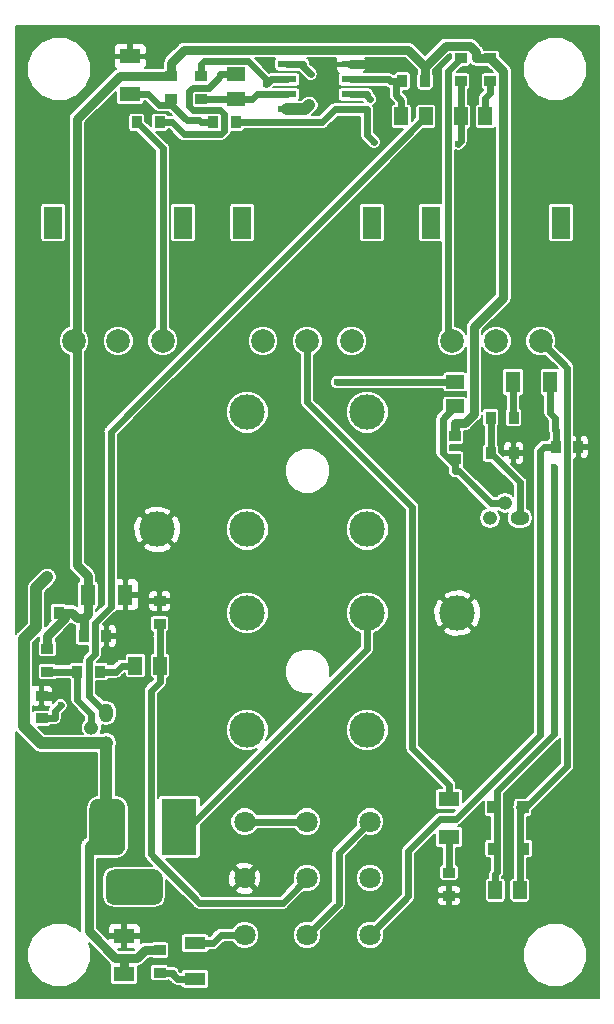
<source format=gbr>
%TF.GenerationSoftware,KiCad,Pcbnew,6.0.0-rc1-unknown-f2ccad3~66~ubuntu18.04.1*%
%TF.CreationDate,2018-11-07T22:10:34+01:00*%
%TF.ProjectId,clasicOverdrive,636c6173-6963-44f7-9665-726472697665,rev?*%
%TF.SameCoordinates,PX5f67d40PY8f46778*%
%TF.FileFunction,Copper,L1,Top*%
%TF.FilePolarity,Positive*%
%FSLAX46Y46*%
G04 Gerber Fmt 4.6, Leading zero omitted, Abs format (unit mm)*
G04 Created by KiCad (PCBNEW 6.0.0-rc1-unknown-f2ccad3~66~ubuntu18.04.1) date Mi 07 Nov 2018 22:10:34 CET*
%MOMM*%
%LPD*%
G01*
G04 APERTURE LIST*
%TA.AperFunction,SMDPad,CuDef*%
%ADD10R,1.145000X1.500000*%
%TD*%
%TA.AperFunction,SMDPad,CuDef*%
%ADD11R,1.800000X1.245000*%
%TD*%
%TA.AperFunction,SMDPad,CuDef*%
%ADD12R,1.245000X1.800000*%
%TD*%
%TA.AperFunction,SMDPad,CuDef*%
%ADD13R,1.500000X1.145000*%
%TD*%
%TA.AperFunction,SMDPad,CuDef*%
%ADD14R,1.800000X1.070000*%
%TD*%
%TA.AperFunction,SMDPad,CuDef*%
%ADD15R,1.000000X0.845000*%
%TD*%
%TA.AperFunction,SMDPad,CuDef*%
%ADD16R,0.845000X1.000000*%
%TD*%
%TA.AperFunction,SMDPad,CuDef*%
%ADD17R,1.550000X0.600000*%
%TD*%
%TA.AperFunction,Conductor*%
%ADD18C,0.100000*%
%TD*%
%TA.AperFunction,ComponentPad*%
%ADD19C,3.000000*%
%TD*%
%TA.AperFunction,ComponentPad*%
%ADD20R,3.000000X4.800000*%
%TD*%
%TA.AperFunction,ComponentPad*%
%ADD21R,1.600000X2.700000*%
%TD*%
%TA.AperFunction,ComponentPad*%
%ADD22C,2.000000*%
%TD*%
%TA.AperFunction,ComponentPad*%
%ADD23C,1.800000*%
%TD*%
%TA.AperFunction,ComponentPad*%
%ADD24O,1.200000X1.600000*%
%TD*%
%TA.AperFunction,ComponentPad*%
%ADD25O,1.200000X1.200000*%
%TD*%
%TA.AperFunction,ComponentPad*%
%ADD26O,1.600000X1.200000*%
%TD*%
%TA.AperFunction,SMDPad,CuDef*%
%ADD27R,1.000000X1.000000*%
%TD*%
%TA.AperFunction,ViaPad*%
%ADD28C,0.600000*%
%TD*%
%TA.AperFunction,ViaPad*%
%ADD29C,1.000000*%
%TD*%
%TA.AperFunction,Conductor*%
%ADD30C,0.600000*%
%TD*%
%TA.AperFunction,Conductor*%
%ADD31C,0.800000*%
%TD*%
%TA.AperFunction,Conductor*%
%ADD32C,1.000000*%
%TD*%
%TA.AperFunction,Conductor*%
%ADD33C,0.200000*%
%TD*%
G04 APERTURE END LIST*
D10*
%TO.P,C1,2*%
%TO.N,Net-(C1-Pad2)*%
X12542500Y28500000D03*
%TO.P,C1,1*%
%TO.N,Net-(C1-Pad1)*%
X10457500Y28500000D03*
%TD*%
%TO.P,C2,2*%
%TO.N,Net-(C2-Pad2)*%
X37999500Y75000000D03*
%TO.P,C2,1*%
%TO.N,Net-(C2-Pad1)*%
X40084500Y75000000D03*
%TD*%
%TO.P,C3,2*%
%TO.N,Net-(C3-Pad2)*%
X35042500Y75000000D03*
%TO.P,C3,1*%
%TO.N,Net-(C3-Pad1)*%
X32957500Y75000000D03*
%TD*%
%TO.P,C4,2*%
%TO.N,Net-(C4-Pad2)*%
X43000500Y9500000D03*
%TO.P,C4,1*%
%TO.N,Net-(C2-Pad2)*%
X40915500Y9500000D03*
%TD*%
D11*
%TO.P,C5,2*%
%TO.N,GND*%
X9500000Y5592500D03*
%TO.P,C5,1*%
%TO.N,+9V*%
X9500000Y2407500D03*
%TD*%
%TO.P,C6,2*%
%TO.N,GND*%
X10000000Y80092500D03*
%TO.P,C6,1*%
%TO.N,Net-(C6-Pad1)*%
X10000000Y76907500D03*
%TD*%
%TO.P,C7,2*%
%TO.N,Net-(C7-Pad2)*%
X37000000Y14000500D03*
%TO.P,C7,1*%
%TO.N,Net-(C7-Pad1)*%
X37000000Y17185500D03*
%TD*%
D12*
%TO.P,C8,2*%
%TO.N,GND*%
X9592500Y34500000D03*
%TO.P,C8,1*%
%TO.N,+4V5*%
X6407500Y34500000D03*
%TD*%
D13*
%TO.P,C9,2*%
%TO.N,Net-(C9-Pad2)*%
X19000000Y76500000D03*
%TO.P,C9,1*%
%TO.N,Net-(C9-Pad1)*%
X19000000Y78585000D03*
%TD*%
%TO.P,C10,2*%
%TO.N,Net-(C10-Pad2)*%
X37500000Y52542500D03*
%TO.P,C10,1*%
%TO.N,Net-(C10-Pad1)*%
X37500000Y50457500D03*
%TD*%
D12*
%TO.P,C11,2*%
%TO.N,Net-(C11-Pad2)*%
X45592500Y52500000D03*
%TO.P,C11,1*%
%TO.N,Net-(C11-Pad1)*%
X42407500Y52500000D03*
%TD*%
D14*
%TO.P,D1,2*%
%TO.N,Net-(D1-Pad2)*%
X15500000Y1995000D03*
%TO.P,D1,1*%
%TO.N,Net-(D1-Pad1)*%
X15500000Y5005000D03*
%TD*%
D15*
%TO.P,R1,2*%
%TO.N,Net-(D1-Pad2)*%
X12500000Y2500500D03*
%TO.P,R1,1*%
%TO.N,+9V*%
X12500000Y4425500D03*
%TD*%
%TO.P,R2,2*%
%TO.N,Net-(C1-Pad2)*%
X12500000Y32037500D03*
%TO.P,R2,1*%
%TO.N,GND*%
X12500000Y33962500D03*
%TD*%
D16*
%TO.P,R3,2*%
%TO.N,Net-(C1-Pad1)*%
X7462500Y28000000D03*
%TO.P,R3,1*%
%TO.N,Net-(Q1-Pad2)*%
X5537500Y28000000D03*
%TD*%
D15*
%TO.P,R4,2*%
%TO.N,+4V5*%
X3000000Y29925500D03*
%TO.P,R4,1*%
%TO.N,Net-(Q1-Pad2)*%
X3000000Y28000500D03*
%TD*%
%TO.P,R5,2*%
%TO.N,GND*%
X2500000Y25962500D03*
%TO.P,R5,1*%
%TO.N,Net-(C3-Pad2)*%
X2500000Y24037500D03*
%TD*%
%TO.P,R6,2*%
%TO.N,Net-(C2-Pad1)*%
X40500000Y78000000D03*
%TO.P,R6,1*%
%TO.N,+4V5*%
X40500000Y79925000D03*
%TD*%
D16*
%TO.P,R7,2*%
%TO.N,+4V5*%
X34962500Y78000000D03*
%TO.P,R7,1*%
%TO.N,Net-(C3-Pad1)*%
X33037500Y78000000D03*
%TD*%
D15*
%TO.P,R8,2*%
%TO.N,Net-(C2-Pad2)*%
X38000000Y78000000D03*
%TO.P,R8,1*%
%TO.N,Net-(R8-Pad1)*%
X38000000Y79925000D03*
%TD*%
D16*
%TO.P,R9,2*%
%TO.N,Net-(C4-Pad2)*%
X18962500Y74500000D03*
%TO.P,R9,1*%
%TO.N,Net-(C6-Pad1)*%
X17037500Y74500000D03*
%TD*%
%TO.P,R10,2*%
%TO.N,+4V5*%
X3962500Y33000000D03*
%TO.P,R10,1*%
%TO.N,+9V*%
X2037500Y33000000D03*
%TD*%
%TO.P,R11,2*%
%TO.N,GND*%
X8000500Y31000000D03*
%TO.P,R11,1*%
%TO.N,+4V5*%
X6075500Y31000000D03*
%TD*%
D15*
%TO.P,R12,2*%
%TO.N,GND*%
X37000000Y9037500D03*
%TO.P,R12,1*%
%TO.N,Net-(C7-Pad2)*%
X37000000Y10962500D03*
%TD*%
%TO.P,R13,2*%
%TO.N,+4V5*%
X13500000Y78425000D03*
%TO.P,R13,1*%
%TO.N,Net-(C6-Pad1)*%
X13500000Y76500000D03*
%TD*%
%TO.P,R14,2*%
%TO.N,Net-(R14-Pad2)*%
X16000000Y78425000D03*
%TO.P,R14,1*%
%TO.N,Net-(C9-Pad2)*%
X16000000Y76500000D03*
%TD*%
D16*
%TO.P,R15,2*%
%TO.N,Net-(C9-Pad1)*%
X12500500Y74500000D03*
%TO.P,R15,1*%
%TO.N,Net-(R15-Pad1)*%
X10575500Y74500000D03*
%TD*%
D15*
%TO.P,R16,2*%
%TO.N,Net-(C10-Pad1)*%
X37500000Y46000500D03*
%TO.P,R16,1*%
%TO.N,+4V5*%
X37500000Y47925500D03*
%TD*%
D16*
%TO.P,R17,2*%
%TO.N,Net-(Q2-Pad1)*%
X40537500Y46500000D03*
%TO.P,R17,1*%
%TO.N,GND*%
X42462500Y46500000D03*
%TD*%
%TO.P,R18,2*%
%TO.N,Net-(Q2-Pad1)*%
X40537500Y49500000D03*
%TO.P,R18,1*%
%TO.N,Net-(C11-Pad1)*%
X42462500Y49500000D03*
%TD*%
%TO.P,R19,2*%
%TO.N,Net-(C11-Pad2)*%
X46037500Y47000000D03*
%TO.P,R19,1*%
%TO.N,GND*%
X47962500Y47000000D03*
%TD*%
D17*
%TO.P,U2,8*%
%TO.N,+9V*%
X23300000Y75595000D03*
%TO.P,U2,7*%
%TO.N,Net-(C9-Pad2)*%
X23300000Y76865000D03*
%TO.P,U2,6*%
%TO.N,Net-(R14-Pad2)*%
X23300000Y78135000D03*
%TO.P,U2,5*%
%TO.N,Net-(C6-Pad1)*%
X23300000Y79405000D03*
%TO.P,U2,4*%
%TO.N,GND*%
X28700000Y79405000D03*
%TO.P,U2,3*%
%TO.N,Net-(C3-Pad1)*%
X28700000Y78135000D03*
%TO.P,U2,2*%
%TO.N,Net-(C2-Pad2)*%
X28700000Y76865000D03*
%TO.P,U2,1*%
%TO.N,Net-(C4-Pad2)*%
X28700000Y75595000D03*
%TD*%
D18*
%TO.N,N/C*%
%TO.C,J1*%
G36*
X12073513Y11251389D02*
X12146318Y11240589D01*
X12217714Y11222705D01*
X12287013Y11197910D01*
X12353548Y11166441D01*
X12416678Y11128602D01*
X12475795Y11084758D01*
X12530330Y11035330D01*
X12579758Y10980795D01*
X12623602Y10921678D01*
X12661441Y10858548D01*
X12692910Y10792013D01*
X12717705Y10722714D01*
X12735589Y10651318D01*
X12746389Y10578513D01*
X12750000Y10505000D01*
X12750000Y9005000D01*
X12746389Y8931487D01*
X12735589Y8858682D01*
X12717705Y8787286D01*
X12692910Y8717987D01*
X12661441Y8651452D01*
X12623602Y8588322D01*
X12579758Y8529205D01*
X12530330Y8474670D01*
X12475795Y8425242D01*
X12416678Y8381398D01*
X12353548Y8343559D01*
X12287013Y8312090D01*
X12217714Y8287295D01*
X12146318Y8269411D01*
X12073513Y8258611D01*
X12000000Y8255000D01*
X8700000Y8255000D01*
X8626487Y8258611D01*
X8553682Y8269411D01*
X8482286Y8287295D01*
X8412987Y8312090D01*
X8346452Y8343559D01*
X8283322Y8381398D01*
X8224205Y8425242D01*
X8169670Y8474670D01*
X8120242Y8529205D01*
X8076398Y8588322D01*
X8038559Y8651452D01*
X8007090Y8717987D01*
X7982295Y8787286D01*
X7964411Y8858682D01*
X7953611Y8931487D01*
X7950000Y9005000D01*
X7950000Y10505000D01*
X7953611Y10578513D01*
X7964411Y10651318D01*
X7982295Y10722714D01*
X8007090Y10792013D01*
X8038559Y10858548D01*
X8076398Y10921678D01*
X8120242Y10980795D01*
X8169670Y11035330D01*
X8224205Y11084758D01*
X8283322Y11128602D01*
X8346452Y11166441D01*
X8412987Y11197910D01*
X8482286Y11222705D01*
X8553682Y11240589D01*
X8626487Y11251389D01*
X8700000Y11255000D01*
X12000000Y11255000D01*
X12073513Y11251389D01*
X12073513Y11251389D01*
G37*
D19*
%TD*%
%TO.P,J1,3*%
%TO.N,N/C*%
X10350000Y9755000D03*
D20*
%TO.P,J1,1*%
%TO.N,Net-(CON1-PadR)*%
X14160000Y14835000D03*
D18*
%TD*%
%TO.N,+9V*%
%TO.C,J1*%
G36*
X8883513Y17231389D02*
X8956318Y17220589D01*
X9027714Y17202705D01*
X9097013Y17177910D01*
X9163548Y17146441D01*
X9226678Y17108602D01*
X9285795Y17064758D01*
X9340330Y17015330D01*
X9389758Y16960795D01*
X9433602Y16901678D01*
X9471441Y16838548D01*
X9502910Y16772013D01*
X9527705Y16702714D01*
X9545589Y16631318D01*
X9556389Y16558513D01*
X9560000Y16485000D01*
X9560000Y13185000D01*
X9556389Y13111487D01*
X9545589Y13038682D01*
X9527705Y12967286D01*
X9502910Y12897987D01*
X9471441Y12831452D01*
X9433602Y12768322D01*
X9389758Y12709205D01*
X9340330Y12654670D01*
X9285795Y12605242D01*
X9226678Y12561398D01*
X9163548Y12523559D01*
X9097013Y12492090D01*
X9027714Y12467295D01*
X8956318Y12449411D01*
X8883513Y12438611D01*
X8810000Y12435000D01*
X7310000Y12435000D01*
X7236487Y12438611D01*
X7163682Y12449411D01*
X7092286Y12467295D01*
X7022987Y12492090D01*
X6956452Y12523559D01*
X6893322Y12561398D01*
X6834205Y12605242D01*
X6779670Y12654670D01*
X6730242Y12709205D01*
X6686398Y12768322D01*
X6648559Y12831452D01*
X6617090Y12897987D01*
X6592295Y12967286D01*
X6574411Y13038682D01*
X6563611Y13111487D01*
X6560000Y13185000D01*
X6560000Y16485000D01*
X6563611Y16558513D01*
X6574411Y16631318D01*
X6592295Y16702714D01*
X6617090Y16772013D01*
X6648559Y16838548D01*
X6686398Y16901678D01*
X6730242Y16960795D01*
X6779670Y17015330D01*
X6834205Y17064758D01*
X6893322Y17108602D01*
X6956452Y17146441D01*
X7022987Y17177910D01*
X7092286Y17202705D01*
X7163682Y17220589D01*
X7236487Y17231389D01*
X7310000Y17235000D01*
X8810000Y17235000D01*
X8883513Y17231389D01*
X8883513Y17231389D01*
G37*
D19*
%TO.P,J1,2*%
%TO.N,+9V*%
X8060000Y14835000D03*
%TD*%
D21*
%TO.P,RV1,4*%
%TO.N,N/C*%
X35500000Y66000000D03*
%TO.P,RV1,5*%
X46500000Y66000000D03*
D22*
%TO.P,RV1,3*%
%TO.N,Net-(C4-Pad2)*%
X44750000Y56000000D03*
%TO.P,RV1,2*%
X41000000Y56000000D03*
%TO.P,RV1,1*%
%TO.N,Net-(R8-Pad1)*%
X37250000Y56000000D03*
%TD*%
D21*
%TO.P,RV2,4*%
%TO.N,N/C*%
X19500000Y66000000D03*
%TO.P,RV2,5*%
X30500000Y66000000D03*
D22*
%TO.P,RV2,3*%
%TO.N,Net-(C6-Pad1)*%
X28750000Y56000000D03*
%TO.P,RV2,2*%
%TO.N,Net-(C7-Pad1)*%
X25000000Y56000000D03*
%TO.P,RV2,1*%
%TO.N,Net-(R14-Pad2)*%
X21250000Y56000000D03*
%TD*%
D21*
%TO.P,RV3,4*%
%TO.N,N/C*%
X3500000Y66000000D03*
%TO.P,RV3,5*%
X14500000Y66000000D03*
D22*
%TO.P,RV3,3*%
%TO.N,Net-(R15-Pad1)*%
X12750000Y56000000D03*
%TO.P,RV3,2*%
%TO.N,Net-(C10-Pad2)*%
X9000000Y56000000D03*
%TO.P,RV3,1*%
%TO.N,+4V5*%
X5250000Y56000000D03*
%TD*%
D23*
%TO.P,U1,9*%
%TO.N,Net-(CON1-PadT)*%
X30300000Y15300000D03*
%TO.P,U1,8*%
%TO.N,Net-(CON2-PadR)*%
X30300000Y10500000D03*
%TO.P,U1,7*%
%TO.N,Net-(C11-Pad2)*%
X30300000Y5700000D03*
%TO.P,U1,6*%
%TO.N,Net-(U1-Pad3)*%
X25000000Y15300000D03*
%TO.P,U1,5*%
%TO.N,Net-(C1-Pad2)*%
X25000000Y10500000D03*
%TO.P,U1,4*%
%TO.N,Net-(CON1-PadT)*%
X25000000Y5700000D03*
%TO.P,U1,3*%
%TO.N,Net-(U1-Pad3)*%
X19700000Y15300000D03*
%TO.P,U1,2*%
%TO.N,GND*%
X19700000Y10500000D03*
%TO.P,U1,1*%
%TO.N,Net-(D1-Pad1)*%
X19700000Y5700000D03*
%TD*%
D24*
%TO.P,Q1,1*%
%TO.N,Net-(C3-Pad2)*%
X8000000Y24500000D03*
D25*
%TO.P,Q1,2*%
%TO.N,Net-(Q1-Pad2)*%
X6730000Y23230000D03*
%TO.P,Q1,3*%
%TO.N,+9V*%
X8000000Y21960000D03*
%TD*%
%TO.P,Q2,3*%
%TO.N,+9V*%
X40460000Y41000000D03*
%TO.P,Q2,2*%
%TO.N,Net-(C10-Pad1)*%
X41730000Y42270000D03*
D26*
%TO.P,Q2,1*%
%TO.N,Net-(Q2-Pad1)*%
X43000000Y41000000D03*
%TD*%
D19*
%TO.P,CON1,RB*%
%TO.N,N/C*%
X30080000Y23045000D03*
%TO.P,CON1,TB*%
X19920000Y23045000D03*
%TO.P,CON1,T*%
%TO.N,Net-(CON1-PadT)*%
X19920000Y32955000D03*
%TO.P,CON1,R*%
%TO.N,Net-(CON1-PadR)*%
X30080000Y32955000D03*
%TO.P,CON1,S*%
%TO.N,GND*%
X37700000Y32955000D03*
%TD*%
%TO.P,CON2,S*%
%TO.N,GND*%
X12300000Y40045000D03*
%TO.P,CON2,R*%
%TO.N,Net-(CON2-PadR)*%
X19920000Y40045000D03*
%TO.P,CON2,T*%
%TO.N,N/C*%
X30080000Y40045000D03*
%TO.P,CON2,TB*%
X30080000Y49955000D03*
%TO.P,CON2,RB*%
X19920000Y49955000D03*
%TD*%
D27*
%TO.P,D2,2*%
%TO.N,Net-(C4-Pad2)*%
X43295000Y13000000D03*
%TO.P,D2,1*%
%TO.N,Net-(C2-Pad2)*%
X40795000Y13000000D03*
%TD*%
%TO.P,D3,1*%
%TO.N,Net-(C4-Pad2)*%
X43250000Y16500000D03*
%TO.P,D3,2*%
%TO.N,Net-(C2-Pad2)*%
X40750000Y16500000D03*
%TD*%
D28*
%TO.N,Net-(C2-Pad2)*%
X45871700Y45293800D03*
X37757800Y72701800D03*
X30309100Y76461100D03*
%TO.N,Net-(C3-Pad2)*%
X4118800Y25157800D03*
%TO.N,Net-(C4-Pad2)*%
X30628700Y72867300D03*
%TO.N,GND*%
X31250000Y79250000D03*
X4250000Y26750000D03*
X39500000Y69500000D03*
X39500000Y68500000D03*
X39500000Y67500000D03*
X40000000Y61500000D03*
X39000000Y61500000D03*
X38000000Y61500000D03*
X24000000Y72500000D03*
X24000000Y73500000D03*
X7500000Y82000000D03*
X8500000Y82000000D03*
X9500000Y82000000D03*
X18000000Y82000000D03*
X19000000Y82000000D03*
X20000000Y82000000D03*
X30000000Y82000000D03*
X31000000Y82000000D03*
X32000000Y82000000D03*
X40500000Y82000000D03*
X41500000Y82000000D03*
X42500000Y82000000D03*
X8000000Y72500000D03*
X9000000Y72500000D03*
X10000000Y72500000D03*
X10000000Y18500000D03*
X10000000Y19500000D03*
X10000000Y20500000D03*
X6000000Y18500000D03*
X6000000Y19500000D03*
X6000000Y20500000D03*
X36500000Y23000000D03*
X37500000Y23000000D03*
X38500000Y23000000D03*
X38500000Y22000000D03*
X37500000Y22000000D03*
X36500000Y22000000D03*
X11500000Y46500000D03*
X12500000Y46500000D03*
X13500000Y46500000D03*
X13500000Y47500000D03*
X12500000Y47500000D03*
X11500000Y47500000D03*
X2000000Y58500000D03*
X2000000Y59500000D03*
X2000000Y59500000D03*
X2000000Y59500000D03*
X2000000Y60500000D03*
X3000000Y60500000D03*
X3000000Y59500000D03*
X3000000Y58500000D03*
X48000000Y10000000D03*
X48000000Y11000000D03*
X48000000Y12000000D03*
X36500000Y2500000D03*
X37500000Y2500000D03*
X38500000Y2500000D03*
X23500000Y59000000D03*
X24500000Y59000000D03*
X23500000Y60000000D03*
X24500000Y60000000D03*
X34000000Y46500000D03*
X34000000Y47500000D03*
X33000000Y47500000D03*
X33000000Y46500000D03*
X22000000Y30000000D03*
X23000000Y31000000D03*
X27000000Y25000000D03*
X28000000Y26000000D03*
X18000000Y28500000D03*
X19000000Y28500000D03*
X19000000Y27500000D03*
X18000000Y27500000D03*
X27500000Y63500000D03*
X27500000Y64500000D03*
X27500000Y65500000D03*
X32500000Y65000000D03*
X32500000Y66000000D03*
X32500000Y67000000D03*
X32000000Y57000000D03*
X33000000Y57000000D03*
X33000000Y58000000D03*
X32000000Y58000000D03*
X44000000Y48500000D03*
X44000000Y49500000D03*
X40500000Y52000000D03*
X40500000Y53000000D03*
X24000000Y71500000D03*
X27500000Y69000000D03*
X27500000Y70000000D03*
X39000000Y47500000D03*
X39000000Y46500000D03*
D29*
%TO.N,+9V*%
X25153600Y75963200D03*
X3000000Y36000000D03*
D28*
%TO.N,Net-(C6-Pad1)*%
X25276000Y78619000D03*
X15640000Y74711100D03*
%TO.N,+4V5*%
X5515200Y44000000D03*
%TO.N,Net-(C10-Pad2)*%
X27500002Y52500000D03*
%TO.N,Net-(R14-Pad2)*%
X21548000Y77742000D03*
%TD*%
D30*
%TO.N,Net-(C1-Pad2)*%
X12542500Y30972500D02*
X12542500Y28500000D01*
X12500000Y31015000D02*
X12542500Y30972500D01*
X12500000Y32037500D02*
X12500000Y31015000D01*
X24100001Y9600001D02*
X25000000Y10500000D01*
X12542500Y27150000D02*
X11760000Y26367500D01*
X11760000Y26367500D02*
X11760000Y12535000D01*
X12542500Y28500000D02*
X12542500Y27150000D01*
X11760000Y12535000D02*
X15860000Y8435000D01*
X15860000Y8435000D02*
X22935000Y8435000D01*
X22935000Y8435000D02*
X24100001Y9600001D01*
%TO.N,Net-(C1-Pad1)*%
X8785000Y28000000D02*
X9285000Y28500000D01*
X7462500Y28000000D02*
X8785000Y28000000D01*
X10457500Y28500000D02*
X9285000Y28500000D01*
%TO.N,Net-(C2-Pad1)*%
X40084500Y76562000D02*
X40084500Y75000000D01*
X40500000Y76977500D02*
X40084500Y76562000D01*
X40500000Y78000000D02*
X40500000Y76977500D01*
%TO.N,Net-(C2-Pad2)*%
X41090000Y13139000D02*
X41090000Y14350000D01*
X41090000Y13139000D02*
X41090000Y13000000D01*
X41090000Y11024500D02*
X40915500Y10850000D01*
X41090000Y13000000D02*
X41090000Y11024500D01*
X40915500Y9500000D02*
X40915500Y10850000D01*
X41045000Y14395000D02*
X41045000Y16500000D01*
X41090000Y14350000D02*
X41045000Y14395000D01*
X45871700Y22676700D02*
X41045000Y17850000D01*
X45871700Y45293800D02*
X45871700Y22676700D01*
X41045000Y16500000D02*
X41045000Y17850000D01*
X37999500Y72943500D02*
X37999500Y75000000D01*
X37757800Y72701800D02*
X37999500Y72943500D01*
X37999500Y76977000D02*
X37999500Y75000000D01*
X38000000Y76977500D02*
X37999500Y76977000D01*
X38000000Y78000000D02*
X38000000Y76977500D01*
X30075000Y76695200D02*
X30309100Y76461100D01*
X30075000Y76865000D02*
X30075000Y76695200D01*
X28700000Y76865000D02*
X30075000Y76865000D01*
%TO.N,Net-(C3-Pad2)*%
X3600000Y24639000D02*
X3600000Y24037500D01*
X4118800Y25157800D02*
X3600000Y24639000D01*
X2500000Y24037500D02*
X3600000Y24037500D01*
X8355800Y48313300D02*
X35042500Y75000000D01*
X8355800Y33499900D02*
X8355800Y48313300D01*
X6998400Y32142500D02*
X8355800Y33499900D01*
X6998400Y29457200D02*
X6998400Y32142500D01*
X6539600Y28998400D02*
X6998400Y29457200D01*
X6539600Y25960400D02*
X6539600Y28998400D01*
X8000000Y24500000D02*
X6539600Y25960400D01*
%TO.N,Net-(C3-Pad1)*%
X33037500Y78000000D02*
X32526300Y78000000D01*
X32526300Y78000000D02*
X32015000Y78000000D01*
X32526300Y76781200D02*
X32957500Y76350000D01*
X32526300Y78000000D02*
X32526300Y76781200D01*
X32957500Y75000000D02*
X32957500Y76350000D01*
X31880000Y78135000D02*
X30075000Y78135000D01*
X32015000Y78000000D02*
X31880000Y78135000D01*
X28700000Y78135000D02*
X30075000Y78135000D01*
%TO.N,Net-(C4-Pad2)*%
X43000000Y10850500D02*
X43000500Y10850000D01*
X43000000Y13000000D02*
X43000000Y10850500D01*
X43000500Y9500000D02*
X43000500Y10850000D01*
X42955000Y16500000D02*
X43497500Y16500000D01*
X43000000Y16002500D02*
X43000000Y13000000D01*
X43497500Y16500000D02*
X43000000Y16002500D01*
X47012100Y20014600D02*
X43497500Y16500000D01*
X47012100Y53737900D02*
X47012100Y20014600D01*
X44750000Y56000000D02*
X47012100Y53737900D01*
X26230000Y74500000D02*
X19985000Y74500000D01*
X27325000Y75595000D02*
X26230000Y74500000D01*
X28700000Y75595000D02*
X27325000Y75595000D01*
X18962500Y74500000D02*
X19985000Y74500000D01*
X30075000Y73421000D02*
X30075000Y75595000D01*
X30628700Y72867300D02*
X30075000Y73421000D01*
X28700000Y75595000D02*
X30075000Y75595000D01*
D31*
%TO.N,GND*%
X31095000Y79405000D02*
X31250000Y79250000D01*
X28700000Y79405000D02*
X31095000Y79405000D01*
X3462500Y25962500D02*
X4250000Y26750000D01*
X2500000Y25962500D02*
X3462500Y25962500D01*
%TO.N,+9V*%
X9500000Y2407500D02*
X9500000Y3730000D01*
X8000000Y14500000D02*
X7251200Y13751200D01*
X10604500Y3730000D02*
X9500000Y3730000D01*
X11300000Y4425500D02*
X10604500Y3730000D01*
X12500000Y4425500D02*
X11300000Y4425500D01*
X6489290Y13264290D02*
X8060000Y14835000D01*
X6489290Y6000708D02*
X6489290Y13264290D01*
X8759998Y3730000D02*
X6489290Y6000708D01*
X9500000Y3730000D02*
X8759998Y3730000D01*
X2795700Y21960000D02*
X8000000Y21960000D01*
D32*
X23300000Y75595000D02*
X24785400Y75595000D01*
X24785400Y75595000D02*
X25153600Y75963200D01*
X2037500Y35037500D02*
X2037500Y34600000D01*
X3000000Y36000000D02*
X2037500Y35037500D01*
X2037500Y34600000D02*
X2037500Y33000000D01*
X2037500Y31800000D02*
X1000000Y30762500D01*
X2037500Y33000000D02*
X2037500Y31800000D01*
X1000000Y30762500D02*
X1000000Y23755700D01*
X7151472Y21960000D02*
X8000000Y21960000D01*
X7121471Y21929999D02*
X7151472Y21960000D01*
X1000000Y23354998D02*
X2424999Y21929999D01*
X2424999Y21929999D02*
X7121471Y21929999D01*
X1000000Y23755700D02*
X1000000Y23354998D01*
X8000000Y14895000D02*
X8060000Y14835000D01*
X8000000Y21960000D02*
X8000000Y14895000D01*
D30*
%TO.N,Net-(C6-Pad1)*%
X24675000Y79220000D02*
X24675000Y79405000D01*
X25276000Y78619000D02*
X24675000Y79220000D01*
X23300000Y79405000D02*
X24675000Y79405000D01*
X13500000Y76500000D02*
X13500000Y75988800D01*
X10000000Y76907500D02*
X11500000Y76907500D01*
X17037500Y74500000D02*
X16015000Y74500000D01*
X12418700Y75988800D02*
X13500000Y75988800D01*
X11500000Y76907500D02*
X12418700Y75988800D01*
X14777700Y74711100D02*
X15640000Y74711100D01*
X13500000Y75988800D02*
X14777700Y74711100D01*
X15803900Y74711100D02*
X16015000Y74500000D01*
X15640000Y74711100D02*
X15803900Y74711100D01*
%TO.N,Net-(C7-Pad1)*%
X33890000Y21518000D02*
X37000000Y18408000D01*
X33890000Y41893100D02*
X33890000Y21518000D01*
X25000000Y50783100D02*
X33890000Y41893100D01*
X25000000Y56000000D02*
X25000000Y50783100D01*
X37000000Y17185500D02*
X37000000Y18408000D01*
%TO.N,Net-(C7-Pad2)*%
X37000000Y10962500D02*
X37000000Y14000500D01*
D31*
%TO.N,+4V5*%
X37500000Y47925500D02*
X37500000Y49048000D01*
X6407500Y34500000D02*
X6407500Y32900000D01*
X5517000Y32568000D02*
X5085000Y33000000D01*
X6075500Y32568000D02*
X5517000Y32568000D01*
X6407500Y32900000D02*
X6075500Y32568000D01*
X6075500Y32568000D02*
X6075500Y31000000D01*
X3962500Y33000000D02*
X4488700Y33000000D01*
X4488700Y33000000D02*
X5085000Y33000000D01*
X4488700Y32536700D02*
X3000000Y31048000D01*
X4488700Y33000000D02*
X4488700Y32536700D01*
X3000000Y29925500D02*
X3000000Y31048000D01*
X6407500Y34500000D02*
X6407500Y36100000D01*
X5250000Y56000000D02*
X5515200Y56000000D01*
X5515200Y36992300D02*
X6407500Y36100000D01*
X41600400Y78824600D02*
X40500000Y79925000D01*
X41600400Y59664400D02*
X41600400Y78824600D01*
X39125000Y57189000D02*
X41600400Y59664400D01*
X39125000Y49831100D02*
X39125000Y57189000D01*
X38341900Y49048000D02*
X39125000Y49831100D01*
X37500000Y49048000D02*
X38341900Y49048000D01*
X36710400Y80947900D02*
X34962500Y79200000D01*
X38788600Y80947900D02*
X36710400Y80947900D01*
X39300000Y80436500D02*
X38788600Y80947900D01*
X39300000Y79925000D02*
X39300000Y80436500D01*
X40500000Y79925000D02*
X39300000Y79925000D01*
X34962500Y78000000D02*
X34962500Y79200000D01*
X9120000Y78425000D02*
X13500000Y78425000D01*
X5515200Y74820200D02*
X9120000Y78425000D01*
X5515200Y56000000D02*
X5515200Y74820200D01*
X33546800Y80615700D02*
X34962500Y79200000D01*
X14568200Y80615700D02*
X33546800Y80615700D01*
X13500000Y79547500D02*
X14568200Y80615700D01*
X13500000Y78425000D02*
X13500000Y79547500D01*
X5515200Y56000000D02*
X5515200Y44000000D01*
X5515200Y44000000D02*
X5515200Y36992300D01*
D30*
%TO.N,Net-(C9-Pad2)*%
X16000000Y76500000D02*
X19000000Y76500000D01*
X20715000Y76865000D02*
X20350000Y76500000D01*
X23300000Y76865000D02*
X20715000Y76865000D01*
X19000000Y76500000D02*
X20350000Y76500000D01*
%TO.N,Net-(C9-Pad1)*%
X17650000Y78442500D02*
X17650000Y78585000D01*
X16653700Y77446200D02*
X17650000Y78442500D01*
X15314300Y77446200D02*
X16653700Y77446200D01*
X14999600Y77131500D02*
X15314300Y77446200D01*
X14999600Y75868400D02*
X14999600Y77131500D01*
X15333400Y75534600D02*
X14999600Y75868400D01*
X17646100Y75534600D02*
X15333400Y75534600D01*
X17960400Y75220300D02*
X17646100Y75534600D01*
X17960400Y73787100D02*
X17960400Y75220300D01*
X17672900Y73499600D02*
X17960400Y73787100D01*
X14523400Y73499600D02*
X17672900Y73499600D01*
X13523000Y74500000D02*
X14523400Y73499600D01*
X12500500Y74500000D02*
X13523000Y74500000D01*
X19000000Y78585000D02*
X17650000Y78585000D01*
%TO.N,Net-(C10-Pad1)*%
X37822000Y44978000D02*
X37500000Y44978000D01*
X40530000Y42270000D02*
X37822000Y44978000D01*
X41730000Y42270000D02*
X40530000Y42270000D01*
X37500000Y46000500D02*
X37500000Y45489300D01*
X37500000Y45489300D02*
X37500000Y44978000D01*
X36450700Y49408200D02*
X37500000Y50457500D01*
X36450700Y46538600D02*
X36450700Y49408200D01*
X37500000Y45489300D02*
X36450700Y46538600D01*
%TO.N,Net-(C10-Pad2)*%
X37500000Y52542500D02*
X27542502Y52542500D01*
X27542502Y52542500D02*
X27500002Y52500000D01*
%TO.N,Net-(C11-Pad1)*%
X42407500Y52500000D02*
X42407500Y49555000D01*
X42407500Y49555000D02*
X42462500Y49500000D01*
%TO.N,Net-(C11-Pad2)*%
X44731200Y45250000D02*
X44731200Y22669600D01*
X46037500Y47000000D02*
X45015000Y47000000D01*
X45015000Y47000000D02*
X44731200Y46716200D01*
X44731200Y46716200D02*
X44731200Y45250000D01*
X45592500Y49892500D02*
X46000000Y49485000D01*
X46000000Y49485000D02*
X46000000Y48462500D01*
X46037500Y48425000D02*
X46037500Y47000000D01*
X45592500Y52500000D02*
X45592500Y49892500D01*
X46000000Y48462500D02*
X46037500Y48425000D01*
X33557100Y8957100D02*
X30300000Y5700000D01*
X33557100Y12836800D02*
X33557100Y8957100D01*
X36216800Y15496500D02*
X33557100Y12836800D01*
X37558100Y15496500D02*
X36216800Y15496500D01*
X44731200Y22669600D02*
X37558100Y15496500D01*
%TO.N,Net-(D1-Pad1)*%
X17695000Y5700000D02*
X17000000Y5005000D01*
X19700000Y5700000D02*
X17695000Y5700000D01*
X15500000Y5005000D02*
X17000000Y5005000D01*
%TO.N,Net-(D1-Pad2)*%
X13600000Y2395000D02*
X14000000Y1995000D01*
X13600000Y2500500D02*
X13600000Y2395000D01*
X15500000Y1995000D02*
X14000000Y1995000D01*
X12500000Y2500500D02*
X13600000Y2500500D01*
%TO.N,Net-(Q1-Pad2)*%
X6730000Y23230000D02*
X6730000Y24430000D01*
X5537500Y25622500D02*
X5537500Y28000000D01*
X6730000Y24430000D02*
X5537500Y25622500D01*
X3000000Y28000500D02*
X4100000Y28000500D01*
X4100500Y28000000D02*
X4100000Y28000500D01*
X5537500Y28000000D02*
X4100500Y28000000D01*
%TO.N,Net-(R8-Pad1)*%
X36926600Y78851600D02*
X38000000Y79925000D01*
X36926600Y56323400D02*
X36926600Y78851600D01*
X37250000Y56000000D02*
X36926600Y56323400D01*
%TO.N,Net-(R14-Pad2)*%
X23300000Y78135000D02*
X21925000Y78135000D01*
X16000000Y78425000D02*
X16000000Y79447500D01*
X21728500Y77938500D02*
X21925000Y78135000D01*
X21728500Y77922500D02*
X21728500Y77938500D01*
X21548000Y77742000D02*
X21728500Y77922500D01*
X16243900Y79691400D02*
X16000000Y79447500D01*
X19975600Y79691400D02*
X16243900Y79691400D01*
X21728500Y77938500D02*
X19975600Y79691400D01*
%TO.N,Net-(R15-Pad1)*%
X12750000Y72325500D02*
X10575500Y74500000D01*
X12750000Y56000000D02*
X12750000Y72325500D01*
%TO.N,Net-(Q2-Pad1)*%
X40537500Y46500000D02*
X43000000Y44037500D01*
X43000000Y44037500D02*
X43000000Y41000000D01*
X40537500Y46500000D02*
X40537500Y49500000D01*
%TO.N,Net-(U1-Pad3)*%
X19700000Y15300000D02*
X25000000Y15300000D01*
%TO.N,Net-(CON1-PadT)*%
X27650000Y12650000D02*
X30300000Y15300000D01*
X27650000Y8350000D02*
X27650000Y12650000D01*
X25000000Y5700000D02*
X27650000Y8350000D01*
%TO.N,Net-(CON1-PadR)*%
X30080000Y29934998D02*
X30080000Y30833680D01*
X14980002Y14835000D02*
X30080000Y29934998D01*
X30080000Y30833680D02*
X30080000Y32955000D01*
X14160000Y14835000D02*
X14980002Y14835000D01*
%TD*%
D33*
%TO.N,GND*%
G36*
X49675000Y325000D02*
X325000Y325000D01*
X325000Y22925247D01*
X423234Y22778231D01*
X490026Y22733602D01*
X1803602Y21420025D01*
X1848232Y21353232D01*
X1915024Y21308603D01*
X1915025Y21308602D01*
X1952006Y21283892D01*
X2112855Y21176416D01*
X2346210Y21129999D01*
X2346215Y21129999D01*
X2424999Y21114328D01*
X2503783Y21129999D01*
X7042687Y21129999D01*
X7121471Y21114328D01*
X7200000Y21129948D01*
X7200001Y17518997D01*
X6905933Y17460503D01*
X6563382Y17231618D01*
X6334497Y16889067D01*
X6254123Y16485000D01*
X6254123Y14019071D01*
X6043064Y13808012D01*
X5984620Y13768961D01*
X5945568Y13710516D01*
X5829906Y13537416D01*
X5775578Y13264290D01*
X5789291Y13195350D01*
X5789290Y6069643D01*
X5782561Y6035815D01*
X5529427Y6288949D01*
X4537063Y6700000D01*
X3462937Y6700000D01*
X2470573Y6288949D01*
X1711051Y5529427D01*
X1300000Y4537063D01*
X1300000Y3462937D01*
X1711051Y2470573D01*
X2470573Y1711051D01*
X3462937Y1300000D01*
X4537063Y1300000D01*
X5529427Y1711051D01*
X6288949Y2470573D01*
X6700000Y3462937D01*
X6700000Y4537063D01*
X6514040Y4986010D01*
X8216275Y3283774D01*
X8255327Y3225329D01*
X8334404Y3172492D01*
X8317407Y3147054D01*
X8294123Y3030000D01*
X8294123Y1785000D01*
X8317407Y1667946D01*
X8383712Y1568712D01*
X8482946Y1502407D01*
X8600000Y1479123D01*
X10400000Y1479123D01*
X10517054Y1502407D01*
X10616288Y1568712D01*
X10682593Y1667946D01*
X10705877Y1785000D01*
X10705877Y2923000D01*
X11694123Y2923000D01*
X11694123Y2078000D01*
X11717407Y1960946D01*
X11783712Y1861712D01*
X11882946Y1795407D01*
X12000000Y1772123D01*
X13000000Y1772123D01*
X13117054Y1795407D01*
X13216288Y1861712D01*
X13242205Y1900500D01*
X13245973Y1900500D01*
X13533953Y1612519D01*
X13567425Y1562425D01*
X13765892Y1429813D01*
X13940909Y1395000D01*
X13940913Y1395000D01*
X13999999Y1383247D01*
X14059085Y1395000D01*
X14307053Y1395000D01*
X14317407Y1342946D01*
X14383712Y1243712D01*
X14482946Y1177407D01*
X14600000Y1154123D01*
X16400000Y1154123D01*
X16517054Y1177407D01*
X16616288Y1243712D01*
X16682593Y1342946D01*
X16705877Y1460000D01*
X16705877Y2530000D01*
X16682593Y2647054D01*
X16616288Y2746288D01*
X16517054Y2812593D01*
X16400000Y2835877D01*
X14600000Y2835877D01*
X14482946Y2812593D01*
X14383712Y2746288D01*
X14317407Y2647054D01*
X14307053Y2595000D01*
X14248528Y2595000D01*
X14179158Y2664369D01*
X14165187Y2734608D01*
X14032575Y2933075D01*
X13834108Y3065687D01*
X13659091Y3100500D01*
X13600000Y3112254D01*
X13540909Y3100500D01*
X13242205Y3100500D01*
X13216288Y3139288D01*
X13117054Y3205593D01*
X13000000Y3228877D01*
X12000000Y3228877D01*
X11882946Y3205593D01*
X11783712Y3139288D01*
X11717407Y3040054D01*
X11694123Y2923000D01*
X10705877Y2923000D01*
X10705877Y3030000D01*
X10704642Y3036207D01*
X10877626Y3070615D01*
X11109171Y3225329D01*
X11148224Y3283776D01*
X11589949Y3725500D01*
X11875324Y3725500D01*
X11882946Y3720407D01*
X12000000Y3697123D01*
X13000000Y3697123D01*
X13117054Y3720407D01*
X13216288Y3786712D01*
X13282593Y3885946D01*
X13305877Y4003000D01*
X13305877Y4848000D01*
X13282593Y4965054D01*
X13216288Y5064288D01*
X13117054Y5130593D01*
X13000000Y5153877D01*
X12000000Y5153877D01*
X11882946Y5130593D01*
X11875324Y5125500D01*
X11368936Y5125500D01*
X11300000Y5139212D01*
X11231063Y5125500D01*
X11231060Y5125500D01*
X11073040Y5094068D01*
X11026873Y5084885D01*
X10900000Y5000111D01*
X10900000Y5317500D01*
X10775000Y5442500D01*
X9650000Y5442500D01*
X9650000Y4595000D01*
X9775000Y4470000D01*
X10354551Y4470000D01*
X10314551Y4430000D01*
X9568940Y4430000D01*
X9500000Y4443713D01*
X9431060Y4430000D01*
X9049947Y4430000D01*
X9009947Y4470000D01*
X9225000Y4470000D01*
X9350000Y4595000D01*
X9350000Y5442500D01*
X8225000Y5442500D01*
X8131223Y5348723D01*
X7939946Y5540000D01*
X14294123Y5540000D01*
X14294123Y4470000D01*
X14317407Y4352946D01*
X14383712Y4253712D01*
X14482946Y4187407D01*
X14600000Y4164123D01*
X16400000Y4164123D01*
X16517054Y4187407D01*
X16616288Y4253712D01*
X16682593Y4352946D01*
X16692947Y4405000D01*
X16940914Y4405000D01*
X17000000Y4393247D01*
X17059086Y4405000D01*
X17059091Y4405000D01*
X17234108Y4439813D01*
X17432575Y4572425D01*
X17466048Y4622521D01*
X17943528Y5100000D01*
X18649658Y5100000D01*
X18682689Y5020255D01*
X19020255Y4682689D01*
X19461305Y4500000D01*
X19938695Y4500000D01*
X20379745Y4682689D01*
X20717311Y5020255D01*
X20900000Y5461305D01*
X20900000Y5938695D01*
X23800000Y5938695D01*
X23800000Y5461305D01*
X23982689Y5020255D01*
X24320255Y4682689D01*
X24761305Y4500000D01*
X25238695Y4500000D01*
X25679745Y4682689D01*
X26017311Y5020255D01*
X26200000Y5461305D01*
X26200000Y5938695D01*
X26166968Y6018441D01*
X28032482Y7883954D01*
X28082575Y7917425D01*
X28215187Y8115892D01*
X28250000Y8290909D01*
X28250000Y8290913D01*
X28261753Y8350000D01*
X28250000Y8409086D01*
X28250000Y10738695D01*
X29100000Y10738695D01*
X29100000Y10261305D01*
X29282689Y9820255D01*
X29620255Y9482689D01*
X30061305Y9300000D01*
X30538695Y9300000D01*
X30979745Y9482689D01*
X31317311Y9820255D01*
X31500000Y10261305D01*
X31500000Y10738695D01*
X31317311Y11179745D01*
X30979745Y11517311D01*
X30538695Y11700000D01*
X30061305Y11700000D01*
X29620255Y11517311D01*
X29282689Y11179745D01*
X29100000Y10738695D01*
X28250000Y10738695D01*
X28250000Y12401473D01*
X29981559Y14133032D01*
X30061305Y14100000D01*
X30538695Y14100000D01*
X30979745Y14282689D01*
X31317311Y14620255D01*
X31500000Y15061305D01*
X31500000Y15538695D01*
X31317311Y15979745D01*
X30979745Y16317311D01*
X30538695Y16500000D01*
X30061305Y16500000D01*
X29620255Y16317311D01*
X29282689Y15979745D01*
X29100000Y15538695D01*
X29100000Y15061305D01*
X29133032Y14981559D01*
X27267520Y13116047D01*
X27217426Y13082575D01*
X27183954Y13032481D01*
X27183953Y13032480D01*
X27084814Y12884108D01*
X27038247Y12650000D01*
X27050001Y12590909D01*
X27050000Y8598528D01*
X25318441Y6866968D01*
X25238695Y6900000D01*
X24761305Y6900000D01*
X24320255Y6717311D01*
X23982689Y6379745D01*
X23800000Y5938695D01*
X20900000Y5938695D01*
X20717311Y6379745D01*
X20379745Y6717311D01*
X19938695Y6900000D01*
X19461305Y6900000D01*
X19020255Y6717311D01*
X18682689Y6379745D01*
X18649658Y6300000D01*
X17754085Y6300000D01*
X17694999Y6311753D01*
X17635913Y6300000D01*
X17635909Y6300000D01*
X17460892Y6265187D01*
X17262425Y6132575D01*
X17228953Y6082481D01*
X16751473Y5605000D01*
X16692947Y5605000D01*
X16682593Y5657054D01*
X16616288Y5756288D01*
X16517054Y5822593D01*
X16400000Y5845877D01*
X14600000Y5845877D01*
X14482946Y5822593D01*
X14383712Y5756288D01*
X14317407Y5657054D01*
X14294123Y5540000D01*
X7939946Y5540000D01*
X7189290Y6290656D01*
X7189290Y6314456D01*
X8100000Y6314456D01*
X8100000Y5867500D01*
X8225000Y5742500D01*
X9350000Y5742500D01*
X9350000Y6590000D01*
X9650000Y6590000D01*
X9650000Y5742500D01*
X10775000Y5742500D01*
X10900000Y5867500D01*
X10900000Y6314456D01*
X10823880Y6498227D01*
X10683227Y6638879D01*
X10499456Y6715000D01*
X9775000Y6715000D01*
X9650000Y6590000D01*
X9350000Y6590000D01*
X9225000Y6715000D01*
X8500544Y6715000D01*
X8316773Y6638879D01*
X8176120Y6498227D01*
X8100000Y6314456D01*
X7189290Y6314456D01*
X7189290Y10505000D01*
X7644123Y10505000D01*
X7644123Y9005000D01*
X7724497Y8600933D01*
X7953382Y8258382D01*
X8295933Y8029497D01*
X8700000Y7949123D01*
X12000000Y7949123D01*
X12404067Y8029497D01*
X12746618Y8258382D01*
X12975503Y8600933D01*
X13055877Y9005000D01*
X13055877Y10390596D01*
X15393953Y8052519D01*
X15427425Y8002425D01*
X15625892Y7869813D01*
X15800909Y7835000D01*
X15800912Y7835000D01*
X15860000Y7823247D01*
X15919088Y7835000D01*
X22875914Y7835000D01*
X22935000Y7823247D01*
X22994086Y7835000D01*
X22994091Y7835000D01*
X23169108Y7869813D01*
X23367575Y8002425D01*
X23401049Y8052521D01*
X24566048Y9217520D01*
X24566050Y9217523D01*
X24681559Y9333032D01*
X24761305Y9300000D01*
X25238695Y9300000D01*
X25679745Y9482689D01*
X26017311Y9820255D01*
X26200000Y10261305D01*
X26200000Y10738695D01*
X26017311Y11179745D01*
X25679745Y11517311D01*
X25238695Y11700000D01*
X24761305Y11700000D01*
X24320255Y11517311D01*
X23982689Y11179745D01*
X23800000Y10738695D01*
X23800000Y10261305D01*
X23833032Y10181559D01*
X23717523Y10066050D01*
X23717520Y10066048D01*
X22686473Y9035000D01*
X16108528Y9035000D01*
X15664421Y9479107D01*
X18891239Y9479107D01*
X18986977Y9263412D01*
X19514474Y9084680D01*
X20070216Y9121417D01*
X20413023Y9263412D01*
X20508761Y9479107D01*
X19700000Y10287868D01*
X18891239Y9479107D01*
X15664421Y9479107D01*
X14458002Y10685526D01*
X18284680Y10685526D01*
X18321417Y10129784D01*
X18463412Y9786977D01*
X18679107Y9691239D01*
X19487868Y10500000D01*
X19912132Y10500000D01*
X20720893Y9691239D01*
X20936588Y9786977D01*
X21115320Y10314474D01*
X21078583Y10870216D01*
X20936588Y11213023D01*
X20720893Y11308761D01*
X19912132Y10500000D01*
X19487868Y10500000D01*
X18679107Y11308761D01*
X18463412Y11213023D01*
X18284680Y10685526D01*
X14458002Y10685526D01*
X13622635Y11520893D01*
X18891239Y11520893D01*
X19700000Y10712132D01*
X20508761Y11520893D01*
X20413023Y11736588D01*
X19885526Y11915320D01*
X19329784Y11878583D01*
X18986977Y11736588D01*
X18891239Y11520893D01*
X13622635Y11520893D01*
X13014404Y12129123D01*
X15660000Y12129123D01*
X15777054Y12152407D01*
X15876288Y12218712D01*
X15942593Y12317946D01*
X15965877Y12435000D01*
X15965877Y14972348D01*
X16532224Y15538695D01*
X18500000Y15538695D01*
X18500000Y15061305D01*
X18682689Y14620255D01*
X19020255Y14282689D01*
X19461305Y14100000D01*
X19938695Y14100000D01*
X20379745Y14282689D01*
X20717311Y14620255D01*
X20750342Y14700000D01*
X23949658Y14700000D01*
X23982689Y14620255D01*
X24320255Y14282689D01*
X24761305Y14100000D01*
X25238695Y14100000D01*
X25679745Y14282689D01*
X26017311Y14620255D01*
X26200000Y15061305D01*
X26200000Y15538695D01*
X26017311Y15979745D01*
X25679745Y16317311D01*
X25238695Y16500000D01*
X24761305Y16500000D01*
X24320255Y16317311D01*
X23982689Y15979745D01*
X23949658Y15900000D01*
X20750342Y15900000D01*
X20717311Y15979745D01*
X20379745Y16317311D01*
X19938695Y16500000D01*
X19461305Y16500000D01*
X19020255Y16317311D01*
X18682689Y15979745D01*
X18500000Y15538695D01*
X16532224Y15538695D01*
X24396571Y23403042D01*
X28280000Y23403042D01*
X28280000Y22686958D01*
X28554034Y22025382D01*
X29060382Y21519034D01*
X29721958Y21245000D01*
X30438042Y21245000D01*
X31099618Y21519034D01*
X31605966Y22025382D01*
X31880000Y22686958D01*
X31880000Y23403042D01*
X31605966Y24064618D01*
X31099618Y24570966D01*
X30438042Y24845000D01*
X29721958Y24845000D01*
X29060382Y24570966D01*
X28554034Y24064618D01*
X28280000Y23403042D01*
X24396571Y23403042D01*
X30462482Y29468952D01*
X30512575Y29502423D01*
X30645187Y29700890D01*
X30680000Y29875907D01*
X30680000Y29875911D01*
X30691753Y29934998D01*
X30680000Y29994084D01*
X30680000Y31255222D01*
X31099618Y31429034D01*
X31605966Y31935382D01*
X31880000Y32596958D01*
X31880000Y33313042D01*
X31605966Y33974618D01*
X31099618Y34480966D01*
X30438042Y34755000D01*
X29721958Y34755000D01*
X29060382Y34480966D01*
X28554034Y33974618D01*
X28280000Y33313042D01*
X28280000Y32596958D01*
X28554034Y31935382D01*
X29060382Y31429034D01*
X29480000Y31255222D01*
X29480000Y30774590D01*
X29480001Y30774586D01*
X29480000Y30183526D01*
X26925000Y27628526D01*
X26925000Y28382906D01*
X26631936Y29090425D01*
X26090425Y29631936D01*
X25382906Y29925000D01*
X24617094Y29925000D01*
X23909575Y29631936D01*
X23368064Y29090425D01*
X23075000Y28382906D01*
X23075000Y27617094D01*
X23368064Y26909575D01*
X23909575Y26368064D01*
X24617094Y26075000D01*
X25371474Y26075000D01*
X21533725Y22237250D01*
X21720000Y22686958D01*
X21720000Y23403042D01*
X21445966Y24064618D01*
X20939618Y24570966D01*
X20278042Y24845000D01*
X19561958Y24845000D01*
X18900382Y24570966D01*
X18394034Y24064618D01*
X18120000Y23403042D01*
X18120000Y22686958D01*
X18394034Y22025382D01*
X18900382Y21519034D01*
X19561958Y21245000D01*
X20278042Y21245000D01*
X20727750Y21431275D01*
X15965877Y16669402D01*
X15965877Y17235000D01*
X15942593Y17352054D01*
X15876288Y17451288D01*
X15777054Y17517593D01*
X15660000Y17540877D01*
X12660000Y17540877D01*
X12542946Y17517593D01*
X12443712Y17451288D01*
X12377407Y17352054D01*
X12360000Y17264545D01*
X12360000Y26118973D01*
X12924981Y26683953D01*
X12975075Y26717425D01*
X13107687Y26915892D01*
X13142500Y27090909D01*
X13142500Y27090913D01*
X13154253Y27149999D01*
X13142500Y27209086D01*
X13142500Y27449593D01*
X13232054Y27467407D01*
X13331288Y27533712D01*
X13397593Y27632946D01*
X13420877Y27750000D01*
X13420877Y29250000D01*
X13397593Y29367054D01*
X13331288Y29466288D01*
X13232054Y29532593D01*
X13142500Y29550407D01*
X13142500Y30913414D01*
X13154253Y30972501D01*
X13142500Y31031587D01*
X13142500Y31031591D01*
X13107687Y31206608D01*
X13100000Y31218112D01*
X13100000Y31329015D01*
X13117054Y31332407D01*
X13216288Y31398712D01*
X13282593Y31497946D01*
X13305877Y31615000D01*
X13305877Y32460000D01*
X13282593Y32577054D01*
X13216288Y32676288D01*
X13117054Y32742593D01*
X13000000Y32765877D01*
X12000000Y32765877D01*
X11882946Y32742593D01*
X11783712Y32676288D01*
X11717407Y32577054D01*
X11694123Y32460000D01*
X11694123Y31615000D01*
X11717407Y31497946D01*
X11783712Y31398712D01*
X11882946Y31332407D01*
X11900001Y31329015D01*
X11900001Y31074091D01*
X11888247Y31015000D01*
X11934814Y30780892D01*
X11942500Y30769389D01*
X11942501Y29550407D01*
X11852946Y29532593D01*
X11753712Y29466288D01*
X11687407Y29367054D01*
X11664123Y29250000D01*
X11664123Y27750000D01*
X11687407Y27632946D01*
X11753712Y27533712D01*
X11852946Y27467407D01*
X11942501Y27449593D01*
X11942501Y27398529D01*
X11377521Y26833548D01*
X11327425Y26800075D01*
X11194813Y26601607D01*
X11160000Y26426590D01*
X11160000Y26426586D01*
X11148247Y26367500D01*
X11160000Y26308414D01*
X11160001Y12594091D01*
X11148247Y12535000D01*
X11160001Y12475909D01*
X11194814Y12300892D01*
X11327426Y12102425D01*
X11377520Y12068953D01*
X11885596Y11560877D01*
X8700000Y11560877D01*
X8295933Y11480503D01*
X7953382Y11251618D01*
X7724497Y10909067D01*
X7644123Y10505000D01*
X7189290Y10505000D01*
X7189290Y12153134D01*
X7310000Y12129123D01*
X8810000Y12129123D01*
X9214067Y12209497D01*
X9556618Y12438382D01*
X9785503Y12780933D01*
X9865877Y13185000D01*
X9865877Y16485000D01*
X9785503Y16889067D01*
X9556618Y17231618D01*
X9214067Y17460503D01*
X8810000Y17540877D01*
X8800000Y17540877D01*
X8800000Y21537328D01*
X8847781Y21608837D01*
X8917632Y21960000D01*
X8847781Y22311163D01*
X8648864Y22608864D01*
X8351163Y22807781D01*
X8088642Y22860000D01*
X7911358Y22860000D01*
X7648837Y22807781D01*
X7577328Y22760000D01*
X7498377Y22760000D01*
X7577781Y22878837D01*
X7647632Y23230000D01*
X7596470Y23487210D01*
X7648837Y23452219D01*
X8000000Y23382368D01*
X8351162Y23452219D01*
X8648864Y23651136D01*
X8847781Y23948837D01*
X8900000Y24211358D01*
X8900000Y24788641D01*
X8847781Y25051163D01*
X8648864Y25348864D01*
X8351163Y25547781D01*
X8000000Y25617632D01*
X7775543Y25572984D01*
X7139600Y26208927D01*
X7139600Y27194123D01*
X7885000Y27194123D01*
X8002054Y27217407D01*
X8101288Y27283712D01*
X8167593Y27382946D01*
X8170985Y27400000D01*
X8725914Y27400000D01*
X8785000Y27388247D01*
X8844086Y27400000D01*
X8844091Y27400000D01*
X9019108Y27434813D01*
X9217575Y27567425D01*
X9251048Y27617521D01*
X9533528Y27900000D01*
X9579123Y27900000D01*
X9579123Y27750000D01*
X9602407Y27632946D01*
X9668712Y27533712D01*
X9767946Y27467407D01*
X9885000Y27444123D01*
X11030000Y27444123D01*
X11147054Y27467407D01*
X11246288Y27533712D01*
X11312593Y27632946D01*
X11335877Y27750000D01*
X11335877Y29250000D01*
X11312593Y29367054D01*
X11246288Y29466288D01*
X11147054Y29532593D01*
X11030000Y29555877D01*
X9885000Y29555877D01*
X9767946Y29532593D01*
X9668712Y29466288D01*
X9602407Y29367054D01*
X9579123Y29250000D01*
X9579123Y29100000D01*
X9344088Y29100000D01*
X9285000Y29111753D01*
X9225912Y29100000D01*
X9225909Y29100000D01*
X9098813Y29074719D01*
X9050891Y29065187D01*
X8902519Y28966047D01*
X8852425Y28932575D01*
X8818953Y28882481D01*
X8536473Y28600000D01*
X8170985Y28600000D01*
X8167593Y28617054D01*
X8101288Y28716288D01*
X8002054Y28782593D01*
X7885000Y28805877D01*
X7195605Y28805877D01*
X7380881Y28991154D01*
X7430975Y29024625D01*
X7563587Y29223092D01*
X7598400Y29398109D01*
X7598400Y29398113D01*
X7610153Y29457199D01*
X7598400Y29516286D01*
X7598400Y30000000D01*
X7725500Y30000000D01*
X7850500Y30125000D01*
X7850500Y30850000D01*
X8150500Y30850000D01*
X8150500Y30125000D01*
X8275500Y30000000D01*
X8522456Y30000000D01*
X8706227Y30076120D01*
X8846879Y30216773D01*
X8923000Y30400544D01*
X8923000Y30725000D01*
X8798000Y30850000D01*
X8150500Y30850000D01*
X7850500Y30850000D01*
X7830500Y30850000D01*
X7830500Y31150000D01*
X7850500Y31150000D01*
X7850500Y31875000D01*
X8150500Y31875000D01*
X8150500Y31150000D01*
X8798000Y31150000D01*
X8923000Y31275000D01*
X8923000Y31599456D01*
X8846879Y31783227D01*
X8706227Y31923880D01*
X8522456Y32000000D01*
X8275500Y32000000D01*
X8150500Y31875000D01*
X7850500Y31875000D01*
X7725500Y32000000D01*
X7704427Y32000000D01*
X8738282Y33033854D01*
X8788375Y33067325D01*
X8823287Y33119574D01*
X8870544Y33100000D01*
X9317500Y33100000D01*
X9442500Y33225000D01*
X9442500Y34350000D01*
X9742500Y34350000D01*
X9742500Y33225000D01*
X9867500Y33100000D01*
X10314456Y33100000D01*
X10498227Y33176120D01*
X10638879Y33316773D01*
X10715000Y33500544D01*
X10715000Y33687500D01*
X11500000Y33687500D01*
X11500000Y33440544D01*
X11576120Y33256773D01*
X11716773Y33116121D01*
X11900544Y33040000D01*
X12225000Y33040000D01*
X12350000Y33165000D01*
X12350000Y33812500D01*
X12650000Y33812500D01*
X12650000Y33165000D01*
X12775000Y33040000D01*
X13099456Y33040000D01*
X13283227Y33116121D01*
X13423880Y33256773D01*
X13447187Y33313042D01*
X18120000Y33313042D01*
X18120000Y32596958D01*
X18394034Y31935382D01*
X18900382Y31429034D01*
X19561958Y31155000D01*
X20278042Y31155000D01*
X20939618Y31429034D01*
X21445966Y31935382D01*
X21720000Y32596958D01*
X21720000Y33313042D01*
X21445966Y33974618D01*
X20939618Y34480966D01*
X20278042Y34755000D01*
X19561958Y34755000D01*
X18900382Y34480966D01*
X18394034Y33974618D01*
X18120000Y33313042D01*
X13447187Y33313042D01*
X13500000Y33440544D01*
X13500000Y33687500D01*
X13375000Y33812500D01*
X12650000Y33812500D01*
X12350000Y33812500D01*
X11625000Y33812500D01*
X11500000Y33687500D01*
X10715000Y33687500D01*
X10715000Y34225000D01*
X10590000Y34350000D01*
X9742500Y34350000D01*
X9442500Y34350000D01*
X9422500Y34350000D01*
X9422500Y34484456D01*
X11500000Y34484456D01*
X11500000Y34237500D01*
X11625000Y34112500D01*
X12350000Y34112500D01*
X12350000Y34760000D01*
X12650000Y34760000D01*
X12650000Y34112500D01*
X13375000Y34112500D01*
X13500000Y34237500D01*
X13500000Y34484456D01*
X13423880Y34668227D01*
X13283227Y34808879D01*
X13099456Y34885000D01*
X12775000Y34885000D01*
X12650000Y34760000D01*
X12350000Y34760000D01*
X12225000Y34885000D01*
X11900544Y34885000D01*
X11716773Y34808879D01*
X11576120Y34668227D01*
X11500000Y34484456D01*
X9422500Y34484456D01*
X9422500Y34650000D01*
X9442500Y34650000D01*
X9442500Y35775000D01*
X9742500Y35775000D01*
X9742500Y34650000D01*
X10590000Y34650000D01*
X10715000Y34775000D01*
X10715000Y35499456D01*
X10638879Y35683227D01*
X10498227Y35823880D01*
X10314456Y35900000D01*
X9867500Y35900000D01*
X9742500Y35775000D01*
X9442500Y35775000D01*
X9317500Y35900000D01*
X8955800Y35900000D01*
X8955800Y38589565D01*
X11056697Y38589565D01*
X11225998Y38311569D01*
X11971107Y38032515D01*
X12766287Y38059845D01*
X13374002Y38311569D01*
X13543303Y38589565D01*
X12300000Y39832868D01*
X11056697Y38589565D01*
X8955800Y38589565D01*
X8955800Y40373893D01*
X10287515Y40373893D01*
X10314845Y39578713D01*
X10566569Y38970998D01*
X10844565Y38801697D01*
X12087868Y40045000D01*
X12512132Y40045000D01*
X13755435Y38801697D01*
X14033431Y38970998D01*
X14312485Y39716107D01*
X14288876Y40403042D01*
X18120000Y40403042D01*
X18120000Y39686958D01*
X18394034Y39025382D01*
X18900382Y38519034D01*
X19561958Y38245000D01*
X20278042Y38245000D01*
X20939618Y38519034D01*
X21445966Y39025382D01*
X21720000Y39686958D01*
X21720000Y40403042D01*
X28280000Y40403042D01*
X28280000Y39686958D01*
X28554034Y39025382D01*
X29060382Y38519034D01*
X29721958Y38245000D01*
X30438042Y38245000D01*
X31099618Y38519034D01*
X31605966Y39025382D01*
X31880000Y39686958D01*
X31880000Y40403042D01*
X31605966Y41064618D01*
X31099618Y41570966D01*
X30438042Y41845000D01*
X29721958Y41845000D01*
X29060382Y41570966D01*
X28554034Y41064618D01*
X28280000Y40403042D01*
X21720000Y40403042D01*
X21445966Y41064618D01*
X20939618Y41570966D01*
X20278042Y41845000D01*
X19561958Y41845000D01*
X18900382Y41570966D01*
X18394034Y41064618D01*
X18120000Y40403042D01*
X14288876Y40403042D01*
X14285155Y40511287D01*
X14033431Y41119002D01*
X13755435Y41288303D01*
X12512132Y40045000D01*
X12087868Y40045000D01*
X10844565Y41288303D01*
X10566569Y41119002D01*
X10287515Y40373893D01*
X8955800Y40373893D01*
X8955800Y41500435D01*
X11056697Y41500435D01*
X12300000Y40257132D01*
X13543303Y41500435D01*
X13374002Y41778431D01*
X12628893Y42057485D01*
X11833713Y42030155D01*
X11225998Y41778431D01*
X11056697Y41500435D01*
X8955800Y41500435D01*
X8955800Y45382906D01*
X23075000Y45382906D01*
X23075000Y44617094D01*
X23368064Y43909575D01*
X23909575Y43368064D01*
X24617094Y43075000D01*
X25382906Y43075000D01*
X26090425Y43368064D01*
X26631936Y43909575D01*
X26925000Y44617094D01*
X26925000Y45382906D01*
X26631936Y46090425D01*
X26090425Y46631936D01*
X25382906Y46925000D01*
X24617094Y46925000D01*
X23909575Y46631936D01*
X23368064Y46090425D01*
X23075000Y45382906D01*
X8955800Y45382906D01*
X8955800Y48064773D01*
X11204069Y50313042D01*
X18120000Y50313042D01*
X18120000Y49596958D01*
X18394034Y48935382D01*
X18900382Y48429034D01*
X19561958Y48155000D01*
X20278042Y48155000D01*
X20939618Y48429034D01*
X21445966Y48935382D01*
X21720000Y49596958D01*
X21720000Y50313042D01*
X21445966Y50974618D01*
X20939618Y51480966D01*
X20278042Y51755000D01*
X19561958Y51755000D01*
X18900382Y51480966D01*
X18394034Y50974618D01*
X18120000Y50313042D01*
X11204069Y50313042D01*
X17149613Y56258586D01*
X19950000Y56258586D01*
X19950000Y55741414D01*
X20147913Y55263609D01*
X20513609Y54897913D01*
X20991414Y54700000D01*
X21508586Y54700000D01*
X21986391Y54897913D01*
X22352087Y55263609D01*
X22550000Y55741414D01*
X22550000Y56258586D01*
X23700000Y56258586D01*
X23700000Y55741414D01*
X23897913Y55263609D01*
X24263609Y54897913D01*
X24400000Y54841418D01*
X24400001Y50842191D01*
X24388247Y50783100D01*
X24400001Y50724009D01*
X24434814Y50548992D01*
X24567426Y50350525D01*
X24617520Y50317053D01*
X33290000Y41644571D01*
X33290001Y21577091D01*
X33278247Y21518000D01*
X33324814Y21283892D01*
X33396627Y21176417D01*
X33457426Y21085425D01*
X33507520Y21051953D01*
X36400001Y18159471D01*
X36400001Y18113877D01*
X36100000Y18113877D01*
X35982946Y18090593D01*
X35883712Y18024288D01*
X35817407Y17925054D01*
X35794123Y17808000D01*
X35794123Y16563000D01*
X35817407Y16445946D01*
X35883712Y16346712D01*
X35982946Y16280407D01*
X36100000Y16257123D01*
X37470196Y16257123D01*
X37309573Y16096500D01*
X36275888Y16096500D01*
X36216800Y16108253D01*
X36157712Y16096500D01*
X36157709Y16096500D01*
X36024487Y16070001D01*
X35982691Y16061687D01*
X35834319Y15962547D01*
X35784225Y15929075D01*
X35750753Y15878981D01*
X33174622Y13302849D01*
X33124525Y13269375D01*
X32991913Y13070907D01*
X32957100Y12895890D01*
X32957100Y12895886D01*
X32945347Y12836800D01*
X32957100Y12777714D01*
X32957101Y9205629D01*
X30618441Y6866968D01*
X30538695Y6900000D01*
X30061305Y6900000D01*
X29620255Y6717311D01*
X29282689Y6379745D01*
X29100000Y5938695D01*
X29100000Y5461305D01*
X29282689Y5020255D01*
X29620255Y4682689D01*
X30061305Y4500000D01*
X30538695Y4500000D01*
X30628172Y4537063D01*
X43300000Y4537063D01*
X43300000Y3462937D01*
X43711051Y2470573D01*
X44470573Y1711051D01*
X45462937Y1300000D01*
X46537063Y1300000D01*
X47529427Y1711051D01*
X48288949Y2470573D01*
X48700000Y3462937D01*
X48700000Y4537063D01*
X48288949Y5529427D01*
X47529427Y6288949D01*
X46537063Y6700000D01*
X45462937Y6700000D01*
X44470573Y6288949D01*
X43711051Y5529427D01*
X43300000Y4537063D01*
X30628172Y4537063D01*
X30979745Y4682689D01*
X31317311Y5020255D01*
X31500000Y5461305D01*
X31500000Y5938695D01*
X31466968Y6018441D01*
X33939581Y8491053D01*
X33989675Y8524525D01*
X34122287Y8722992D01*
X34130145Y8762500D01*
X36000000Y8762500D01*
X36000000Y8515544D01*
X36076120Y8331773D01*
X36216773Y8191121D01*
X36400544Y8115000D01*
X36725000Y8115000D01*
X36850000Y8240000D01*
X36850000Y8887500D01*
X37150000Y8887500D01*
X37150000Y8240000D01*
X37275000Y8115000D01*
X37599456Y8115000D01*
X37783227Y8191121D01*
X37923880Y8331773D01*
X38000000Y8515544D01*
X38000000Y8762500D01*
X37875000Y8887500D01*
X37150000Y8887500D01*
X36850000Y8887500D01*
X36125000Y8887500D01*
X36000000Y8762500D01*
X34130145Y8762500D01*
X34157100Y8898009D01*
X34157100Y8898013D01*
X34168853Y8957100D01*
X34157100Y9016186D01*
X34157100Y9559456D01*
X36000000Y9559456D01*
X36000000Y9312500D01*
X36125000Y9187500D01*
X36850000Y9187500D01*
X36850000Y9835000D01*
X37150000Y9835000D01*
X37150000Y9187500D01*
X37875000Y9187500D01*
X38000000Y9312500D01*
X38000000Y9559456D01*
X37923880Y9743227D01*
X37783227Y9883879D01*
X37599456Y9960000D01*
X37275000Y9960000D01*
X37150000Y9835000D01*
X36850000Y9835000D01*
X36725000Y9960000D01*
X36400544Y9960000D01*
X36216773Y9883879D01*
X36076120Y9743227D01*
X36000000Y9559456D01*
X34157100Y9559456D01*
X34157100Y12588273D01*
X35794123Y14225295D01*
X35794123Y13378000D01*
X35817407Y13260946D01*
X35883712Y13161712D01*
X35982946Y13095407D01*
X36100000Y13072123D01*
X36400001Y13072123D01*
X36400000Y11670985D01*
X36382946Y11667593D01*
X36283712Y11601288D01*
X36217407Y11502054D01*
X36194123Y11385000D01*
X36194123Y10540000D01*
X36217407Y10422946D01*
X36283712Y10323712D01*
X36382946Y10257407D01*
X36500000Y10234123D01*
X37500000Y10234123D01*
X37617054Y10257407D01*
X37716288Y10323712D01*
X37782593Y10422946D01*
X37805877Y10540000D01*
X37805877Y11385000D01*
X37782593Y11502054D01*
X37716288Y11601288D01*
X37617054Y11667593D01*
X37600000Y11670985D01*
X37600000Y13072123D01*
X37900000Y13072123D01*
X38017054Y13095407D01*
X38116288Y13161712D01*
X38182593Y13260946D01*
X38205877Y13378000D01*
X38205877Y14623000D01*
X38182593Y14740054D01*
X38116288Y14839288D01*
X38017054Y14905593D01*
X37900000Y14928877D01*
X37779961Y14928877D01*
X37792208Y14931313D01*
X37990675Y15063925D01*
X38024149Y15114022D01*
X39952564Y17042437D01*
X39944123Y17000000D01*
X39944123Y16000000D01*
X39967407Y15882946D01*
X40033712Y15783712D01*
X40132946Y15717407D01*
X40250000Y15694123D01*
X40445001Y15694123D01*
X40445000Y14454087D01*
X40433247Y14395000D01*
X40445000Y14335914D01*
X40445000Y14335910D01*
X40479813Y14160893D01*
X40490001Y14145646D01*
X40490001Y13805877D01*
X40295000Y13805877D01*
X40177946Y13782593D01*
X40078712Y13716288D01*
X40012407Y13617054D01*
X39989123Y13500000D01*
X39989123Y12500000D01*
X40012407Y12382946D01*
X40078712Y12283712D01*
X40177946Y12217407D01*
X40295000Y12194123D01*
X40490000Y12194123D01*
X40490001Y11287302D01*
X40482926Y11282575D01*
X40449454Y11232481D01*
X40449453Y11232480D01*
X40350314Y11084108D01*
X40303747Y10850000D01*
X40315501Y10790909D01*
X40315501Y10550407D01*
X40225946Y10532593D01*
X40126712Y10466288D01*
X40060407Y10367054D01*
X40037123Y10250000D01*
X40037123Y8750000D01*
X40060407Y8632946D01*
X40126712Y8533712D01*
X40225946Y8467407D01*
X40343000Y8444123D01*
X41488000Y8444123D01*
X41605054Y8467407D01*
X41704288Y8533712D01*
X41770593Y8632946D01*
X41793877Y8750000D01*
X41793877Y10250000D01*
X41770593Y10367054D01*
X41704288Y10466288D01*
X41605054Y10532593D01*
X41515500Y10550407D01*
X41515500Y10587198D01*
X41522575Y10591925D01*
X41655187Y10790392D01*
X41690000Y10965409D01*
X41690000Y10965413D01*
X41701753Y11024499D01*
X41690000Y11083586D01*
X41690000Y14290912D01*
X41701753Y14350000D01*
X41690000Y14409087D01*
X41690000Y14409091D01*
X41655187Y14584108D01*
X41645000Y14599354D01*
X41645000Y17601473D01*
X46254181Y22210653D01*
X46304275Y22244125D01*
X46412101Y22405497D01*
X46412101Y20263129D01*
X43454850Y17305877D01*
X42750000Y17305877D01*
X42632946Y17282593D01*
X42533712Y17216288D01*
X42467407Y17117054D01*
X42444123Y17000000D01*
X42444123Y16815388D01*
X42389813Y16734108D01*
X42343246Y16500000D01*
X42389813Y16265892D01*
X42428979Y16207276D01*
X42400000Y16061590D01*
X42400000Y16061586D01*
X42388247Y16002500D01*
X42400000Y15943414D01*
X42400001Y13059095D01*
X42400000Y13059090D01*
X42400001Y10909591D01*
X42388247Y10850500D01*
X42400501Y10788895D01*
X42400501Y10550407D01*
X42310946Y10532593D01*
X42211712Y10466288D01*
X42145407Y10367054D01*
X42122123Y10250000D01*
X42122123Y8750000D01*
X42145407Y8632946D01*
X42211712Y8533712D01*
X42310946Y8467407D01*
X42428000Y8444123D01*
X43573000Y8444123D01*
X43690054Y8467407D01*
X43789288Y8533712D01*
X43855593Y8632946D01*
X43878877Y8750000D01*
X43878877Y10250000D01*
X43855593Y10367054D01*
X43789288Y10466288D01*
X43690054Y10532593D01*
X43600500Y10550407D01*
X43600500Y10790914D01*
X43612253Y10850001D01*
X43600500Y10909087D01*
X43600500Y10909091D01*
X43600000Y10911605D01*
X43600000Y12194123D01*
X43795000Y12194123D01*
X43912054Y12217407D01*
X44011288Y12283712D01*
X44077593Y12382946D01*
X44100877Y12500000D01*
X44100877Y13500000D01*
X44077593Y13617054D01*
X44011288Y13716288D01*
X43912054Y13782593D01*
X43795000Y13805877D01*
X43600000Y13805877D01*
X43600000Y15694123D01*
X43750000Y15694123D01*
X43867054Y15717407D01*
X43966288Y15783712D01*
X44032593Y15882946D01*
X44055877Y16000000D01*
X44055877Y16209850D01*
X47394581Y19548553D01*
X47444675Y19582025D01*
X47577287Y19780492D01*
X47612100Y19955509D01*
X47612100Y19955513D01*
X47623853Y20014600D01*
X47612100Y20073686D01*
X47612100Y46000000D01*
X47687500Y46000000D01*
X47812500Y46125000D01*
X47812500Y46850000D01*
X48112500Y46850000D01*
X48112500Y46125000D01*
X48237500Y46000000D01*
X48484456Y46000000D01*
X48668227Y46076120D01*
X48808879Y46216773D01*
X48885000Y46400544D01*
X48885000Y46725000D01*
X48760000Y46850000D01*
X48112500Y46850000D01*
X47812500Y46850000D01*
X47792500Y46850000D01*
X47792500Y47150000D01*
X47812500Y47150000D01*
X47812500Y47875000D01*
X48112500Y47875000D01*
X48112500Y47150000D01*
X48760000Y47150000D01*
X48885000Y47275000D01*
X48885000Y47599456D01*
X48808879Y47783227D01*
X48668227Y47923880D01*
X48484456Y48000000D01*
X48237500Y48000000D01*
X48112500Y47875000D01*
X47812500Y47875000D01*
X47687500Y48000000D01*
X47612100Y48000000D01*
X47612100Y53678815D01*
X47623853Y53737901D01*
X47612100Y53796987D01*
X47612100Y53796991D01*
X47577287Y53972008D01*
X47444675Y54170475D01*
X47394582Y54203946D01*
X45993505Y55605022D01*
X46050000Y55741414D01*
X46050000Y56258586D01*
X45852087Y56736391D01*
X45486391Y57102087D01*
X45008586Y57300000D01*
X44491414Y57300000D01*
X44013609Y57102087D01*
X43647913Y56736391D01*
X43450000Y56258586D01*
X43450000Y55741414D01*
X43647913Y55263609D01*
X44013609Y54897913D01*
X44491414Y54700000D01*
X45008586Y54700000D01*
X45144978Y54756495D01*
X46195595Y53705877D01*
X44970000Y53705877D01*
X44852946Y53682593D01*
X44753712Y53616288D01*
X44687407Y53517054D01*
X44664123Y53400000D01*
X44664123Y51600000D01*
X44687407Y51482946D01*
X44753712Y51383712D01*
X44852946Y51317407D01*
X44970000Y51294123D01*
X44992500Y51294123D01*
X44992501Y49951591D01*
X44980747Y49892500D01*
X45027314Y49658392D01*
X45103688Y49544091D01*
X45159926Y49459925D01*
X45210019Y49426454D01*
X45400000Y49236472D01*
X45400001Y48521591D01*
X45388247Y48462500D01*
X45413750Y48334288D01*
X45434814Y48228392D01*
X45437500Y48224372D01*
X45437500Y47742205D01*
X45398712Y47716288D01*
X45332407Y47617054D01*
X45329015Y47600000D01*
X45074088Y47600000D01*
X45015000Y47611753D01*
X44955912Y47600000D01*
X44955909Y47600000D01*
X44822687Y47573501D01*
X44780891Y47565187D01*
X44700030Y47511156D01*
X44582425Y47432575D01*
X44548951Y47382478D01*
X44348722Y47182249D01*
X44298625Y47148775D01*
X44166013Y46950307D01*
X44131200Y46775290D01*
X44131200Y46775286D01*
X44119447Y46716200D01*
X44131200Y46657113D01*
X44131201Y45309095D01*
X44131200Y45309090D01*
X44131201Y22918129D01*
X38205877Y16992804D01*
X38205877Y17808000D01*
X38182593Y17925054D01*
X38116288Y18024288D01*
X38017054Y18090593D01*
X37900000Y18113877D01*
X37600000Y18113877D01*
X37600000Y18348914D01*
X37611753Y18408001D01*
X37600000Y18467087D01*
X37600000Y18467091D01*
X37565187Y18642108D01*
X37432575Y18840575D01*
X37382481Y18874047D01*
X34490000Y21766527D01*
X34490000Y31499565D01*
X36456697Y31499565D01*
X36625998Y31221569D01*
X37371107Y30942515D01*
X38166287Y30969845D01*
X38774002Y31221569D01*
X38943303Y31499565D01*
X37700000Y32742868D01*
X36456697Y31499565D01*
X34490000Y31499565D01*
X34490000Y33283893D01*
X35687515Y33283893D01*
X35714845Y32488713D01*
X35966569Y31880998D01*
X36244565Y31711697D01*
X37487868Y32955000D01*
X37912132Y32955000D01*
X39155435Y31711697D01*
X39433431Y31880998D01*
X39712485Y32626107D01*
X39685155Y33421287D01*
X39433431Y34029002D01*
X39155435Y34198303D01*
X37912132Y32955000D01*
X37487868Y32955000D01*
X36244565Y34198303D01*
X35966569Y34029002D01*
X35687515Y33283893D01*
X34490000Y33283893D01*
X34490000Y34410435D01*
X36456697Y34410435D01*
X37700000Y33167132D01*
X38943303Y34410435D01*
X38774002Y34688431D01*
X38028893Y34967485D01*
X37233713Y34940155D01*
X36625998Y34688431D01*
X36456697Y34410435D01*
X34490000Y34410435D01*
X34490000Y41834012D01*
X34501753Y41893100D01*
X34490000Y41952190D01*
X34490000Y41952191D01*
X34455187Y42127208D01*
X34356048Y42275581D01*
X34356045Y42275584D01*
X34322575Y42325675D01*
X34272485Y42359144D01*
X26318586Y50313042D01*
X28280000Y50313042D01*
X28280000Y49596958D01*
X28554034Y48935382D01*
X29060382Y48429034D01*
X29721958Y48155000D01*
X30438042Y48155000D01*
X31099618Y48429034D01*
X31605966Y48935382D01*
X31880000Y49596958D01*
X31880000Y50313042D01*
X31605966Y50974618D01*
X31099618Y51480966D01*
X30438042Y51755000D01*
X29721958Y51755000D01*
X29060382Y51480966D01*
X28554034Y50974618D01*
X28280000Y50313042D01*
X26318586Y50313042D01*
X25600000Y51031627D01*
X25600000Y54841418D01*
X25736391Y54897913D01*
X26102087Y55263609D01*
X26300000Y55741414D01*
X26300000Y56258586D01*
X27450000Y56258586D01*
X27450000Y55741414D01*
X27647913Y55263609D01*
X28013609Y54897913D01*
X28491414Y54700000D01*
X29008586Y54700000D01*
X29486391Y54897913D01*
X29852087Y55263609D01*
X30050000Y55741414D01*
X30050000Y56258586D01*
X29852087Y56736391D01*
X29486391Y57102087D01*
X29008586Y57300000D01*
X28491414Y57300000D01*
X28013609Y57102087D01*
X27647913Y56736391D01*
X27450000Y56258586D01*
X26300000Y56258586D01*
X26102087Y56736391D01*
X25736391Y57102087D01*
X25258586Y57300000D01*
X24741414Y57300000D01*
X24263609Y57102087D01*
X23897913Y56736391D01*
X23700000Y56258586D01*
X22550000Y56258586D01*
X22352087Y56736391D01*
X21986391Y57102087D01*
X21508586Y57300000D01*
X20991414Y57300000D01*
X20513609Y57102087D01*
X20147913Y56736391D01*
X19950000Y56258586D01*
X17149613Y56258586D01*
X28241027Y67350000D01*
X29394123Y67350000D01*
X29394123Y64650000D01*
X29417407Y64532946D01*
X29483712Y64433712D01*
X29582946Y64367407D01*
X29700000Y64344123D01*
X31300000Y64344123D01*
X31417054Y64367407D01*
X31516288Y64433712D01*
X31582593Y64532946D01*
X31605877Y64650000D01*
X31605877Y67350000D01*
X31582593Y67467054D01*
X31516288Y67566288D01*
X31417054Y67632593D01*
X31300000Y67655877D01*
X29700000Y67655877D01*
X29582946Y67632593D01*
X29483712Y67566288D01*
X29417407Y67467054D01*
X29394123Y67350000D01*
X28241027Y67350000D01*
X34835151Y73944123D01*
X35615000Y73944123D01*
X35732054Y73967407D01*
X35831288Y74033712D01*
X35897593Y74132946D01*
X35920877Y74250000D01*
X35920877Y75750000D01*
X35897593Y75867054D01*
X35831288Y75966288D01*
X35732054Y76032593D01*
X35615000Y76055877D01*
X34470000Y76055877D01*
X34352946Y76032593D01*
X34253712Y75966288D01*
X34187407Y75867054D01*
X34164123Y75750000D01*
X34164123Y74970151D01*
X33835877Y74641905D01*
X33835877Y75750000D01*
X33812593Y75867054D01*
X33746288Y75966288D01*
X33647054Y76032593D01*
X33557500Y76050407D01*
X33557500Y76290914D01*
X33569253Y76350000D01*
X33557500Y76409087D01*
X33557500Y76409091D01*
X33522687Y76584108D01*
X33390075Y76782575D01*
X33339981Y76816047D01*
X33126300Y77029727D01*
X33126300Y77194123D01*
X33460000Y77194123D01*
X33577054Y77217407D01*
X33676288Y77283712D01*
X33742593Y77382946D01*
X33765877Y77500000D01*
X33765877Y78500000D01*
X33742593Y78617054D01*
X33676288Y78716288D01*
X33577054Y78782593D01*
X33460000Y78805877D01*
X32615000Y78805877D01*
X32497946Y78782593D01*
X32398712Y78716288D01*
X32332407Y78617054D01*
X32329015Y78600000D01*
X32264048Y78600000D01*
X32114108Y78700187D01*
X31939091Y78735000D01*
X31939086Y78735000D01*
X31880000Y78746753D01*
X31820914Y78735000D01*
X29812107Y78735000D01*
X29898879Y78821773D01*
X29975000Y79005544D01*
X29975000Y79130000D01*
X29850000Y79255000D01*
X28850000Y79255000D01*
X28850000Y79235000D01*
X28550000Y79235000D01*
X28550000Y79255000D01*
X27550000Y79255000D01*
X27425000Y79130000D01*
X27425000Y79005544D01*
X27501121Y78821773D01*
X27641773Y78681120D01*
X27710657Y78652588D01*
X27708712Y78651288D01*
X27642407Y78552054D01*
X27619123Y78435000D01*
X27619123Y77835000D01*
X27642407Y77717946D01*
X27708712Y77618712D01*
X27807946Y77552407D01*
X27925000Y77529123D01*
X29475000Y77529123D01*
X29504545Y77535000D01*
X31630952Y77535000D01*
X31780892Y77434813D01*
X31926300Y77405889D01*
X31926301Y76840291D01*
X31914547Y76781200D01*
X31961114Y76547092D01*
X32053324Y76409091D01*
X32093726Y76348625D01*
X32143819Y76315154D01*
X32357501Y76101472D01*
X32357501Y76050407D01*
X32267946Y76032593D01*
X32168712Y75966288D01*
X32102407Y75867054D01*
X32079123Y75750000D01*
X32079123Y74250000D01*
X32102407Y74132946D01*
X32168712Y74033712D01*
X32267946Y73967407D01*
X32385000Y73944123D01*
X33138095Y73944123D01*
X7973320Y48779347D01*
X7923226Y48745875D01*
X7889754Y48695781D01*
X7889753Y48695780D01*
X7790614Y48547408D01*
X7744047Y48313300D01*
X7755801Y48254209D01*
X7755800Y33748428D01*
X7107500Y33100127D01*
X7107500Y33309539D01*
X7147054Y33317407D01*
X7246288Y33383712D01*
X7312593Y33482946D01*
X7335877Y33600000D01*
X7335877Y35400000D01*
X7312593Y35517054D01*
X7246288Y35616288D01*
X7147054Y35682593D01*
X7107500Y35690461D01*
X7107500Y36031064D01*
X7121212Y36100000D01*
X7107500Y36168937D01*
X7107500Y36168940D01*
X7066885Y36373126D01*
X7066885Y36373127D01*
X6951222Y36546227D01*
X6912171Y36604671D01*
X6853726Y36643723D01*
X6215200Y37282248D01*
X6215200Y55126722D01*
X6352087Y55263609D01*
X6550000Y55741414D01*
X6550000Y56258586D01*
X7700000Y56258586D01*
X7700000Y55741414D01*
X7897913Y55263609D01*
X8263609Y54897913D01*
X8741414Y54700000D01*
X9258586Y54700000D01*
X9736391Y54897913D01*
X10102087Y55263609D01*
X10300000Y55741414D01*
X10300000Y56258586D01*
X10102087Y56736391D01*
X9736391Y57102087D01*
X9258586Y57300000D01*
X8741414Y57300000D01*
X8263609Y57102087D01*
X7897913Y56736391D01*
X7700000Y56258586D01*
X6550000Y56258586D01*
X6352087Y56736391D01*
X6215200Y56873278D01*
X6215200Y74530252D01*
X8794123Y77109174D01*
X8794123Y76285000D01*
X8817407Y76167946D01*
X8883712Y76068712D01*
X8982946Y76002407D01*
X9100000Y75979123D01*
X10900000Y75979123D01*
X11017054Y76002407D01*
X11116288Y76068712D01*
X11182593Y76167946D01*
X11205877Y76285000D01*
X11205877Y76307500D01*
X11251473Y76307500D01*
X11952652Y75606320D01*
X11986125Y75556225D01*
X12184592Y75423613D01*
X12359609Y75388800D01*
X12359613Y75388800D01*
X12418700Y75377047D01*
X12477786Y75388800D01*
X13251473Y75388800D01*
X13529890Y75110382D01*
X13523000Y75111753D01*
X13463914Y75100000D01*
X13208985Y75100000D01*
X13205593Y75117054D01*
X13139288Y75216288D01*
X13040054Y75282593D01*
X12923000Y75305877D01*
X12078000Y75305877D01*
X11960946Y75282593D01*
X11861712Y75216288D01*
X11795407Y75117054D01*
X11772123Y75000000D01*
X11772123Y74151904D01*
X11303877Y74620150D01*
X11303877Y75000000D01*
X11280593Y75117054D01*
X11214288Y75216288D01*
X11115054Y75282593D01*
X10998000Y75305877D01*
X10153000Y75305877D01*
X10035946Y75282593D01*
X9936712Y75216288D01*
X9870407Y75117054D01*
X9847123Y75000000D01*
X9847123Y74000000D01*
X9870407Y73882946D01*
X9936712Y73783712D01*
X10035946Y73717407D01*
X10153000Y73694123D01*
X10532850Y73694123D01*
X12150001Y72076971D01*
X12150000Y57158582D01*
X12013609Y57102087D01*
X11647913Y56736391D01*
X11450000Y56258586D01*
X11450000Y55741414D01*
X11647913Y55263609D01*
X12013609Y54897913D01*
X12491414Y54700000D01*
X13008586Y54700000D01*
X13486391Y54897913D01*
X13852087Y55263609D01*
X14050000Y55741414D01*
X14050000Y56258586D01*
X13852087Y56736391D01*
X13486391Y57102087D01*
X13350000Y57158582D01*
X13350000Y67350000D01*
X13394123Y67350000D01*
X13394123Y64650000D01*
X13417407Y64532946D01*
X13483712Y64433712D01*
X13582946Y64367407D01*
X13700000Y64344123D01*
X15300000Y64344123D01*
X15417054Y64367407D01*
X15516288Y64433712D01*
X15582593Y64532946D01*
X15605877Y64650000D01*
X15605877Y67350000D01*
X18394123Y67350000D01*
X18394123Y64650000D01*
X18417407Y64532946D01*
X18483712Y64433712D01*
X18582946Y64367407D01*
X18700000Y64344123D01*
X20300000Y64344123D01*
X20417054Y64367407D01*
X20516288Y64433712D01*
X20582593Y64532946D01*
X20605877Y64650000D01*
X20605877Y67350000D01*
X20582593Y67467054D01*
X20516288Y67566288D01*
X20417054Y67632593D01*
X20300000Y67655877D01*
X18700000Y67655877D01*
X18582946Y67632593D01*
X18483712Y67566288D01*
X18417407Y67467054D01*
X18394123Y67350000D01*
X15605877Y67350000D01*
X15582593Y67467054D01*
X15516288Y67566288D01*
X15417054Y67632593D01*
X15300000Y67655877D01*
X13700000Y67655877D01*
X13582946Y67632593D01*
X13483712Y67566288D01*
X13417407Y67467054D01*
X13394123Y67350000D01*
X13350000Y67350000D01*
X13350000Y72266415D01*
X13361753Y72325501D01*
X13350000Y72384587D01*
X13350000Y72384591D01*
X13315187Y72559608D01*
X13182575Y72758075D01*
X13132481Y72791547D01*
X12229905Y73694123D01*
X12923000Y73694123D01*
X13040054Y73717407D01*
X13139288Y73783712D01*
X13205593Y73882946D01*
X13208985Y73900000D01*
X13274473Y73900000D01*
X14057353Y73117119D01*
X14090825Y73067025D01*
X14289292Y72934413D01*
X14464309Y72899600D01*
X14464313Y72899600D01*
X14523399Y72887847D01*
X14582486Y72899600D01*
X17613814Y72899600D01*
X17672900Y72887847D01*
X17731986Y72899600D01*
X17731991Y72899600D01*
X17907008Y72934413D01*
X18105475Y73067025D01*
X18138949Y73117122D01*
X18342879Y73321052D01*
X18392975Y73354525D01*
X18525587Y73552992D01*
X18553660Y73694123D01*
X19385000Y73694123D01*
X19502054Y73717407D01*
X19601288Y73783712D01*
X19667593Y73882946D01*
X19670985Y73900000D01*
X26170914Y73900000D01*
X26230000Y73888247D01*
X26289086Y73900000D01*
X26289091Y73900000D01*
X26464108Y73934813D01*
X26662575Y74067425D01*
X26696049Y74117521D01*
X27573528Y74995000D01*
X27895455Y74995000D01*
X27925000Y74989123D01*
X29475001Y74989123D01*
X29475000Y73480087D01*
X29463247Y73421000D01*
X29475000Y73361914D01*
X29475000Y73361910D01*
X29509813Y73186893D01*
X29642425Y72988425D01*
X29692521Y72954952D01*
X30120043Y72527429D01*
X30120044Y72527427D01*
X30288827Y72358644D01*
X30344500Y72335584D01*
X30394591Y72302114D01*
X30453679Y72290361D01*
X30509353Y72267300D01*
X30569613Y72267300D01*
X30628699Y72255547D01*
X30687786Y72267300D01*
X30748047Y72267300D01*
X30803722Y72290361D01*
X30862808Y72302114D01*
X30912898Y72335583D01*
X30968573Y72358644D01*
X31011185Y72401256D01*
X31061275Y72434725D01*
X31094744Y72484815D01*
X31137356Y72527427D01*
X31160417Y72583102D01*
X31193886Y72633192D01*
X31205639Y72692278D01*
X31228700Y72747953D01*
X31228700Y72808214D01*
X31240453Y72867301D01*
X31228700Y72926387D01*
X31228700Y72986647D01*
X31205639Y73042321D01*
X31193886Y73101409D01*
X31160416Y73151500D01*
X31137356Y73207173D01*
X30968573Y73375956D01*
X30968571Y73375957D01*
X30675000Y73669527D01*
X30675000Y75535909D01*
X30686754Y75595000D01*
X30640187Y75829108D01*
X30579393Y75920092D01*
X30593296Y75929382D01*
X30648973Y75952444D01*
X30691586Y75995057D01*
X30741675Y76028525D01*
X30775143Y76078614D01*
X30817756Y76121227D01*
X30840818Y76176904D01*
X30874286Y76226993D01*
X30886039Y76286077D01*
X30909100Y76341753D01*
X30909100Y76402015D01*
X30920853Y76461101D01*
X30909100Y76520187D01*
X30909100Y76580447D01*
X30886039Y76636121D01*
X30874286Y76695208D01*
X30840817Y76745297D01*
X30817756Y76800973D01*
X30670124Y76948605D01*
X30640187Y77099108D01*
X30507575Y77297575D01*
X30309108Y77430187D01*
X30134091Y77465000D01*
X30075000Y77476754D01*
X30015909Y77465000D01*
X29504545Y77465000D01*
X29475000Y77470877D01*
X27925000Y77470877D01*
X27807946Y77447593D01*
X27708712Y77381288D01*
X27642407Y77282054D01*
X27619123Y77165000D01*
X27619123Y76565000D01*
X27642407Y76447946D01*
X27708712Y76348712D01*
X27807946Y76282407D01*
X27925000Y76259123D01*
X29475000Y76259123D01*
X29504545Y76265000D01*
X29640839Y76265000D01*
X29642426Y76262625D01*
X29692520Y76229153D01*
X29726673Y76195000D01*
X29504545Y76195000D01*
X29475000Y76200877D01*
X27925000Y76200877D01*
X27895455Y76195000D01*
X27384088Y76195000D01*
X27325000Y76206753D01*
X27265912Y76195000D01*
X27265909Y76195000D01*
X27149109Y76171767D01*
X27090891Y76160187D01*
X26952064Y76067425D01*
X26892425Y76027575D01*
X26858953Y75977481D01*
X25981473Y75100000D01*
X25421770Y75100000D01*
X25606762Y75284992D01*
X25606764Y75284993D01*
X25831807Y75510036D01*
X25862553Y75584263D01*
X25907182Y75651055D01*
X25922854Y75729842D01*
X25953600Y75804070D01*
X25953600Y75884415D01*
X25969271Y75963199D01*
X25953600Y76041983D01*
X25953600Y76122330D01*
X25922853Y76196560D01*
X25907182Y76275344D01*
X25862554Y76342134D01*
X25831807Y76416364D01*
X25774992Y76473179D01*
X25730366Y76539966D01*
X25663579Y76584592D01*
X25606764Y76641407D01*
X25532534Y76672154D01*
X25465744Y76716782D01*
X25386960Y76732453D01*
X25312730Y76763200D01*
X25232383Y76763200D01*
X25153599Y76778871D01*
X25074815Y76763200D01*
X24994470Y76763200D01*
X24920242Y76732454D01*
X24841455Y76716782D01*
X24774663Y76672153D01*
X24700436Y76641407D01*
X24475393Y76416364D01*
X24475392Y76416362D01*
X24454030Y76395000D01*
X24322216Y76395000D01*
X24357593Y76447946D01*
X24380877Y76565000D01*
X24380877Y77165000D01*
X24357593Y77282054D01*
X24291288Y77381288D01*
X24192054Y77447593D01*
X24075000Y77470877D01*
X22525000Y77470877D01*
X22495455Y77465000D01*
X22123772Y77465000D01*
X22161075Y77489925D01*
X22191193Y77535000D01*
X22495455Y77535000D01*
X22525000Y77529123D01*
X24075000Y77529123D01*
X24192054Y77552407D01*
X24291288Y77618712D01*
X24357593Y77717946D01*
X24380877Y77835000D01*
X24380877Y78435000D01*
X24357593Y78552054D01*
X24291288Y78651288D01*
X24192054Y78717593D01*
X24075000Y78740877D01*
X22525000Y78740877D01*
X22495455Y78735000D01*
X21984086Y78735000D01*
X21925000Y78746753D01*
X21865914Y78735000D01*
X21865909Y78735000D01*
X21794693Y78720834D01*
X20599827Y79915700D01*
X22304978Y79915700D01*
X22242407Y79822054D01*
X22219123Y79705000D01*
X22219123Y79105000D01*
X22242407Y78987946D01*
X22308712Y78888712D01*
X22407946Y78822407D01*
X22525000Y78799123D01*
X24075000Y78799123D01*
X24104545Y78805000D01*
X24230682Y78805000D01*
X24242425Y78787425D01*
X24292521Y78753952D01*
X24767343Y78279129D01*
X24767344Y78279127D01*
X24936127Y78110344D01*
X24991800Y78087284D01*
X25041891Y78053814D01*
X25100979Y78042061D01*
X25156653Y78019000D01*
X25216913Y78019000D01*
X25275999Y78007247D01*
X25335085Y78019000D01*
X25395347Y78019000D01*
X25451023Y78042061D01*
X25510107Y78053814D01*
X25560196Y78087282D01*
X25615873Y78110344D01*
X25658486Y78152957D01*
X25708575Y78186425D01*
X25742043Y78236514D01*
X25784656Y78279127D01*
X25807718Y78334804D01*
X25841186Y78384893D01*
X25852939Y78443977D01*
X25876000Y78499653D01*
X25876000Y78559915D01*
X25887753Y78619001D01*
X25876000Y78678087D01*
X25876000Y78738347D01*
X25852939Y78794021D01*
X25841186Y78853109D01*
X25807716Y78903200D01*
X25784656Y78958873D01*
X25615873Y79127656D01*
X25615871Y79127657D01*
X25273899Y79469629D01*
X25240187Y79639108D01*
X25107575Y79837575D01*
X24990653Y79915700D01*
X27471079Y79915700D01*
X27425000Y79804456D01*
X27425000Y79680000D01*
X27550000Y79555000D01*
X28550000Y79555000D01*
X28550000Y79575000D01*
X28850000Y79575000D01*
X28850000Y79555000D01*
X29850000Y79555000D01*
X29975000Y79680000D01*
X29975000Y79804456D01*
X29928921Y79915700D01*
X33256852Y79915700D01*
X34262501Y78910050D01*
X34262501Y78624677D01*
X34257407Y78617054D01*
X34234123Y78500000D01*
X34234123Y77500000D01*
X34257407Y77382946D01*
X34323712Y77283712D01*
X34422946Y77217407D01*
X34540000Y77194123D01*
X35385000Y77194123D01*
X35502054Y77217407D01*
X35601288Y77283712D01*
X35667593Y77382946D01*
X35690877Y77500000D01*
X35690877Y78500000D01*
X35667593Y78617054D01*
X35662500Y78624676D01*
X35662500Y78910052D01*
X37000349Y80247900D01*
X37194123Y80247900D01*
X37194123Y79967651D01*
X36544119Y79317647D01*
X36494026Y79284175D01*
X36460554Y79234081D01*
X36460553Y79234080D01*
X36361414Y79085708D01*
X36314847Y78851600D01*
X36326601Y78792509D01*
X36326601Y67650586D01*
X36300000Y67655877D01*
X34700000Y67655877D01*
X34582946Y67632593D01*
X34483712Y67566288D01*
X34417407Y67467054D01*
X34394123Y67350000D01*
X34394123Y64650000D01*
X34417407Y64532946D01*
X34483712Y64433712D01*
X34582946Y64367407D01*
X34700000Y64344123D01*
X36300000Y64344123D01*
X36326600Y64349414D01*
X36326600Y56915078D01*
X36147913Y56736391D01*
X35950000Y56258586D01*
X35950000Y55741414D01*
X36147913Y55263609D01*
X36513609Y54897913D01*
X36991414Y54700000D01*
X37508586Y54700000D01*
X37986391Y54897913D01*
X38352087Y55263609D01*
X38425001Y55439639D01*
X38425000Y53358875D01*
X38367054Y53397593D01*
X38250000Y53420877D01*
X36750000Y53420877D01*
X36632946Y53397593D01*
X36533712Y53331288D01*
X36467407Y53232054D01*
X36449593Y53142500D01*
X27601588Y53142500D01*
X27542501Y53154253D01*
X27483415Y53142500D01*
X27483411Y53142500D01*
X27308394Y53107687D01*
X27160274Y53008716D01*
X27160129Y53008656D01*
X27160018Y53008545D01*
X27109927Y52975075D01*
X27076457Y52924984D01*
X26991346Y52839873D01*
X26968285Y52784197D01*
X26934816Y52734108D01*
X26923063Y52675022D01*
X26900002Y52619347D01*
X26900002Y52559086D01*
X26888249Y52500000D01*
X26900002Y52440914D01*
X26900002Y52380653D01*
X26923063Y52324978D01*
X26934816Y52265892D01*
X26968285Y52215802D01*
X26991346Y52160127D01*
X27033958Y52117515D01*
X27067427Y52067425D01*
X27117517Y52033956D01*
X27160129Y51991344D01*
X27215804Y51968283D01*
X27265894Y51934814D01*
X27324980Y51923061D01*
X27380655Y51900000D01*
X27440916Y51900000D01*
X27500002Y51888247D01*
X27559088Y51900000D01*
X27619349Y51900000D01*
X27675024Y51923061D01*
X27734110Y51934814D01*
X27745613Y51942500D01*
X36449593Y51942500D01*
X36467407Y51852946D01*
X36533712Y51753712D01*
X36632946Y51687407D01*
X36750000Y51664123D01*
X38250000Y51664123D01*
X38367054Y51687407D01*
X38425000Y51726125D01*
X38425000Y51273875D01*
X38367054Y51312593D01*
X38250000Y51335877D01*
X36750000Y51335877D01*
X36632946Y51312593D01*
X36533712Y51246288D01*
X36467407Y51147054D01*
X36444123Y51030000D01*
X36444123Y50250150D01*
X36068219Y49874247D01*
X36018126Y49840775D01*
X35984654Y49790681D01*
X35984653Y49790680D01*
X35885514Y49642308D01*
X35838947Y49408200D01*
X35850701Y49349109D01*
X35850700Y46597686D01*
X35838947Y46538600D01*
X35850700Y46479514D01*
X35850700Y46479510D01*
X35885513Y46304493D01*
X36018125Y46106025D01*
X36068221Y46072551D01*
X36900000Y45240772D01*
X36900000Y45037091D01*
X36888246Y44978000D01*
X36934813Y44743892D01*
X37067425Y44545425D01*
X37265892Y44412813D01*
X37440909Y44378000D01*
X37500000Y44366246D01*
X37559091Y44378000D01*
X37573473Y44378000D01*
X40063953Y41887519D01*
X40096164Y41839313D01*
X39811136Y41648864D01*
X39612219Y41351163D01*
X39542368Y41000000D01*
X39612219Y40648837D01*
X39811136Y40351136D01*
X40108837Y40152219D01*
X40371358Y40100000D01*
X40548642Y40100000D01*
X40811163Y40152219D01*
X41108864Y40351136D01*
X41307781Y40648837D01*
X41377632Y41000000D01*
X41307781Y41351163D01*
X41164699Y41565301D01*
X41378837Y41422219D01*
X41641358Y41370000D01*
X41818642Y41370000D01*
X41987210Y41403530D01*
X41952219Y41351163D01*
X41882368Y41000000D01*
X41952219Y40648837D01*
X42151136Y40351136D01*
X42448837Y40152219D01*
X42711358Y40100000D01*
X43288642Y40100000D01*
X43551163Y40152219D01*
X43848864Y40351136D01*
X44047781Y40648837D01*
X44117632Y41000000D01*
X44047781Y41351163D01*
X43848864Y41648864D01*
X43600000Y41815149D01*
X43600000Y43978414D01*
X43611753Y44037500D01*
X43600000Y44096587D01*
X43600000Y44096591D01*
X43565187Y44271608D01*
X43490785Y44382959D01*
X43466047Y44419981D01*
X43432575Y44470075D01*
X43382482Y44503546D01*
X42286764Y45599264D01*
X42312500Y45625000D01*
X42312500Y46350000D01*
X42612500Y46350000D01*
X42612500Y45625000D01*
X42737500Y45500000D01*
X42984456Y45500000D01*
X43168227Y45576120D01*
X43308879Y45716773D01*
X43385000Y45900544D01*
X43385000Y46225000D01*
X43260000Y46350000D01*
X42612500Y46350000D01*
X42312500Y46350000D01*
X41665000Y46350000D01*
X41600514Y46285514D01*
X41265877Y46620150D01*
X41265877Y47000000D01*
X41246094Y47099456D01*
X41540000Y47099456D01*
X41540000Y46775000D01*
X41665000Y46650000D01*
X42312500Y46650000D01*
X42312500Y47375000D01*
X42612500Y47375000D01*
X42612500Y46650000D01*
X43260000Y46650000D01*
X43385000Y46775000D01*
X43385000Y47099456D01*
X43308879Y47283227D01*
X43168227Y47423880D01*
X42984456Y47500000D01*
X42737500Y47500000D01*
X42612500Y47375000D01*
X42312500Y47375000D01*
X42187500Y47500000D01*
X41940544Y47500000D01*
X41756773Y47423880D01*
X41616121Y47283227D01*
X41540000Y47099456D01*
X41246094Y47099456D01*
X41242593Y47117054D01*
X41176288Y47216288D01*
X41137500Y47242205D01*
X41137500Y48757795D01*
X41176288Y48783712D01*
X41242593Y48882946D01*
X41265877Y49000000D01*
X41265877Y50000000D01*
X41242593Y50117054D01*
X41176288Y50216288D01*
X41077054Y50282593D01*
X40960000Y50305877D01*
X40115000Y50305877D01*
X39997946Y50282593D01*
X39898712Y50216288D01*
X39832407Y50117054D01*
X39825000Y50079817D01*
X39825000Y53400000D01*
X41479123Y53400000D01*
X41479123Y51600000D01*
X41502407Y51482946D01*
X41568712Y51383712D01*
X41667946Y51317407D01*
X41785000Y51294123D01*
X41807500Y51294123D01*
X41807501Y50192026D01*
X41757407Y50117054D01*
X41734123Y50000000D01*
X41734123Y49000000D01*
X41757407Y48882946D01*
X41823712Y48783712D01*
X41922946Y48717407D01*
X42040000Y48694123D01*
X42885000Y48694123D01*
X43002054Y48717407D01*
X43101288Y48783712D01*
X43167593Y48882946D01*
X43190877Y49000000D01*
X43190877Y50000000D01*
X43167593Y50117054D01*
X43101288Y50216288D01*
X43007500Y50278954D01*
X43007500Y51294123D01*
X43030000Y51294123D01*
X43147054Y51317407D01*
X43246288Y51383712D01*
X43312593Y51482946D01*
X43335877Y51600000D01*
X43335877Y53400000D01*
X43312593Y53517054D01*
X43246288Y53616288D01*
X43147054Y53682593D01*
X43030000Y53705877D01*
X41785000Y53705877D01*
X41667946Y53682593D01*
X41568712Y53616288D01*
X41502407Y53517054D01*
X41479123Y53400000D01*
X39825000Y53400000D01*
X39825000Y55439637D01*
X39897913Y55263609D01*
X40263609Y54897913D01*
X40741414Y54700000D01*
X41258586Y54700000D01*
X41736391Y54897913D01*
X42102087Y55263609D01*
X42300000Y55741414D01*
X42300000Y56258586D01*
X42102087Y56736391D01*
X41736391Y57102087D01*
X41258586Y57300000D01*
X40741414Y57300000D01*
X40263609Y57102087D01*
X39897913Y56736391D01*
X39825000Y56560363D01*
X39825000Y56899052D01*
X42046628Y59120679D01*
X42105070Y59159729D01*
X42144120Y59218171D01*
X42144122Y59218173D01*
X42259784Y59391273D01*
X42259785Y59391274D01*
X42300400Y59595460D01*
X42300400Y59595464D01*
X42314112Y59664399D01*
X42300400Y59733334D01*
X42300400Y67350000D01*
X45394123Y67350000D01*
X45394123Y64650000D01*
X45417407Y64532946D01*
X45483712Y64433712D01*
X45582946Y64367407D01*
X45700000Y64344123D01*
X47300000Y64344123D01*
X47417054Y64367407D01*
X47516288Y64433712D01*
X47582593Y64532946D01*
X47605877Y64650000D01*
X47605877Y67350000D01*
X47582593Y67467054D01*
X47516288Y67566288D01*
X47417054Y67632593D01*
X47300000Y67655877D01*
X45700000Y67655877D01*
X45582946Y67632593D01*
X45483712Y67566288D01*
X45417407Y67467054D01*
X45394123Y67350000D01*
X42300400Y67350000D01*
X42300400Y78755664D01*
X42314112Y78824600D01*
X42300400Y78893537D01*
X42300400Y78893540D01*
X42259785Y79097726D01*
X42259785Y79097727D01*
X42144122Y79270827D01*
X42105071Y79329271D01*
X42046626Y79368323D01*
X41877886Y79537063D01*
X43300000Y79537063D01*
X43300000Y78462937D01*
X43711051Y77470573D01*
X44470573Y76711051D01*
X45462937Y76300000D01*
X46537063Y76300000D01*
X47529427Y76711051D01*
X48288949Y77470573D01*
X48700000Y78462937D01*
X48700000Y79537063D01*
X48288949Y80529427D01*
X47529427Y81288949D01*
X46537063Y81700000D01*
X45462937Y81700000D01*
X44470573Y81288949D01*
X43711051Y80529427D01*
X43300000Y79537063D01*
X41877886Y79537063D01*
X41305877Y80109071D01*
X41305877Y80347500D01*
X41282593Y80464554D01*
X41216288Y80563788D01*
X41117054Y80630093D01*
X41000000Y80653377D01*
X40000000Y80653377D01*
X39971694Y80647746D01*
X39959385Y80709626D01*
X39804671Y80941171D01*
X39746226Y80980223D01*
X39332324Y81394124D01*
X39293271Y81452571D01*
X39061726Y81607285D01*
X38857540Y81647900D01*
X38857535Y81647900D01*
X38788600Y81661612D01*
X38719665Y81647900D01*
X36779335Y81647900D01*
X36710400Y81661612D01*
X36641465Y81647900D01*
X36641460Y81647900D01*
X36437274Y81607285D01*
X36205729Y81452571D01*
X36166677Y81394126D01*
X34962500Y80189948D01*
X34090524Y81061924D01*
X34051471Y81120371D01*
X33819926Y81275085D01*
X33615740Y81315700D01*
X33615735Y81315700D01*
X33546800Y81329412D01*
X33477865Y81315700D01*
X14637135Y81315700D01*
X14568200Y81329412D01*
X14499265Y81315700D01*
X14499260Y81315700D01*
X14295074Y81275085D01*
X14063529Y81120371D01*
X14024477Y81061926D01*
X13053774Y80091222D01*
X12995330Y80052171D01*
X12956278Y79993726D01*
X12840616Y79820626D01*
X12786288Y79547500D01*
X12800001Y79478560D01*
X12800001Y79125000D01*
X11262107Y79125000D01*
X11323880Y79186773D01*
X11400000Y79370544D01*
X11400000Y79817500D01*
X11275000Y79942500D01*
X10150000Y79942500D01*
X10150000Y79922500D01*
X9850000Y79922500D01*
X9850000Y79942500D01*
X8725000Y79942500D01*
X8600000Y79817500D01*
X8600000Y79370544D01*
X8676120Y79186773D01*
X8805892Y79057002D01*
X8615329Y78929671D01*
X8576277Y78871226D01*
X5068974Y75363922D01*
X5010530Y75324871D01*
X4971478Y75266426D01*
X4855816Y75093326D01*
X4801488Y74820200D01*
X4815201Y74751260D01*
X4815200Y57227010D01*
X4513609Y57102087D01*
X4147913Y56736391D01*
X3950000Y56258586D01*
X3950000Y55741414D01*
X4147913Y55263609D01*
X4513609Y54897913D01*
X4815200Y54772990D01*
X4815201Y44068944D01*
X4815200Y44068939D01*
X4815201Y37061240D01*
X4801488Y36992300D01*
X4815201Y36923360D01*
X4855816Y36719174D01*
X5010530Y36487629D01*
X5068974Y36448578D01*
X5707501Y35810050D01*
X5707501Y35690461D01*
X5667946Y35682593D01*
X5568712Y35616288D01*
X5502407Y35517054D01*
X5479123Y35400000D01*
X5479123Y33600000D01*
X5484047Y33575247D01*
X5358126Y33659385D01*
X5153940Y33700000D01*
X5153935Y33700000D01*
X5085000Y33713712D01*
X5016065Y33700000D01*
X4612171Y33700000D01*
X4601288Y33716288D01*
X4502054Y33782593D01*
X4385000Y33805877D01*
X3540000Y33805877D01*
X3422946Y33782593D01*
X3323712Y33716288D01*
X3257407Y33617054D01*
X3234123Y33500000D01*
X3234123Y32500000D01*
X3257407Y32382946D01*
X3292490Y32330439D01*
X2838054Y31876002D01*
X2837500Y31878789D01*
X2837500Y34706130D01*
X3453162Y35321792D01*
X3453164Y35321793D01*
X3678207Y35546836D01*
X3708952Y35621061D01*
X3753583Y35687855D01*
X3769255Y35766646D01*
X3800000Y35840870D01*
X3800000Y35921211D01*
X3815672Y36000000D01*
X3800000Y36078789D01*
X3800000Y36159130D01*
X3769255Y36233355D01*
X3753583Y36312144D01*
X3708952Y36378938D01*
X3678207Y36453164D01*
X3621396Y36509975D01*
X3576767Y36576767D01*
X3509974Y36621397D01*
X3453164Y36678207D01*
X3378938Y36708952D01*
X3312144Y36753583D01*
X3233355Y36769255D01*
X3159130Y36800000D01*
X3078789Y36800000D01*
X3000000Y36815672D01*
X2921211Y36800000D01*
X2840870Y36800000D01*
X2766646Y36769255D01*
X2687855Y36753583D01*
X2621061Y36708952D01*
X2546836Y36678207D01*
X2321793Y36453164D01*
X2321792Y36453162D01*
X1527528Y35658898D01*
X1460733Y35614267D01*
X1283917Y35349643D01*
X1237500Y35116288D01*
X1237500Y35116284D01*
X1221829Y35037500D01*
X1237500Y34958716D01*
X1237500Y34678788D01*
X1237501Y33078793D01*
X1237500Y33078788D01*
X1237501Y32131371D01*
X490028Y31383898D01*
X423233Y31339267D01*
X325000Y31192251D01*
X325000Y67350000D01*
X2394123Y67350000D01*
X2394123Y64650000D01*
X2417407Y64532946D01*
X2483712Y64433712D01*
X2582946Y64367407D01*
X2700000Y64344123D01*
X4300000Y64344123D01*
X4417054Y64367407D01*
X4516288Y64433712D01*
X4582593Y64532946D01*
X4605877Y64650000D01*
X4605877Y67350000D01*
X4582593Y67467054D01*
X4516288Y67566288D01*
X4417054Y67632593D01*
X4300000Y67655877D01*
X2700000Y67655877D01*
X2582946Y67632593D01*
X2483712Y67566288D01*
X2417407Y67467054D01*
X2394123Y67350000D01*
X325000Y67350000D01*
X325000Y79537063D01*
X1300000Y79537063D01*
X1300000Y78462937D01*
X1711051Y77470573D01*
X2470573Y76711051D01*
X3462937Y76300000D01*
X4537063Y76300000D01*
X5529427Y76711051D01*
X6288949Y77470573D01*
X6700000Y78462937D01*
X6700000Y79537063D01*
X6288949Y80529427D01*
X6003920Y80814456D01*
X8600000Y80814456D01*
X8600000Y80367500D01*
X8725000Y80242500D01*
X9850000Y80242500D01*
X9850000Y81090000D01*
X10150000Y81090000D01*
X10150000Y80242500D01*
X11275000Y80242500D01*
X11400000Y80367500D01*
X11400000Y80814456D01*
X11323880Y80998227D01*
X11183227Y81138879D01*
X10999456Y81215000D01*
X10275000Y81215000D01*
X10150000Y81090000D01*
X9850000Y81090000D01*
X9725000Y81215000D01*
X9000544Y81215000D01*
X8816773Y81138879D01*
X8676120Y80998227D01*
X8600000Y80814456D01*
X6003920Y80814456D01*
X5529427Y81288949D01*
X4537063Y81700000D01*
X3462937Y81700000D01*
X2470573Y81288949D01*
X1711051Y80529427D01*
X1300000Y79537063D01*
X325000Y79537063D01*
X325000Y82675000D01*
X49675001Y82675000D01*
X49675000Y325000D01*
X49675000Y325000D01*
G37*
X49675000Y325000D02*
X325000Y325000D01*
X325000Y22925247D01*
X423234Y22778231D01*
X490026Y22733602D01*
X1803602Y21420025D01*
X1848232Y21353232D01*
X1915024Y21308603D01*
X1915025Y21308602D01*
X1952006Y21283892D01*
X2112855Y21176416D01*
X2346210Y21129999D01*
X2346215Y21129999D01*
X2424999Y21114328D01*
X2503783Y21129999D01*
X7042687Y21129999D01*
X7121471Y21114328D01*
X7200000Y21129948D01*
X7200001Y17518997D01*
X6905933Y17460503D01*
X6563382Y17231618D01*
X6334497Y16889067D01*
X6254123Y16485000D01*
X6254123Y14019071D01*
X6043064Y13808012D01*
X5984620Y13768961D01*
X5945568Y13710516D01*
X5829906Y13537416D01*
X5775578Y13264290D01*
X5789291Y13195350D01*
X5789290Y6069643D01*
X5782561Y6035815D01*
X5529427Y6288949D01*
X4537063Y6700000D01*
X3462937Y6700000D01*
X2470573Y6288949D01*
X1711051Y5529427D01*
X1300000Y4537063D01*
X1300000Y3462937D01*
X1711051Y2470573D01*
X2470573Y1711051D01*
X3462937Y1300000D01*
X4537063Y1300000D01*
X5529427Y1711051D01*
X6288949Y2470573D01*
X6700000Y3462937D01*
X6700000Y4537063D01*
X6514040Y4986010D01*
X8216275Y3283774D01*
X8255327Y3225329D01*
X8334404Y3172492D01*
X8317407Y3147054D01*
X8294123Y3030000D01*
X8294123Y1785000D01*
X8317407Y1667946D01*
X8383712Y1568712D01*
X8482946Y1502407D01*
X8600000Y1479123D01*
X10400000Y1479123D01*
X10517054Y1502407D01*
X10616288Y1568712D01*
X10682593Y1667946D01*
X10705877Y1785000D01*
X10705877Y2923000D01*
X11694123Y2923000D01*
X11694123Y2078000D01*
X11717407Y1960946D01*
X11783712Y1861712D01*
X11882946Y1795407D01*
X12000000Y1772123D01*
X13000000Y1772123D01*
X13117054Y1795407D01*
X13216288Y1861712D01*
X13242205Y1900500D01*
X13245973Y1900500D01*
X13533953Y1612519D01*
X13567425Y1562425D01*
X13765892Y1429813D01*
X13940909Y1395000D01*
X13940913Y1395000D01*
X13999999Y1383247D01*
X14059085Y1395000D01*
X14307053Y1395000D01*
X14317407Y1342946D01*
X14383712Y1243712D01*
X14482946Y1177407D01*
X14600000Y1154123D01*
X16400000Y1154123D01*
X16517054Y1177407D01*
X16616288Y1243712D01*
X16682593Y1342946D01*
X16705877Y1460000D01*
X16705877Y2530000D01*
X16682593Y2647054D01*
X16616288Y2746288D01*
X16517054Y2812593D01*
X16400000Y2835877D01*
X14600000Y2835877D01*
X14482946Y2812593D01*
X14383712Y2746288D01*
X14317407Y2647054D01*
X14307053Y2595000D01*
X14248528Y2595000D01*
X14179158Y2664369D01*
X14165187Y2734608D01*
X14032575Y2933075D01*
X13834108Y3065687D01*
X13659091Y3100500D01*
X13600000Y3112254D01*
X13540909Y3100500D01*
X13242205Y3100500D01*
X13216288Y3139288D01*
X13117054Y3205593D01*
X13000000Y3228877D01*
X12000000Y3228877D01*
X11882946Y3205593D01*
X11783712Y3139288D01*
X11717407Y3040054D01*
X11694123Y2923000D01*
X10705877Y2923000D01*
X10705877Y3030000D01*
X10704642Y3036207D01*
X10877626Y3070615D01*
X11109171Y3225329D01*
X11148224Y3283776D01*
X11589949Y3725500D01*
X11875324Y3725500D01*
X11882946Y3720407D01*
X12000000Y3697123D01*
X13000000Y3697123D01*
X13117054Y3720407D01*
X13216288Y3786712D01*
X13282593Y3885946D01*
X13305877Y4003000D01*
X13305877Y4848000D01*
X13282593Y4965054D01*
X13216288Y5064288D01*
X13117054Y5130593D01*
X13000000Y5153877D01*
X12000000Y5153877D01*
X11882946Y5130593D01*
X11875324Y5125500D01*
X11368936Y5125500D01*
X11300000Y5139212D01*
X11231063Y5125500D01*
X11231060Y5125500D01*
X11073040Y5094068D01*
X11026873Y5084885D01*
X10900000Y5000111D01*
X10900000Y5317500D01*
X10775000Y5442500D01*
X9650000Y5442500D01*
X9650000Y4595000D01*
X9775000Y4470000D01*
X10354551Y4470000D01*
X10314551Y4430000D01*
X9568940Y4430000D01*
X9500000Y4443713D01*
X9431060Y4430000D01*
X9049947Y4430000D01*
X9009947Y4470000D01*
X9225000Y4470000D01*
X9350000Y4595000D01*
X9350000Y5442500D01*
X8225000Y5442500D01*
X8131223Y5348723D01*
X7939946Y5540000D01*
X14294123Y5540000D01*
X14294123Y4470000D01*
X14317407Y4352946D01*
X14383712Y4253712D01*
X14482946Y4187407D01*
X14600000Y4164123D01*
X16400000Y4164123D01*
X16517054Y4187407D01*
X16616288Y4253712D01*
X16682593Y4352946D01*
X16692947Y4405000D01*
X16940914Y4405000D01*
X17000000Y4393247D01*
X17059086Y4405000D01*
X17059091Y4405000D01*
X17234108Y4439813D01*
X17432575Y4572425D01*
X17466048Y4622521D01*
X17943528Y5100000D01*
X18649658Y5100000D01*
X18682689Y5020255D01*
X19020255Y4682689D01*
X19461305Y4500000D01*
X19938695Y4500000D01*
X20379745Y4682689D01*
X20717311Y5020255D01*
X20900000Y5461305D01*
X20900000Y5938695D01*
X23800000Y5938695D01*
X23800000Y5461305D01*
X23982689Y5020255D01*
X24320255Y4682689D01*
X24761305Y4500000D01*
X25238695Y4500000D01*
X25679745Y4682689D01*
X26017311Y5020255D01*
X26200000Y5461305D01*
X26200000Y5938695D01*
X26166968Y6018441D01*
X28032482Y7883954D01*
X28082575Y7917425D01*
X28215187Y8115892D01*
X28250000Y8290909D01*
X28250000Y8290913D01*
X28261753Y8350000D01*
X28250000Y8409086D01*
X28250000Y10738695D01*
X29100000Y10738695D01*
X29100000Y10261305D01*
X29282689Y9820255D01*
X29620255Y9482689D01*
X30061305Y9300000D01*
X30538695Y9300000D01*
X30979745Y9482689D01*
X31317311Y9820255D01*
X31500000Y10261305D01*
X31500000Y10738695D01*
X31317311Y11179745D01*
X30979745Y11517311D01*
X30538695Y11700000D01*
X30061305Y11700000D01*
X29620255Y11517311D01*
X29282689Y11179745D01*
X29100000Y10738695D01*
X28250000Y10738695D01*
X28250000Y12401473D01*
X29981559Y14133032D01*
X30061305Y14100000D01*
X30538695Y14100000D01*
X30979745Y14282689D01*
X31317311Y14620255D01*
X31500000Y15061305D01*
X31500000Y15538695D01*
X31317311Y15979745D01*
X30979745Y16317311D01*
X30538695Y16500000D01*
X30061305Y16500000D01*
X29620255Y16317311D01*
X29282689Y15979745D01*
X29100000Y15538695D01*
X29100000Y15061305D01*
X29133032Y14981559D01*
X27267520Y13116047D01*
X27217426Y13082575D01*
X27183954Y13032481D01*
X27183953Y13032480D01*
X27084814Y12884108D01*
X27038247Y12650000D01*
X27050001Y12590909D01*
X27050000Y8598528D01*
X25318441Y6866968D01*
X25238695Y6900000D01*
X24761305Y6900000D01*
X24320255Y6717311D01*
X23982689Y6379745D01*
X23800000Y5938695D01*
X20900000Y5938695D01*
X20717311Y6379745D01*
X20379745Y6717311D01*
X19938695Y6900000D01*
X19461305Y6900000D01*
X19020255Y6717311D01*
X18682689Y6379745D01*
X18649658Y6300000D01*
X17754085Y6300000D01*
X17694999Y6311753D01*
X17635913Y6300000D01*
X17635909Y6300000D01*
X17460892Y6265187D01*
X17262425Y6132575D01*
X17228953Y6082481D01*
X16751473Y5605000D01*
X16692947Y5605000D01*
X16682593Y5657054D01*
X16616288Y5756288D01*
X16517054Y5822593D01*
X16400000Y5845877D01*
X14600000Y5845877D01*
X14482946Y5822593D01*
X14383712Y5756288D01*
X14317407Y5657054D01*
X14294123Y5540000D01*
X7939946Y5540000D01*
X7189290Y6290656D01*
X7189290Y6314456D01*
X8100000Y6314456D01*
X8100000Y5867500D01*
X8225000Y5742500D01*
X9350000Y5742500D01*
X9350000Y6590000D01*
X9650000Y6590000D01*
X9650000Y5742500D01*
X10775000Y5742500D01*
X10900000Y5867500D01*
X10900000Y6314456D01*
X10823880Y6498227D01*
X10683227Y6638879D01*
X10499456Y6715000D01*
X9775000Y6715000D01*
X9650000Y6590000D01*
X9350000Y6590000D01*
X9225000Y6715000D01*
X8500544Y6715000D01*
X8316773Y6638879D01*
X8176120Y6498227D01*
X8100000Y6314456D01*
X7189290Y6314456D01*
X7189290Y10505000D01*
X7644123Y10505000D01*
X7644123Y9005000D01*
X7724497Y8600933D01*
X7953382Y8258382D01*
X8295933Y8029497D01*
X8700000Y7949123D01*
X12000000Y7949123D01*
X12404067Y8029497D01*
X12746618Y8258382D01*
X12975503Y8600933D01*
X13055877Y9005000D01*
X13055877Y10390596D01*
X15393953Y8052519D01*
X15427425Y8002425D01*
X15625892Y7869813D01*
X15800909Y7835000D01*
X15800912Y7835000D01*
X15860000Y7823247D01*
X15919088Y7835000D01*
X22875914Y7835000D01*
X22935000Y7823247D01*
X22994086Y7835000D01*
X22994091Y7835000D01*
X23169108Y7869813D01*
X23367575Y8002425D01*
X23401049Y8052521D01*
X24566048Y9217520D01*
X24566050Y9217523D01*
X24681559Y9333032D01*
X24761305Y9300000D01*
X25238695Y9300000D01*
X25679745Y9482689D01*
X26017311Y9820255D01*
X26200000Y10261305D01*
X26200000Y10738695D01*
X26017311Y11179745D01*
X25679745Y11517311D01*
X25238695Y11700000D01*
X24761305Y11700000D01*
X24320255Y11517311D01*
X23982689Y11179745D01*
X23800000Y10738695D01*
X23800000Y10261305D01*
X23833032Y10181559D01*
X23717523Y10066050D01*
X23717520Y10066048D01*
X22686473Y9035000D01*
X16108528Y9035000D01*
X15664421Y9479107D01*
X18891239Y9479107D01*
X18986977Y9263412D01*
X19514474Y9084680D01*
X20070216Y9121417D01*
X20413023Y9263412D01*
X20508761Y9479107D01*
X19700000Y10287868D01*
X18891239Y9479107D01*
X15664421Y9479107D01*
X14458002Y10685526D01*
X18284680Y10685526D01*
X18321417Y10129784D01*
X18463412Y9786977D01*
X18679107Y9691239D01*
X19487868Y10500000D01*
X19912132Y10500000D01*
X20720893Y9691239D01*
X20936588Y9786977D01*
X21115320Y10314474D01*
X21078583Y10870216D01*
X20936588Y11213023D01*
X20720893Y11308761D01*
X19912132Y10500000D01*
X19487868Y10500000D01*
X18679107Y11308761D01*
X18463412Y11213023D01*
X18284680Y10685526D01*
X14458002Y10685526D01*
X13622635Y11520893D01*
X18891239Y11520893D01*
X19700000Y10712132D01*
X20508761Y11520893D01*
X20413023Y11736588D01*
X19885526Y11915320D01*
X19329784Y11878583D01*
X18986977Y11736588D01*
X18891239Y11520893D01*
X13622635Y11520893D01*
X13014404Y12129123D01*
X15660000Y12129123D01*
X15777054Y12152407D01*
X15876288Y12218712D01*
X15942593Y12317946D01*
X15965877Y12435000D01*
X15965877Y14972348D01*
X16532224Y15538695D01*
X18500000Y15538695D01*
X18500000Y15061305D01*
X18682689Y14620255D01*
X19020255Y14282689D01*
X19461305Y14100000D01*
X19938695Y14100000D01*
X20379745Y14282689D01*
X20717311Y14620255D01*
X20750342Y14700000D01*
X23949658Y14700000D01*
X23982689Y14620255D01*
X24320255Y14282689D01*
X24761305Y14100000D01*
X25238695Y14100000D01*
X25679745Y14282689D01*
X26017311Y14620255D01*
X26200000Y15061305D01*
X26200000Y15538695D01*
X26017311Y15979745D01*
X25679745Y16317311D01*
X25238695Y16500000D01*
X24761305Y16500000D01*
X24320255Y16317311D01*
X23982689Y15979745D01*
X23949658Y15900000D01*
X20750342Y15900000D01*
X20717311Y15979745D01*
X20379745Y16317311D01*
X19938695Y16500000D01*
X19461305Y16500000D01*
X19020255Y16317311D01*
X18682689Y15979745D01*
X18500000Y15538695D01*
X16532224Y15538695D01*
X24396571Y23403042D01*
X28280000Y23403042D01*
X28280000Y22686958D01*
X28554034Y22025382D01*
X29060382Y21519034D01*
X29721958Y21245000D01*
X30438042Y21245000D01*
X31099618Y21519034D01*
X31605966Y22025382D01*
X31880000Y22686958D01*
X31880000Y23403042D01*
X31605966Y24064618D01*
X31099618Y24570966D01*
X30438042Y24845000D01*
X29721958Y24845000D01*
X29060382Y24570966D01*
X28554034Y24064618D01*
X28280000Y23403042D01*
X24396571Y23403042D01*
X30462482Y29468952D01*
X30512575Y29502423D01*
X30645187Y29700890D01*
X30680000Y29875907D01*
X30680000Y29875911D01*
X30691753Y29934998D01*
X30680000Y29994084D01*
X30680000Y31255222D01*
X31099618Y31429034D01*
X31605966Y31935382D01*
X31880000Y32596958D01*
X31880000Y33313042D01*
X31605966Y33974618D01*
X31099618Y34480966D01*
X30438042Y34755000D01*
X29721958Y34755000D01*
X29060382Y34480966D01*
X28554034Y33974618D01*
X28280000Y33313042D01*
X28280000Y32596958D01*
X28554034Y31935382D01*
X29060382Y31429034D01*
X29480000Y31255222D01*
X29480000Y30774590D01*
X29480001Y30774586D01*
X29480000Y30183526D01*
X26925000Y27628526D01*
X26925000Y28382906D01*
X26631936Y29090425D01*
X26090425Y29631936D01*
X25382906Y29925000D01*
X24617094Y29925000D01*
X23909575Y29631936D01*
X23368064Y29090425D01*
X23075000Y28382906D01*
X23075000Y27617094D01*
X23368064Y26909575D01*
X23909575Y26368064D01*
X24617094Y26075000D01*
X25371474Y26075000D01*
X21533725Y22237250D01*
X21720000Y22686958D01*
X21720000Y23403042D01*
X21445966Y24064618D01*
X20939618Y24570966D01*
X20278042Y24845000D01*
X19561958Y24845000D01*
X18900382Y24570966D01*
X18394034Y24064618D01*
X18120000Y23403042D01*
X18120000Y22686958D01*
X18394034Y22025382D01*
X18900382Y21519034D01*
X19561958Y21245000D01*
X20278042Y21245000D01*
X20727750Y21431275D01*
X15965877Y16669402D01*
X15965877Y17235000D01*
X15942593Y17352054D01*
X15876288Y17451288D01*
X15777054Y17517593D01*
X15660000Y17540877D01*
X12660000Y17540877D01*
X12542946Y17517593D01*
X12443712Y17451288D01*
X12377407Y17352054D01*
X12360000Y17264545D01*
X12360000Y26118973D01*
X12924981Y26683953D01*
X12975075Y26717425D01*
X13107687Y26915892D01*
X13142500Y27090909D01*
X13142500Y27090913D01*
X13154253Y27149999D01*
X13142500Y27209086D01*
X13142500Y27449593D01*
X13232054Y27467407D01*
X13331288Y27533712D01*
X13397593Y27632946D01*
X13420877Y27750000D01*
X13420877Y29250000D01*
X13397593Y29367054D01*
X13331288Y29466288D01*
X13232054Y29532593D01*
X13142500Y29550407D01*
X13142500Y30913414D01*
X13154253Y30972501D01*
X13142500Y31031587D01*
X13142500Y31031591D01*
X13107687Y31206608D01*
X13100000Y31218112D01*
X13100000Y31329015D01*
X13117054Y31332407D01*
X13216288Y31398712D01*
X13282593Y31497946D01*
X13305877Y31615000D01*
X13305877Y32460000D01*
X13282593Y32577054D01*
X13216288Y32676288D01*
X13117054Y32742593D01*
X13000000Y32765877D01*
X12000000Y32765877D01*
X11882946Y32742593D01*
X11783712Y32676288D01*
X11717407Y32577054D01*
X11694123Y32460000D01*
X11694123Y31615000D01*
X11717407Y31497946D01*
X11783712Y31398712D01*
X11882946Y31332407D01*
X11900001Y31329015D01*
X11900001Y31074091D01*
X11888247Y31015000D01*
X11934814Y30780892D01*
X11942500Y30769389D01*
X11942501Y29550407D01*
X11852946Y29532593D01*
X11753712Y29466288D01*
X11687407Y29367054D01*
X11664123Y29250000D01*
X11664123Y27750000D01*
X11687407Y27632946D01*
X11753712Y27533712D01*
X11852946Y27467407D01*
X11942501Y27449593D01*
X11942501Y27398529D01*
X11377521Y26833548D01*
X11327425Y26800075D01*
X11194813Y26601607D01*
X11160000Y26426590D01*
X11160000Y26426586D01*
X11148247Y26367500D01*
X11160000Y26308414D01*
X11160001Y12594091D01*
X11148247Y12535000D01*
X11160001Y12475909D01*
X11194814Y12300892D01*
X11327426Y12102425D01*
X11377520Y12068953D01*
X11885596Y11560877D01*
X8700000Y11560877D01*
X8295933Y11480503D01*
X7953382Y11251618D01*
X7724497Y10909067D01*
X7644123Y10505000D01*
X7189290Y10505000D01*
X7189290Y12153134D01*
X7310000Y12129123D01*
X8810000Y12129123D01*
X9214067Y12209497D01*
X9556618Y12438382D01*
X9785503Y12780933D01*
X9865877Y13185000D01*
X9865877Y16485000D01*
X9785503Y16889067D01*
X9556618Y17231618D01*
X9214067Y17460503D01*
X8810000Y17540877D01*
X8800000Y17540877D01*
X8800000Y21537328D01*
X8847781Y21608837D01*
X8917632Y21960000D01*
X8847781Y22311163D01*
X8648864Y22608864D01*
X8351163Y22807781D01*
X8088642Y22860000D01*
X7911358Y22860000D01*
X7648837Y22807781D01*
X7577328Y22760000D01*
X7498377Y22760000D01*
X7577781Y22878837D01*
X7647632Y23230000D01*
X7596470Y23487210D01*
X7648837Y23452219D01*
X8000000Y23382368D01*
X8351162Y23452219D01*
X8648864Y23651136D01*
X8847781Y23948837D01*
X8900000Y24211358D01*
X8900000Y24788641D01*
X8847781Y25051163D01*
X8648864Y25348864D01*
X8351163Y25547781D01*
X8000000Y25617632D01*
X7775543Y25572984D01*
X7139600Y26208927D01*
X7139600Y27194123D01*
X7885000Y27194123D01*
X8002054Y27217407D01*
X8101288Y27283712D01*
X8167593Y27382946D01*
X8170985Y27400000D01*
X8725914Y27400000D01*
X8785000Y27388247D01*
X8844086Y27400000D01*
X8844091Y27400000D01*
X9019108Y27434813D01*
X9217575Y27567425D01*
X9251048Y27617521D01*
X9533528Y27900000D01*
X9579123Y27900000D01*
X9579123Y27750000D01*
X9602407Y27632946D01*
X9668712Y27533712D01*
X9767946Y27467407D01*
X9885000Y27444123D01*
X11030000Y27444123D01*
X11147054Y27467407D01*
X11246288Y27533712D01*
X11312593Y27632946D01*
X11335877Y27750000D01*
X11335877Y29250000D01*
X11312593Y29367054D01*
X11246288Y29466288D01*
X11147054Y29532593D01*
X11030000Y29555877D01*
X9885000Y29555877D01*
X9767946Y29532593D01*
X9668712Y29466288D01*
X9602407Y29367054D01*
X9579123Y29250000D01*
X9579123Y29100000D01*
X9344088Y29100000D01*
X9285000Y29111753D01*
X9225912Y29100000D01*
X9225909Y29100000D01*
X9098813Y29074719D01*
X9050891Y29065187D01*
X8902519Y28966047D01*
X8852425Y28932575D01*
X8818953Y28882481D01*
X8536473Y28600000D01*
X8170985Y28600000D01*
X8167593Y28617054D01*
X8101288Y28716288D01*
X8002054Y28782593D01*
X7885000Y28805877D01*
X7195605Y28805877D01*
X7380881Y28991154D01*
X7430975Y29024625D01*
X7563587Y29223092D01*
X7598400Y29398109D01*
X7598400Y29398113D01*
X7610153Y29457199D01*
X7598400Y29516286D01*
X7598400Y30000000D01*
X7725500Y30000000D01*
X7850500Y30125000D01*
X7850500Y30850000D01*
X8150500Y30850000D01*
X8150500Y30125000D01*
X8275500Y30000000D01*
X8522456Y30000000D01*
X8706227Y30076120D01*
X8846879Y30216773D01*
X8923000Y30400544D01*
X8923000Y30725000D01*
X8798000Y30850000D01*
X8150500Y30850000D01*
X7850500Y30850000D01*
X7830500Y30850000D01*
X7830500Y31150000D01*
X7850500Y31150000D01*
X7850500Y31875000D01*
X8150500Y31875000D01*
X8150500Y31150000D01*
X8798000Y31150000D01*
X8923000Y31275000D01*
X8923000Y31599456D01*
X8846879Y31783227D01*
X8706227Y31923880D01*
X8522456Y32000000D01*
X8275500Y32000000D01*
X8150500Y31875000D01*
X7850500Y31875000D01*
X7725500Y32000000D01*
X7704427Y32000000D01*
X8738282Y33033854D01*
X8788375Y33067325D01*
X8823287Y33119574D01*
X8870544Y33100000D01*
X9317500Y33100000D01*
X9442500Y33225000D01*
X9442500Y34350000D01*
X9742500Y34350000D01*
X9742500Y33225000D01*
X9867500Y33100000D01*
X10314456Y33100000D01*
X10498227Y33176120D01*
X10638879Y33316773D01*
X10715000Y33500544D01*
X10715000Y33687500D01*
X11500000Y33687500D01*
X11500000Y33440544D01*
X11576120Y33256773D01*
X11716773Y33116121D01*
X11900544Y33040000D01*
X12225000Y33040000D01*
X12350000Y33165000D01*
X12350000Y33812500D01*
X12650000Y33812500D01*
X12650000Y33165000D01*
X12775000Y33040000D01*
X13099456Y33040000D01*
X13283227Y33116121D01*
X13423880Y33256773D01*
X13447187Y33313042D01*
X18120000Y33313042D01*
X18120000Y32596958D01*
X18394034Y31935382D01*
X18900382Y31429034D01*
X19561958Y31155000D01*
X20278042Y31155000D01*
X20939618Y31429034D01*
X21445966Y31935382D01*
X21720000Y32596958D01*
X21720000Y33313042D01*
X21445966Y33974618D01*
X20939618Y34480966D01*
X20278042Y34755000D01*
X19561958Y34755000D01*
X18900382Y34480966D01*
X18394034Y33974618D01*
X18120000Y33313042D01*
X13447187Y33313042D01*
X13500000Y33440544D01*
X13500000Y33687500D01*
X13375000Y33812500D01*
X12650000Y33812500D01*
X12350000Y33812500D01*
X11625000Y33812500D01*
X11500000Y33687500D01*
X10715000Y33687500D01*
X10715000Y34225000D01*
X10590000Y34350000D01*
X9742500Y34350000D01*
X9442500Y34350000D01*
X9422500Y34350000D01*
X9422500Y34484456D01*
X11500000Y34484456D01*
X11500000Y34237500D01*
X11625000Y34112500D01*
X12350000Y34112500D01*
X12350000Y34760000D01*
X12650000Y34760000D01*
X12650000Y34112500D01*
X13375000Y34112500D01*
X13500000Y34237500D01*
X13500000Y34484456D01*
X13423880Y34668227D01*
X13283227Y34808879D01*
X13099456Y34885000D01*
X12775000Y34885000D01*
X12650000Y34760000D01*
X12350000Y34760000D01*
X12225000Y34885000D01*
X11900544Y34885000D01*
X11716773Y34808879D01*
X11576120Y34668227D01*
X11500000Y34484456D01*
X9422500Y34484456D01*
X9422500Y34650000D01*
X9442500Y34650000D01*
X9442500Y35775000D01*
X9742500Y35775000D01*
X9742500Y34650000D01*
X10590000Y34650000D01*
X10715000Y34775000D01*
X10715000Y35499456D01*
X10638879Y35683227D01*
X10498227Y35823880D01*
X10314456Y35900000D01*
X9867500Y35900000D01*
X9742500Y35775000D01*
X9442500Y35775000D01*
X9317500Y35900000D01*
X8955800Y35900000D01*
X8955800Y38589565D01*
X11056697Y38589565D01*
X11225998Y38311569D01*
X11971107Y38032515D01*
X12766287Y38059845D01*
X13374002Y38311569D01*
X13543303Y38589565D01*
X12300000Y39832868D01*
X11056697Y38589565D01*
X8955800Y38589565D01*
X8955800Y40373893D01*
X10287515Y40373893D01*
X10314845Y39578713D01*
X10566569Y38970998D01*
X10844565Y38801697D01*
X12087868Y40045000D01*
X12512132Y40045000D01*
X13755435Y38801697D01*
X14033431Y38970998D01*
X14312485Y39716107D01*
X14288876Y40403042D01*
X18120000Y40403042D01*
X18120000Y39686958D01*
X18394034Y39025382D01*
X18900382Y38519034D01*
X19561958Y38245000D01*
X20278042Y38245000D01*
X20939618Y38519034D01*
X21445966Y39025382D01*
X21720000Y39686958D01*
X21720000Y40403042D01*
X28280000Y40403042D01*
X28280000Y39686958D01*
X28554034Y39025382D01*
X29060382Y38519034D01*
X29721958Y38245000D01*
X30438042Y38245000D01*
X31099618Y38519034D01*
X31605966Y39025382D01*
X31880000Y39686958D01*
X31880000Y40403042D01*
X31605966Y41064618D01*
X31099618Y41570966D01*
X30438042Y41845000D01*
X29721958Y41845000D01*
X29060382Y41570966D01*
X28554034Y41064618D01*
X28280000Y40403042D01*
X21720000Y40403042D01*
X21445966Y41064618D01*
X20939618Y41570966D01*
X20278042Y41845000D01*
X19561958Y41845000D01*
X18900382Y41570966D01*
X18394034Y41064618D01*
X18120000Y40403042D01*
X14288876Y40403042D01*
X14285155Y40511287D01*
X14033431Y41119002D01*
X13755435Y41288303D01*
X12512132Y40045000D01*
X12087868Y40045000D01*
X10844565Y41288303D01*
X10566569Y41119002D01*
X10287515Y40373893D01*
X8955800Y40373893D01*
X8955800Y41500435D01*
X11056697Y41500435D01*
X12300000Y40257132D01*
X13543303Y41500435D01*
X13374002Y41778431D01*
X12628893Y42057485D01*
X11833713Y42030155D01*
X11225998Y41778431D01*
X11056697Y41500435D01*
X8955800Y41500435D01*
X8955800Y45382906D01*
X23075000Y45382906D01*
X23075000Y44617094D01*
X23368064Y43909575D01*
X23909575Y43368064D01*
X24617094Y43075000D01*
X25382906Y43075000D01*
X26090425Y43368064D01*
X26631936Y43909575D01*
X26925000Y44617094D01*
X26925000Y45382906D01*
X26631936Y46090425D01*
X26090425Y46631936D01*
X25382906Y46925000D01*
X24617094Y46925000D01*
X23909575Y46631936D01*
X23368064Y46090425D01*
X23075000Y45382906D01*
X8955800Y45382906D01*
X8955800Y48064773D01*
X11204069Y50313042D01*
X18120000Y50313042D01*
X18120000Y49596958D01*
X18394034Y48935382D01*
X18900382Y48429034D01*
X19561958Y48155000D01*
X20278042Y48155000D01*
X20939618Y48429034D01*
X21445966Y48935382D01*
X21720000Y49596958D01*
X21720000Y50313042D01*
X21445966Y50974618D01*
X20939618Y51480966D01*
X20278042Y51755000D01*
X19561958Y51755000D01*
X18900382Y51480966D01*
X18394034Y50974618D01*
X18120000Y50313042D01*
X11204069Y50313042D01*
X17149613Y56258586D01*
X19950000Y56258586D01*
X19950000Y55741414D01*
X20147913Y55263609D01*
X20513609Y54897913D01*
X20991414Y54700000D01*
X21508586Y54700000D01*
X21986391Y54897913D01*
X22352087Y55263609D01*
X22550000Y55741414D01*
X22550000Y56258586D01*
X23700000Y56258586D01*
X23700000Y55741414D01*
X23897913Y55263609D01*
X24263609Y54897913D01*
X24400000Y54841418D01*
X24400001Y50842191D01*
X24388247Y50783100D01*
X24400001Y50724009D01*
X24434814Y50548992D01*
X24567426Y50350525D01*
X24617520Y50317053D01*
X33290000Y41644571D01*
X33290001Y21577091D01*
X33278247Y21518000D01*
X33324814Y21283892D01*
X33396627Y21176417D01*
X33457426Y21085425D01*
X33507520Y21051953D01*
X36400001Y18159471D01*
X36400001Y18113877D01*
X36100000Y18113877D01*
X35982946Y18090593D01*
X35883712Y18024288D01*
X35817407Y17925054D01*
X35794123Y17808000D01*
X35794123Y16563000D01*
X35817407Y16445946D01*
X35883712Y16346712D01*
X35982946Y16280407D01*
X36100000Y16257123D01*
X37470196Y16257123D01*
X37309573Y16096500D01*
X36275888Y16096500D01*
X36216800Y16108253D01*
X36157712Y16096500D01*
X36157709Y16096500D01*
X36024487Y16070001D01*
X35982691Y16061687D01*
X35834319Y15962547D01*
X35784225Y15929075D01*
X35750753Y15878981D01*
X33174622Y13302849D01*
X33124525Y13269375D01*
X32991913Y13070907D01*
X32957100Y12895890D01*
X32957100Y12895886D01*
X32945347Y12836800D01*
X32957100Y12777714D01*
X32957101Y9205629D01*
X30618441Y6866968D01*
X30538695Y6900000D01*
X30061305Y6900000D01*
X29620255Y6717311D01*
X29282689Y6379745D01*
X29100000Y5938695D01*
X29100000Y5461305D01*
X29282689Y5020255D01*
X29620255Y4682689D01*
X30061305Y4500000D01*
X30538695Y4500000D01*
X30628172Y4537063D01*
X43300000Y4537063D01*
X43300000Y3462937D01*
X43711051Y2470573D01*
X44470573Y1711051D01*
X45462937Y1300000D01*
X46537063Y1300000D01*
X47529427Y1711051D01*
X48288949Y2470573D01*
X48700000Y3462937D01*
X48700000Y4537063D01*
X48288949Y5529427D01*
X47529427Y6288949D01*
X46537063Y6700000D01*
X45462937Y6700000D01*
X44470573Y6288949D01*
X43711051Y5529427D01*
X43300000Y4537063D01*
X30628172Y4537063D01*
X30979745Y4682689D01*
X31317311Y5020255D01*
X31500000Y5461305D01*
X31500000Y5938695D01*
X31466968Y6018441D01*
X33939581Y8491053D01*
X33989675Y8524525D01*
X34122287Y8722992D01*
X34130145Y8762500D01*
X36000000Y8762500D01*
X36000000Y8515544D01*
X36076120Y8331773D01*
X36216773Y8191121D01*
X36400544Y8115000D01*
X36725000Y8115000D01*
X36850000Y8240000D01*
X36850000Y8887500D01*
X37150000Y8887500D01*
X37150000Y8240000D01*
X37275000Y8115000D01*
X37599456Y8115000D01*
X37783227Y8191121D01*
X37923880Y8331773D01*
X38000000Y8515544D01*
X38000000Y8762500D01*
X37875000Y8887500D01*
X37150000Y8887500D01*
X36850000Y8887500D01*
X36125000Y8887500D01*
X36000000Y8762500D01*
X34130145Y8762500D01*
X34157100Y8898009D01*
X34157100Y8898013D01*
X34168853Y8957100D01*
X34157100Y9016186D01*
X34157100Y9559456D01*
X36000000Y9559456D01*
X36000000Y9312500D01*
X36125000Y9187500D01*
X36850000Y9187500D01*
X36850000Y9835000D01*
X37150000Y9835000D01*
X37150000Y9187500D01*
X37875000Y9187500D01*
X38000000Y9312500D01*
X38000000Y9559456D01*
X37923880Y9743227D01*
X37783227Y9883879D01*
X37599456Y9960000D01*
X37275000Y9960000D01*
X37150000Y9835000D01*
X36850000Y9835000D01*
X36725000Y9960000D01*
X36400544Y9960000D01*
X36216773Y9883879D01*
X36076120Y9743227D01*
X36000000Y9559456D01*
X34157100Y9559456D01*
X34157100Y12588273D01*
X35794123Y14225295D01*
X35794123Y13378000D01*
X35817407Y13260946D01*
X35883712Y13161712D01*
X35982946Y13095407D01*
X36100000Y13072123D01*
X36400001Y13072123D01*
X36400000Y11670985D01*
X36382946Y11667593D01*
X36283712Y11601288D01*
X36217407Y11502054D01*
X36194123Y11385000D01*
X36194123Y10540000D01*
X36217407Y10422946D01*
X36283712Y10323712D01*
X36382946Y10257407D01*
X36500000Y10234123D01*
X37500000Y10234123D01*
X37617054Y10257407D01*
X37716288Y10323712D01*
X37782593Y10422946D01*
X37805877Y10540000D01*
X37805877Y11385000D01*
X37782593Y11502054D01*
X37716288Y11601288D01*
X37617054Y11667593D01*
X37600000Y11670985D01*
X37600000Y13072123D01*
X37900000Y13072123D01*
X38017054Y13095407D01*
X38116288Y13161712D01*
X38182593Y13260946D01*
X38205877Y13378000D01*
X38205877Y14623000D01*
X38182593Y14740054D01*
X38116288Y14839288D01*
X38017054Y14905593D01*
X37900000Y14928877D01*
X37779961Y14928877D01*
X37792208Y14931313D01*
X37990675Y15063925D01*
X38024149Y15114022D01*
X39952564Y17042437D01*
X39944123Y17000000D01*
X39944123Y16000000D01*
X39967407Y15882946D01*
X40033712Y15783712D01*
X40132946Y15717407D01*
X40250000Y15694123D01*
X40445001Y15694123D01*
X40445000Y14454087D01*
X40433247Y14395000D01*
X40445000Y14335914D01*
X40445000Y14335910D01*
X40479813Y14160893D01*
X40490001Y14145646D01*
X40490001Y13805877D01*
X40295000Y13805877D01*
X40177946Y13782593D01*
X40078712Y13716288D01*
X40012407Y13617054D01*
X39989123Y13500000D01*
X39989123Y12500000D01*
X40012407Y12382946D01*
X40078712Y12283712D01*
X40177946Y12217407D01*
X40295000Y12194123D01*
X40490000Y12194123D01*
X40490001Y11287302D01*
X40482926Y11282575D01*
X40449454Y11232481D01*
X40449453Y11232480D01*
X40350314Y11084108D01*
X40303747Y10850000D01*
X40315501Y10790909D01*
X40315501Y10550407D01*
X40225946Y10532593D01*
X40126712Y10466288D01*
X40060407Y10367054D01*
X40037123Y10250000D01*
X40037123Y8750000D01*
X40060407Y8632946D01*
X40126712Y8533712D01*
X40225946Y8467407D01*
X40343000Y8444123D01*
X41488000Y8444123D01*
X41605054Y8467407D01*
X41704288Y8533712D01*
X41770593Y8632946D01*
X41793877Y8750000D01*
X41793877Y10250000D01*
X41770593Y10367054D01*
X41704288Y10466288D01*
X41605054Y10532593D01*
X41515500Y10550407D01*
X41515500Y10587198D01*
X41522575Y10591925D01*
X41655187Y10790392D01*
X41690000Y10965409D01*
X41690000Y10965413D01*
X41701753Y11024499D01*
X41690000Y11083586D01*
X41690000Y14290912D01*
X41701753Y14350000D01*
X41690000Y14409087D01*
X41690000Y14409091D01*
X41655187Y14584108D01*
X41645000Y14599354D01*
X41645000Y17601473D01*
X46254181Y22210653D01*
X46304275Y22244125D01*
X46412101Y22405497D01*
X46412101Y20263129D01*
X43454850Y17305877D01*
X42750000Y17305877D01*
X42632946Y17282593D01*
X42533712Y17216288D01*
X42467407Y17117054D01*
X42444123Y17000000D01*
X42444123Y16815388D01*
X42389813Y16734108D01*
X42343246Y16500000D01*
X42389813Y16265892D01*
X42428979Y16207276D01*
X42400000Y16061590D01*
X42400000Y16061586D01*
X42388247Y16002500D01*
X42400000Y15943414D01*
X42400001Y13059095D01*
X42400000Y13059090D01*
X42400001Y10909591D01*
X42388247Y10850500D01*
X42400501Y10788895D01*
X42400501Y10550407D01*
X42310946Y10532593D01*
X42211712Y10466288D01*
X42145407Y10367054D01*
X42122123Y10250000D01*
X42122123Y8750000D01*
X42145407Y8632946D01*
X42211712Y8533712D01*
X42310946Y8467407D01*
X42428000Y8444123D01*
X43573000Y8444123D01*
X43690054Y8467407D01*
X43789288Y8533712D01*
X43855593Y8632946D01*
X43878877Y8750000D01*
X43878877Y10250000D01*
X43855593Y10367054D01*
X43789288Y10466288D01*
X43690054Y10532593D01*
X43600500Y10550407D01*
X43600500Y10790914D01*
X43612253Y10850001D01*
X43600500Y10909087D01*
X43600500Y10909091D01*
X43600000Y10911605D01*
X43600000Y12194123D01*
X43795000Y12194123D01*
X43912054Y12217407D01*
X44011288Y12283712D01*
X44077593Y12382946D01*
X44100877Y12500000D01*
X44100877Y13500000D01*
X44077593Y13617054D01*
X44011288Y13716288D01*
X43912054Y13782593D01*
X43795000Y13805877D01*
X43600000Y13805877D01*
X43600000Y15694123D01*
X43750000Y15694123D01*
X43867054Y15717407D01*
X43966288Y15783712D01*
X44032593Y15882946D01*
X44055877Y16000000D01*
X44055877Y16209850D01*
X47394581Y19548553D01*
X47444675Y19582025D01*
X47577287Y19780492D01*
X47612100Y19955509D01*
X47612100Y19955513D01*
X47623853Y20014600D01*
X47612100Y20073686D01*
X47612100Y46000000D01*
X47687500Y46000000D01*
X47812500Y46125000D01*
X47812500Y46850000D01*
X48112500Y46850000D01*
X48112500Y46125000D01*
X48237500Y46000000D01*
X48484456Y46000000D01*
X48668227Y46076120D01*
X48808879Y46216773D01*
X48885000Y46400544D01*
X48885000Y46725000D01*
X48760000Y46850000D01*
X48112500Y46850000D01*
X47812500Y46850000D01*
X47792500Y46850000D01*
X47792500Y47150000D01*
X47812500Y47150000D01*
X47812500Y47875000D01*
X48112500Y47875000D01*
X48112500Y47150000D01*
X48760000Y47150000D01*
X48885000Y47275000D01*
X48885000Y47599456D01*
X48808879Y47783227D01*
X48668227Y47923880D01*
X48484456Y48000000D01*
X48237500Y48000000D01*
X48112500Y47875000D01*
X47812500Y47875000D01*
X47687500Y48000000D01*
X47612100Y48000000D01*
X47612100Y53678815D01*
X47623853Y53737901D01*
X47612100Y53796987D01*
X47612100Y53796991D01*
X47577287Y53972008D01*
X47444675Y54170475D01*
X47394582Y54203946D01*
X45993505Y55605022D01*
X46050000Y55741414D01*
X46050000Y56258586D01*
X45852087Y56736391D01*
X45486391Y57102087D01*
X45008586Y57300000D01*
X44491414Y57300000D01*
X44013609Y57102087D01*
X43647913Y56736391D01*
X43450000Y56258586D01*
X43450000Y55741414D01*
X43647913Y55263609D01*
X44013609Y54897913D01*
X44491414Y54700000D01*
X45008586Y54700000D01*
X45144978Y54756495D01*
X46195595Y53705877D01*
X44970000Y53705877D01*
X44852946Y53682593D01*
X44753712Y53616288D01*
X44687407Y53517054D01*
X44664123Y53400000D01*
X44664123Y51600000D01*
X44687407Y51482946D01*
X44753712Y51383712D01*
X44852946Y51317407D01*
X44970000Y51294123D01*
X44992500Y51294123D01*
X44992501Y49951591D01*
X44980747Y49892500D01*
X45027314Y49658392D01*
X45103688Y49544091D01*
X45159926Y49459925D01*
X45210019Y49426454D01*
X45400000Y49236472D01*
X45400001Y48521591D01*
X45388247Y48462500D01*
X45413750Y48334288D01*
X45434814Y48228392D01*
X45437500Y48224372D01*
X45437500Y47742205D01*
X45398712Y47716288D01*
X45332407Y47617054D01*
X45329015Y47600000D01*
X45074088Y47600000D01*
X45015000Y47611753D01*
X44955912Y47600000D01*
X44955909Y47600000D01*
X44822687Y47573501D01*
X44780891Y47565187D01*
X44700030Y47511156D01*
X44582425Y47432575D01*
X44548951Y47382478D01*
X44348722Y47182249D01*
X44298625Y47148775D01*
X44166013Y46950307D01*
X44131200Y46775290D01*
X44131200Y46775286D01*
X44119447Y46716200D01*
X44131200Y46657113D01*
X44131201Y45309095D01*
X44131200Y45309090D01*
X44131201Y22918129D01*
X38205877Y16992804D01*
X38205877Y17808000D01*
X38182593Y17925054D01*
X38116288Y18024288D01*
X38017054Y18090593D01*
X37900000Y18113877D01*
X37600000Y18113877D01*
X37600000Y18348914D01*
X37611753Y18408001D01*
X37600000Y18467087D01*
X37600000Y18467091D01*
X37565187Y18642108D01*
X37432575Y18840575D01*
X37382481Y18874047D01*
X34490000Y21766527D01*
X34490000Y31499565D01*
X36456697Y31499565D01*
X36625998Y31221569D01*
X37371107Y30942515D01*
X38166287Y30969845D01*
X38774002Y31221569D01*
X38943303Y31499565D01*
X37700000Y32742868D01*
X36456697Y31499565D01*
X34490000Y31499565D01*
X34490000Y33283893D01*
X35687515Y33283893D01*
X35714845Y32488713D01*
X35966569Y31880998D01*
X36244565Y31711697D01*
X37487868Y32955000D01*
X37912132Y32955000D01*
X39155435Y31711697D01*
X39433431Y31880998D01*
X39712485Y32626107D01*
X39685155Y33421287D01*
X39433431Y34029002D01*
X39155435Y34198303D01*
X37912132Y32955000D01*
X37487868Y32955000D01*
X36244565Y34198303D01*
X35966569Y34029002D01*
X35687515Y33283893D01*
X34490000Y33283893D01*
X34490000Y34410435D01*
X36456697Y34410435D01*
X37700000Y33167132D01*
X38943303Y34410435D01*
X38774002Y34688431D01*
X38028893Y34967485D01*
X37233713Y34940155D01*
X36625998Y34688431D01*
X36456697Y34410435D01*
X34490000Y34410435D01*
X34490000Y41834012D01*
X34501753Y41893100D01*
X34490000Y41952190D01*
X34490000Y41952191D01*
X34455187Y42127208D01*
X34356048Y42275581D01*
X34356045Y42275584D01*
X34322575Y42325675D01*
X34272485Y42359144D01*
X26318586Y50313042D01*
X28280000Y50313042D01*
X28280000Y49596958D01*
X28554034Y48935382D01*
X29060382Y48429034D01*
X29721958Y48155000D01*
X30438042Y48155000D01*
X31099618Y48429034D01*
X31605966Y48935382D01*
X31880000Y49596958D01*
X31880000Y50313042D01*
X31605966Y50974618D01*
X31099618Y51480966D01*
X30438042Y51755000D01*
X29721958Y51755000D01*
X29060382Y51480966D01*
X28554034Y50974618D01*
X28280000Y50313042D01*
X26318586Y50313042D01*
X25600000Y51031627D01*
X25600000Y54841418D01*
X25736391Y54897913D01*
X26102087Y55263609D01*
X26300000Y55741414D01*
X26300000Y56258586D01*
X27450000Y56258586D01*
X27450000Y55741414D01*
X27647913Y55263609D01*
X28013609Y54897913D01*
X28491414Y54700000D01*
X29008586Y54700000D01*
X29486391Y54897913D01*
X29852087Y55263609D01*
X30050000Y55741414D01*
X30050000Y56258586D01*
X29852087Y56736391D01*
X29486391Y57102087D01*
X29008586Y57300000D01*
X28491414Y57300000D01*
X28013609Y57102087D01*
X27647913Y56736391D01*
X27450000Y56258586D01*
X26300000Y56258586D01*
X26102087Y56736391D01*
X25736391Y57102087D01*
X25258586Y57300000D01*
X24741414Y57300000D01*
X24263609Y57102087D01*
X23897913Y56736391D01*
X23700000Y56258586D01*
X22550000Y56258586D01*
X22352087Y56736391D01*
X21986391Y57102087D01*
X21508586Y57300000D01*
X20991414Y57300000D01*
X20513609Y57102087D01*
X20147913Y56736391D01*
X19950000Y56258586D01*
X17149613Y56258586D01*
X28241027Y67350000D01*
X29394123Y67350000D01*
X29394123Y64650000D01*
X29417407Y64532946D01*
X29483712Y64433712D01*
X29582946Y64367407D01*
X29700000Y64344123D01*
X31300000Y64344123D01*
X31417054Y64367407D01*
X31516288Y64433712D01*
X31582593Y64532946D01*
X31605877Y64650000D01*
X31605877Y67350000D01*
X31582593Y67467054D01*
X31516288Y67566288D01*
X31417054Y67632593D01*
X31300000Y67655877D01*
X29700000Y67655877D01*
X29582946Y67632593D01*
X29483712Y67566288D01*
X29417407Y67467054D01*
X29394123Y67350000D01*
X28241027Y67350000D01*
X34835151Y73944123D01*
X35615000Y73944123D01*
X35732054Y73967407D01*
X35831288Y74033712D01*
X35897593Y74132946D01*
X35920877Y74250000D01*
X35920877Y75750000D01*
X35897593Y75867054D01*
X35831288Y75966288D01*
X35732054Y76032593D01*
X35615000Y76055877D01*
X34470000Y76055877D01*
X34352946Y76032593D01*
X34253712Y75966288D01*
X34187407Y75867054D01*
X34164123Y75750000D01*
X34164123Y74970151D01*
X33835877Y74641905D01*
X33835877Y75750000D01*
X33812593Y75867054D01*
X33746288Y75966288D01*
X33647054Y76032593D01*
X33557500Y76050407D01*
X33557500Y76290914D01*
X33569253Y76350000D01*
X33557500Y76409087D01*
X33557500Y76409091D01*
X33522687Y76584108D01*
X33390075Y76782575D01*
X33339981Y76816047D01*
X33126300Y77029727D01*
X33126300Y77194123D01*
X33460000Y77194123D01*
X33577054Y77217407D01*
X33676288Y77283712D01*
X33742593Y77382946D01*
X33765877Y77500000D01*
X33765877Y78500000D01*
X33742593Y78617054D01*
X33676288Y78716288D01*
X33577054Y78782593D01*
X33460000Y78805877D01*
X32615000Y78805877D01*
X32497946Y78782593D01*
X32398712Y78716288D01*
X32332407Y78617054D01*
X32329015Y78600000D01*
X32264048Y78600000D01*
X32114108Y78700187D01*
X31939091Y78735000D01*
X31939086Y78735000D01*
X31880000Y78746753D01*
X31820914Y78735000D01*
X29812107Y78735000D01*
X29898879Y78821773D01*
X29975000Y79005544D01*
X29975000Y79130000D01*
X29850000Y79255000D01*
X28850000Y79255000D01*
X28850000Y79235000D01*
X28550000Y79235000D01*
X28550000Y79255000D01*
X27550000Y79255000D01*
X27425000Y79130000D01*
X27425000Y79005544D01*
X27501121Y78821773D01*
X27641773Y78681120D01*
X27710657Y78652588D01*
X27708712Y78651288D01*
X27642407Y78552054D01*
X27619123Y78435000D01*
X27619123Y77835000D01*
X27642407Y77717946D01*
X27708712Y77618712D01*
X27807946Y77552407D01*
X27925000Y77529123D01*
X29475000Y77529123D01*
X29504545Y77535000D01*
X31630952Y77535000D01*
X31780892Y77434813D01*
X31926300Y77405889D01*
X31926301Y76840291D01*
X31914547Y76781200D01*
X31961114Y76547092D01*
X32053324Y76409091D01*
X32093726Y76348625D01*
X32143819Y76315154D01*
X32357501Y76101472D01*
X32357501Y76050407D01*
X32267946Y76032593D01*
X32168712Y75966288D01*
X32102407Y75867054D01*
X32079123Y75750000D01*
X32079123Y74250000D01*
X32102407Y74132946D01*
X32168712Y74033712D01*
X32267946Y73967407D01*
X32385000Y73944123D01*
X33138095Y73944123D01*
X7973320Y48779347D01*
X7923226Y48745875D01*
X7889754Y48695781D01*
X7889753Y48695780D01*
X7790614Y48547408D01*
X7744047Y48313300D01*
X7755801Y48254209D01*
X7755800Y33748428D01*
X7107500Y33100127D01*
X7107500Y33309539D01*
X7147054Y33317407D01*
X7246288Y33383712D01*
X7312593Y33482946D01*
X7335877Y33600000D01*
X7335877Y35400000D01*
X7312593Y35517054D01*
X7246288Y35616288D01*
X7147054Y35682593D01*
X7107500Y35690461D01*
X7107500Y36031064D01*
X7121212Y36100000D01*
X7107500Y36168937D01*
X7107500Y36168940D01*
X7066885Y36373126D01*
X7066885Y36373127D01*
X6951222Y36546227D01*
X6912171Y36604671D01*
X6853726Y36643723D01*
X6215200Y37282248D01*
X6215200Y55126722D01*
X6352087Y55263609D01*
X6550000Y55741414D01*
X6550000Y56258586D01*
X7700000Y56258586D01*
X7700000Y55741414D01*
X7897913Y55263609D01*
X8263609Y54897913D01*
X8741414Y54700000D01*
X9258586Y54700000D01*
X9736391Y54897913D01*
X10102087Y55263609D01*
X10300000Y55741414D01*
X10300000Y56258586D01*
X10102087Y56736391D01*
X9736391Y57102087D01*
X9258586Y57300000D01*
X8741414Y57300000D01*
X8263609Y57102087D01*
X7897913Y56736391D01*
X7700000Y56258586D01*
X6550000Y56258586D01*
X6352087Y56736391D01*
X6215200Y56873278D01*
X6215200Y74530252D01*
X8794123Y77109174D01*
X8794123Y76285000D01*
X8817407Y76167946D01*
X8883712Y76068712D01*
X8982946Y76002407D01*
X9100000Y75979123D01*
X10900000Y75979123D01*
X11017054Y76002407D01*
X11116288Y76068712D01*
X11182593Y76167946D01*
X11205877Y76285000D01*
X11205877Y76307500D01*
X11251473Y76307500D01*
X11952652Y75606320D01*
X11986125Y75556225D01*
X12184592Y75423613D01*
X12359609Y75388800D01*
X12359613Y75388800D01*
X12418700Y75377047D01*
X12477786Y75388800D01*
X13251473Y75388800D01*
X13529890Y75110382D01*
X13523000Y75111753D01*
X13463914Y75100000D01*
X13208985Y75100000D01*
X13205593Y75117054D01*
X13139288Y75216288D01*
X13040054Y75282593D01*
X12923000Y75305877D01*
X12078000Y75305877D01*
X11960946Y75282593D01*
X11861712Y75216288D01*
X11795407Y75117054D01*
X11772123Y75000000D01*
X11772123Y74151904D01*
X11303877Y74620150D01*
X11303877Y75000000D01*
X11280593Y75117054D01*
X11214288Y75216288D01*
X11115054Y75282593D01*
X10998000Y75305877D01*
X10153000Y75305877D01*
X10035946Y75282593D01*
X9936712Y75216288D01*
X9870407Y75117054D01*
X9847123Y75000000D01*
X9847123Y74000000D01*
X9870407Y73882946D01*
X9936712Y73783712D01*
X10035946Y73717407D01*
X10153000Y73694123D01*
X10532850Y73694123D01*
X12150001Y72076971D01*
X12150000Y57158582D01*
X12013609Y57102087D01*
X11647913Y56736391D01*
X11450000Y56258586D01*
X11450000Y55741414D01*
X11647913Y55263609D01*
X12013609Y54897913D01*
X12491414Y54700000D01*
X13008586Y54700000D01*
X13486391Y54897913D01*
X13852087Y55263609D01*
X14050000Y55741414D01*
X14050000Y56258586D01*
X13852087Y56736391D01*
X13486391Y57102087D01*
X13350000Y57158582D01*
X13350000Y67350000D01*
X13394123Y67350000D01*
X13394123Y64650000D01*
X13417407Y64532946D01*
X13483712Y64433712D01*
X13582946Y64367407D01*
X13700000Y64344123D01*
X15300000Y64344123D01*
X15417054Y64367407D01*
X15516288Y64433712D01*
X15582593Y64532946D01*
X15605877Y64650000D01*
X15605877Y67350000D01*
X18394123Y67350000D01*
X18394123Y64650000D01*
X18417407Y64532946D01*
X18483712Y64433712D01*
X18582946Y64367407D01*
X18700000Y64344123D01*
X20300000Y64344123D01*
X20417054Y64367407D01*
X20516288Y64433712D01*
X20582593Y64532946D01*
X20605877Y64650000D01*
X20605877Y67350000D01*
X20582593Y67467054D01*
X20516288Y67566288D01*
X20417054Y67632593D01*
X20300000Y67655877D01*
X18700000Y67655877D01*
X18582946Y67632593D01*
X18483712Y67566288D01*
X18417407Y67467054D01*
X18394123Y67350000D01*
X15605877Y67350000D01*
X15582593Y67467054D01*
X15516288Y67566288D01*
X15417054Y67632593D01*
X15300000Y67655877D01*
X13700000Y67655877D01*
X13582946Y67632593D01*
X13483712Y67566288D01*
X13417407Y67467054D01*
X13394123Y67350000D01*
X13350000Y67350000D01*
X13350000Y72266415D01*
X13361753Y72325501D01*
X13350000Y72384587D01*
X13350000Y72384591D01*
X13315187Y72559608D01*
X13182575Y72758075D01*
X13132481Y72791547D01*
X12229905Y73694123D01*
X12923000Y73694123D01*
X13040054Y73717407D01*
X13139288Y73783712D01*
X13205593Y73882946D01*
X13208985Y73900000D01*
X13274473Y73900000D01*
X14057353Y73117119D01*
X14090825Y73067025D01*
X14289292Y72934413D01*
X14464309Y72899600D01*
X14464313Y72899600D01*
X14523399Y72887847D01*
X14582486Y72899600D01*
X17613814Y72899600D01*
X17672900Y72887847D01*
X17731986Y72899600D01*
X17731991Y72899600D01*
X17907008Y72934413D01*
X18105475Y73067025D01*
X18138949Y73117122D01*
X18342879Y73321052D01*
X18392975Y73354525D01*
X18525587Y73552992D01*
X18553660Y73694123D01*
X19385000Y73694123D01*
X19502054Y73717407D01*
X19601288Y73783712D01*
X19667593Y73882946D01*
X19670985Y73900000D01*
X26170914Y73900000D01*
X26230000Y73888247D01*
X26289086Y73900000D01*
X26289091Y73900000D01*
X26464108Y73934813D01*
X26662575Y74067425D01*
X26696049Y74117521D01*
X27573528Y74995000D01*
X27895455Y74995000D01*
X27925000Y74989123D01*
X29475001Y74989123D01*
X29475000Y73480087D01*
X29463247Y73421000D01*
X29475000Y73361914D01*
X29475000Y73361910D01*
X29509813Y73186893D01*
X29642425Y72988425D01*
X29692521Y72954952D01*
X30120043Y72527429D01*
X30120044Y72527427D01*
X30288827Y72358644D01*
X30344500Y72335584D01*
X30394591Y72302114D01*
X30453679Y72290361D01*
X30509353Y72267300D01*
X30569613Y72267300D01*
X30628699Y72255547D01*
X30687786Y72267300D01*
X30748047Y72267300D01*
X30803722Y72290361D01*
X30862808Y72302114D01*
X30912898Y72335583D01*
X30968573Y72358644D01*
X31011185Y72401256D01*
X31061275Y72434725D01*
X31094744Y72484815D01*
X31137356Y72527427D01*
X31160417Y72583102D01*
X31193886Y72633192D01*
X31205639Y72692278D01*
X31228700Y72747953D01*
X31228700Y72808214D01*
X31240453Y72867301D01*
X31228700Y72926387D01*
X31228700Y72986647D01*
X31205639Y73042321D01*
X31193886Y73101409D01*
X31160416Y73151500D01*
X31137356Y73207173D01*
X30968573Y73375956D01*
X30968571Y73375957D01*
X30675000Y73669527D01*
X30675000Y75535909D01*
X30686754Y75595000D01*
X30640187Y75829108D01*
X30579393Y75920092D01*
X30593296Y75929382D01*
X30648973Y75952444D01*
X30691586Y75995057D01*
X30741675Y76028525D01*
X30775143Y76078614D01*
X30817756Y76121227D01*
X30840818Y76176904D01*
X30874286Y76226993D01*
X30886039Y76286077D01*
X30909100Y76341753D01*
X30909100Y76402015D01*
X30920853Y76461101D01*
X30909100Y76520187D01*
X30909100Y76580447D01*
X30886039Y76636121D01*
X30874286Y76695208D01*
X30840817Y76745297D01*
X30817756Y76800973D01*
X30670124Y76948605D01*
X30640187Y77099108D01*
X30507575Y77297575D01*
X30309108Y77430187D01*
X30134091Y77465000D01*
X30075000Y77476754D01*
X30015909Y77465000D01*
X29504545Y77465000D01*
X29475000Y77470877D01*
X27925000Y77470877D01*
X27807946Y77447593D01*
X27708712Y77381288D01*
X27642407Y77282054D01*
X27619123Y77165000D01*
X27619123Y76565000D01*
X27642407Y76447946D01*
X27708712Y76348712D01*
X27807946Y76282407D01*
X27925000Y76259123D01*
X29475000Y76259123D01*
X29504545Y76265000D01*
X29640839Y76265000D01*
X29642426Y76262625D01*
X29692520Y76229153D01*
X29726673Y76195000D01*
X29504545Y76195000D01*
X29475000Y76200877D01*
X27925000Y76200877D01*
X27895455Y76195000D01*
X27384088Y76195000D01*
X27325000Y76206753D01*
X27265912Y76195000D01*
X27265909Y76195000D01*
X27149109Y76171767D01*
X27090891Y76160187D01*
X26952064Y76067425D01*
X26892425Y76027575D01*
X26858953Y75977481D01*
X25981473Y75100000D01*
X25421770Y75100000D01*
X25606762Y75284992D01*
X25606764Y75284993D01*
X25831807Y75510036D01*
X25862553Y75584263D01*
X25907182Y75651055D01*
X25922854Y75729842D01*
X25953600Y75804070D01*
X25953600Y75884415D01*
X25969271Y75963199D01*
X25953600Y76041983D01*
X25953600Y76122330D01*
X25922853Y76196560D01*
X25907182Y76275344D01*
X25862554Y76342134D01*
X25831807Y76416364D01*
X25774992Y76473179D01*
X25730366Y76539966D01*
X25663579Y76584592D01*
X25606764Y76641407D01*
X25532534Y76672154D01*
X25465744Y76716782D01*
X25386960Y76732453D01*
X25312730Y76763200D01*
X25232383Y76763200D01*
X25153599Y76778871D01*
X25074815Y76763200D01*
X24994470Y76763200D01*
X24920242Y76732454D01*
X24841455Y76716782D01*
X24774663Y76672153D01*
X24700436Y76641407D01*
X24475393Y76416364D01*
X24475392Y76416362D01*
X24454030Y76395000D01*
X24322216Y76395000D01*
X24357593Y76447946D01*
X24380877Y76565000D01*
X24380877Y77165000D01*
X24357593Y77282054D01*
X24291288Y77381288D01*
X24192054Y77447593D01*
X24075000Y77470877D01*
X22525000Y77470877D01*
X22495455Y77465000D01*
X22123772Y77465000D01*
X22161075Y77489925D01*
X22191193Y77535000D01*
X22495455Y77535000D01*
X22525000Y77529123D01*
X24075000Y77529123D01*
X24192054Y77552407D01*
X24291288Y77618712D01*
X24357593Y77717946D01*
X24380877Y77835000D01*
X24380877Y78435000D01*
X24357593Y78552054D01*
X24291288Y78651288D01*
X24192054Y78717593D01*
X24075000Y78740877D01*
X22525000Y78740877D01*
X22495455Y78735000D01*
X21984086Y78735000D01*
X21925000Y78746753D01*
X21865914Y78735000D01*
X21865909Y78735000D01*
X21794693Y78720834D01*
X20599827Y79915700D01*
X22304978Y79915700D01*
X22242407Y79822054D01*
X22219123Y79705000D01*
X22219123Y79105000D01*
X22242407Y78987946D01*
X22308712Y78888712D01*
X22407946Y78822407D01*
X22525000Y78799123D01*
X24075000Y78799123D01*
X24104545Y78805000D01*
X24230682Y78805000D01*
X24242425Y78787425D01*
X24292521Y78753952D01*
X24767343Y78279129D01*
X24767344Y78279127D01*
X24936127Y78110344D01*
X24991800Y78087284D01*
X25041891Y78053814D01*
X25100979Y78042061D01*
X25156653Y78019000D01*
X25216913Y78019000D01*
X25275999Y78007247D01*
X25335085Y78019000D01*
X25395347Y78019000D01*
X25451023Y78042061D01*
X25510107Y78053814D01*
X25560196Y78087282D01*
X25615873Y78110344D01*
X25658486Y78152957D01*
X25708575Y78186425D01*
X25742043Y78236514D01*
X25784656Y78279127D01*
X25807718Y78334804D01*
X25841186Y78384893D01*
X25852939Y78443977D01*
X25876000Y78499653D01*
X25876000Y78559915D01*
X25887753Y78619001D01*
X25876000Y78678087D01*
X25876000Y78738347D01*
X25852939Y78794021D01*
X25841186Y78853109D01*
X25807716Y78903200D01*
X25784656Y78958873D01*
X25615873Y79127656D01*
X25615871Y79127657D01*
X25273899Y79469629D01*
X25240187Y79639108D01*
X25107575Y79837575D01*
X24990653Y79915700D01*
X27471079Y79915700D01*
X27425000Y79804456D01*
X27425000Y79680000D01*
X27550000Y79555000D01*
X28550000Y79555000D01*
X28550000Y79575000D01*
X28850000Y79575000D01*
X28850000Y79555000D01*
X29850000Y79555000D01*
X29975000Y79680000D01*
X29975000Y79804456D01*
X29928921Y79915700D01*
X33256852Y79915700D01*
X34262501Y78910050D01*
X34262501Y78624677D01*
X34257407Y78617054D01*
X34234123Y78500000D01*
X34234123Y77500000D01*
X34257407Y77382946D01*
X34323712Y77283712D01*
X34422946Y77217407D01*
X34540000Y77194123D01*
X35385000Y77194123D01*
X35502054Y77217407D01*
X35601288Y77283712D01*
X35667593Y77382946D01*
X35690877Y77500000D01*
X35690877Y78500000D01*
X35667593Y78617054D01*
X35662500Y78624676D01*
X35662500Y78910052D01*
X37000349Y80247900D01*
X37194123Y80247900D01*
X37194123Y79967651D01*
X36544119Y79317647D01*
X36494026Y79284175D01*
X36460554Y79234081D01*
X36460553Y79234080D01*
X36361414Y79085708D01*
X36314847Y78851600D01*
X36326601Y78792509D01*
X36326601Y67650586D01*
X36300000Y67655877D01*
X34700000Y67655877D01*
X34582946Y67632593D01*
X34483712Y67566288D01*
X34417407Y67467054D01*
X34394123Y67350000D01*
X34394123Y64650000D01*
X34417407Y64532946D01*
X34483712Y64433712D01*
X34582946Y64367407D01*
X34700000Y64344123D01*
X36300000Y64344123D01*
X36326600Y64349414D01*
X36326600Y56915078D01*
X36147913Y56736391D01*
X35950000Y56258586D01*
X35950000Y55741414D01*
X36147913Y55263609D01*
X36513609Y54897913D01*
X36991414Y54700000D01*
X37508586Y54700000D01*
X37986391Y54897913D01*
X38352087Y55263609D01*
X38425001Y55439639D01*
X38425000Y53358875D01*
X38367054Y53397593D01*
X38250000Y53420877D01*
X36750000Y53420877D01*
X36632946Y53397593D01*
X36533712Y53331288D01*
X36467407Y53232054D01*
X36449593Y53142500D01*
X27601588Y53142500D01*
X27542501Y53154253D01*
X27483415Y53142500D01*
X27483411Y53142500D01*
X27308394Y53107687D01*
X27160274Y53008716D01*
X27160129Y53008656D01*
X27160018Y53008545D01*
X27109927Y52975075D01*
X27076457Y52924984D01*
X26991346Y52839873D01*
X26968285Y52784197D01*
X26934816Y52734108D01*
X26923063Y52675022D01*
X26900002Y52619347D01*
X26900002Y52559086D01*
X26888249Y52500000D01*
X26900002Y52440914D01*
X26900002Y52380653D01*
X26923063Y52324978D01*
X26934816Y52265892D01*
X26968285Y52215802D01*
X26991346Y52160127D01*
X27033958Y52117515D01*
X27067427Y52067425D01*
X27117517Y52033956D01*
X27160129Y51991344D01*
X27215804Y51968283D01*
X27265894Y51934814D01*
X27324980Y51923061D01*
X27380655Y51900000D01*
X27440916Y51900000D01*
X27500002Y51888247D01*
X27559088Y51900000D01*
X27619349Y51900000D01*
X27675024Y51923061D01*
X27734110Y51934814D01*
X27745613Y51942500D01*
X36449593Y51942500D01*
X36467407Y51852946D01*
X36533712Y51753712D01*
X36632946Y51687407D01*
X36750000Y51664123D01*
X38250000Y51664123D01*
X38367054Y51687407D01*
X38425000Y51726125D01*
X38425000Y51273875D01*
X38367054Y51312593D01*
X38250000Y51335877D01*
X36750000Y51335877D01*
X36632946Y51312593D01*
X36533712Y51246288D01*
X36467407Y51147054D01*
X36444123Y51030000D01*
X36444123Y50250150D01*
X36068219Y49874247D01*
X36018126Y49840775D01*
X35984654Y49790681D01*
X35984653Y49790680D01*
X35885514Y49642308D01*
X35838947Y49408200D01*
X35850701Y49349109D01*
X35850700Y46597686D01*
X35838947Y46538600D01*
X35850700Y46479514D01*
X35850700Y46479510D01*
X35885513Y46304493D01*
X36018125Y46106025D01*
X36068221Y46072551D01*
X36900000Y45240772D01*
X36900000Y45037091D01*
X36888246Y44978000D01*
X36934813Y44743892D01*
X37067425Y44545425D01*
X37265892Y44412813D01*
X37440909Y44378000D01*
X37500000Y44366246D01*
X37559091Y44378000D01*
X37573473Y44378000D01*
X40063953Y41887519D01*
X40096164Y41839313D01*
X39811136Y41648864D01*
X39612219Y41351163D01*
X39542368Y41000000D01*
X39612219Y40648837D01*
X39811136Y40351136D01*
X40108837Y40152219D01*
X40371358Y40100000D01*
X40548642Y40100000D01*
X40811163Y40152219D01*
X41108864Y40351136D01*
X41307781Y40648837D01*
X41377632Y41000000D01*
X41307781Y41351163D01*
X41164699Y41565301D01*
X41378837Y41422219D01*
X41641358Y41370000D01*
X41818642Y41370000D01*
X41987210Y41403530D01*
X41952219Y41351163D01*
X41882368Y41000000D01*
X41952219Y40648837D01*
X42151136Y40351136D01*
X42448837Y40152219D01*
X42711358Y40100000D01*
X43288642Y40100000D01*
X43551163Y40152219D01*
X43848864Y40351136D01*
X44047781Y40648837D01*
X44117632Y41000000D01*
X44047781Y41351163D01*
X43848864Y41648864D01*
X43600000Y41815149D01*
X43600000Y43978414D01*
X43611753Y44037500D01*
X43600000Y44096587D01*
X43600000Y44096591D01*
X43565187Y44271608D01*
X43490785Y44382959D01*
X43466047Y44419981D01*
X43432575Y44470075D01*
X43382482Y44503546D01*
X42286764Y45599264D01*
X42312500Y45625000D01*
X42312500Y46350000D01*
X42612500Y46350000D01*
X42612500Y45625000D01*
X42737500Y45500000D01*
X42984456Y45500000D01*
X43168227Y45576120D01*
X43308879Y45716773D01*
X43385000Y45900544D01*
X43385000Y46225000D01*
X43260000Y46350000D01*
X42612500Y46350000D01*
X42312500Y46350000D01*
X41665000Y46350000D01*
X41600514Y46285514D01*
X41265877Y46620150D01*
X41265877Y47000000D01*
X41246094Y47099456D01*
X41540000Y47099456D01*
X41540000Y46775000D01*
X41665000Y46650000D01*
X42312500Y46650000D01*
X42312500Y47375000D01*
X42612500Y47375000D01*
X42612500Y46650000D01*
X43260000Y46650000D01*
X43385000Y46775000D01*
X43385000Y47099456D01*
X43308879Y47283227D01*
X43168227Y47423880D01*
X42984456Y47500000D01*
X42737500Y47500000D01*
X42612500Y47375000D01*
X42312500Y47375000D01*
X42187500Y47500000D01*
X41940544Y47500000D01*
X41756773Y47423880D01*
X41616121Y47283227D01*
X41540000Y47099456D01*
X41246094Y47099456D01*
X41242593Y47117054D01*
X41176288Y47216288D01*
X41137500Y47242205D01*
X41137500Y48757795D01*
X41176288Y48783712D01*
X41242593Y48882946D01*
X41265877Y49000000D01*
X41265877Y50000000D01*
X41242593Y50117054D01*
X41176288Y50216288D01*
X41077054Y50282593D01*
X40960000Y50305877D01*
X40115000Y50305877D01*
X39997946Y50282593D01*
X39898712Y50216288D01*
X39832407Y50117054D01*
X39825000Y50079817D01*
X39825000Y53400000D01*
X41479123Y53400000D01*
X41479123Y51600000D01*
X41502407Y51482946D01*
X41568712Y51383712D01*
X41667946Y51317407D01*
X41785000Y51294123D01*
X41807500Y51294123D01*
X41807501Y50192026D01*
X41757407Y50117054D01*
X41734123Y50000000D01*
X41734123Y49000000D01*
X41757407Y48882946D01*
X41823712Y48783712D01*
X41922946Y48717407D01*
X42040000Y48694123D01*
X42885000Y48694123D01*
X43002054Y48717407D01*
X43101288Y48783712D01*
X43167593Y48882946D01*
X43190877Y49000000D01*
X43190877Y50000000D01*
X43167593Y50117054D01*
X43101288Y50216288D01*
X43007500Y50278954D01*
X43007500Y51294123D01*
X43030000Y51294123D01*
X43147054Y51317407D01*
X43246288Y51383712D01*
X43312593Y51482946D01*
X43335877Y51600000D01*
X43335877Y53400000D01*
X43312593Y53517054D01*
X43246288Y53616288D01*
X43147054Y53682593D01*
X43030000Y53705877D01*
X41785000Y53705877D01*
X41667946Y53682593D01*
X41568712Y53616288D01*
X41502407Y53517054D01*
X41479123Y53400000D01*
X39825000Y53400000D01*
X39825000Y55439637D01*
X39897913Y55263609D01*
X40263609Y54897913D01*
X40741414Y54700000D01*
X41258586Y54700000D01*
X41736391Y54897913D01*
X42102087Y55263609D01*
X42300000Y55741414D01*
X42300000Y56258586D01*
X42102087Y56736391D01*
X41736391Y57102087D01*
X41258586Y57300000D01*
X40741414Y57300000D01*
X40263609Y57102087D01*
X39897913Y56736391D01*
X39825000Y56560363D01*
X39825000Y56899052D01*
X42046628Y59120679D01*
X42105070Y59159729D01*
X42144120Y59218171D01*
X42144122Y59218173D01*
X42259784Y59391273D01*
X42259785Y59391274D01*
X42300400Y59595460D01*
X42300400Y59595464D01*
X42314112Y59664399D01*
X42300400Y59733334D01*
X42300400Y67350000D01*
X45394123Y67350000D01*
X45394123Y64650000D01*
X45417407Y64532946D01*
X45483712Y64433712D01*
X45582946Y64367407D01*
X45700000Y64344123D01*
X47300000Y64344123D01*
X47417054Y64367407D01*
X47516288Y64433712D01*
X47582593Y64532946D01*
X47605877Y64650000D01*
X47605877Y67350000D01*
X47582593Y67467054D01*
X47516288Y67566288D01*
X47417054Y67632593D01*
X47300000Y67655877D01*
X45700000Y67655877D01*
X45582946Y67632593D01*
X45483712Y67566288D01*
X45417407Y67467054D01*
X45394123Y67350000D01*
X42300400Y67350000D01*
X42300400Y78755664D01*
X42314112Y78824600D01*
X42300400Y78893537D01*
X42300400Y78893540D01*
X42259785Y79097726D01*
X42259785Y79097727D01*
X42144122Y79270827D01*
X42105071Y79329271D01*
X42046626Y79368323D01*
X41877886Y79537063D01*
X43300000Y79537063D01*
X43300000Y78462937D01*
X43711051Y77470573D01*
X44470573Y76711051D01*
X45462937Y76300000D01*
X46537063Y76300000D01*
X47529427Y76711051D01*
X48288949Y77470573D01*
X48700000Y78462937D01*
X48700000Y79537063D01*
X48288949Y80529427D01*
X47529427Y81288949D01*
X46537063Y81700000D01*
X45462937Y81700000D01*
X44470573Y81288949D01*
X43711051Y80529427D01*
X43300000Y79537063D01*
X41877886Y79537063D01*
X41305877Y80109071D01*
X41305877Y80347500D01*
X41282593Y80464554D01*
X41216288Y80563788D01*
X41117054Y80630093D01*
X41000000Y80653377D01*
X40000000Y80653377D01*
X39971694Y80647746D01*
X39959385Y80709626D01*
X39804671Y80941171D01*
X39746226Y80980223D01*
X39332324Y81394124D01*
X39293271Y81452571D01*
X39061726Y81607285D01*
X38857540Y81647900D01*
X38857535Y81647900D01*
X38788600Y81661612D01*
X38719665Y81647900D01*
X36779335Y81647900D01*
X36710400Y81661612D01*
X36641465Y81647900D01*
X36641460Y81647900D01*
X36437274Y81607285D01*
X36205729Y81452571D01*
X36166677Y81394126D01*
X34962500Y80189948D01*
X34090524Y81061924D01*
X34051471Y81120371D01*
X33819926Y81275085D01*
X33615740Y81315700D01*
X33615735Y81315700D01*
X33546800Y81329412D01*
X33477865Y81315700D01*
X14637135Y81315700D01*
X14568200Y81329412D01*
X14499265Y81315700D01*
X14499260Y81315700D01*
X14295074Y81275085D01*
X14063529Y81120371D01*
X14024477Y81061926D01*
X13053774Y80091222D01*
X12995330Y80052171D01*
X12956278Y79993726D01*
X12840616Y79820626D01*
X12786288Y79547500D01*
X12800001Y79478560D01*
X12800001Y79125000D01*
X11262107Y79125000D01*
X11323880Y79186773D01*
X11400000Y79370544D01*
X11400000Y79817500D01*
X11275000Y79942500D01*
X10150000Y79942500D01*
X10150000Y79922500D01*
X9850000Y79922500D01*
X9850000Y79942500D01*
X8725000Y79942500D01*
X8600000Y79817500D01*
X8600000Y79370544D01*
X8676120Y79186773D01*
X8805892Y79057002D01*
X8615329Y78929671D01*
X8576277Y78871226D01*
X5068974Y75363922D01*
X5010530Y75324871D01*
X4971478Y75266426D01*
X4855816Y75093326D01*
X4801488Y74820200D01*
X4815201Y74751260D01*
X4815200Y57227010D01*
X4513609Y57102087D01*
X4147913Y56736391D01*
X3950000Y56258586D01*
X3950000Y55741414D01*
X4147913Y55263609D01*
X4513609Y54897913D01*
X4815200Y54772990D01*
X4815201Y44068944D01*
X4815200Y44068939D01*
X4815201Y37061240D01*
X4801488Y36992300D01*
X4815201Y36923360D01*
X4855816Y36719174D01*
X5010530Y36487629D01*
X5068974Y36448578D01*
X5707501Y35810050D01*
X5707501Y35690461D01*
X5667946Y35682593D01*
X5568712Y35616288D01*
X5502407Y35517054D01*
X5479123Y35400000D01*
X5479123Y33600000D01*
X5484047Y33575247D01*
X5358126Y33659385D01*
X5153940Y33700000D01*
X5153935Y33700000D01*
X5085000Y33713712D01*
X5016065Y33700000D01*
X4612171Y33700000D01*
X4601288Y33716288D01*
X4502054Y33782593D01*
X4385000Y33805877D01*
X3540000Y33805877D01*
X3422946Y33782593D01*
X3323712Y33716288D01*
X3257407Y33617054D01*
X3234123Y33500000D01*
X3234123Y32500000D01*
X3257407Y32382946D01*
X3292490Y32330439D01*
X2838054Y31876002D01*
X2837500Y31878789D01*
X2837500Y34706130D01*
X3453162Y35321792D01*
X3453164Y35321793D01*
X3678207Y35546836D01*
X3708952Y35621061D01*
X3753583Y35687855D01*
X3769255Y35766646D01*
X3800000Y35840870D01*
X3800000Y35921211D01*
X3815672Y36000000D01*
X3800000Y36078789D01*
X3800000Y36159130D01*
X3769255Y36233355D01*
X3753583Y36312144D01*
X3708952Y36378938D01*
X3678207Y36453164D01*
X3621396Y36509975D01*
X3576767Y36576767D01*
X3509974Y36621397D01*
X3453164Y36678207D01*
X3378938Y36708952D01*
X3312144Y36753583D01*
X3233355Y36769255D01*
X3159130Y36800000D01*
X3078789Y36800000D01*
X3000000Y36815672D01*
X2921211Y36800000D01*
X2840870Y36800000D01*
X2766646Y36769255D01*
X2687855Y36753583D01*
X2621061Y36708952D01*
X2546836Y36678207D01*
X2321793Y36453164D01*
X2321792Y36453162D01*
X1527528Y35658898D01*
X1460733Y35614267D01*
X1283917Y35349643D01*
X1237500Y35116288D01*
X1237500Y35116284D01*
X1221829Y35037500D01*
X1237500Y34958716D01*
X1237500Y34678788D01*
X1237501Y33078793D01*
X1237500Y33078788D01*
X1237501Y32131371D01*
X490028Y31383898D01*
X423233Y31339267D01*
X325000Y31192251D01*
X325000Y67350000D01*
X2394123Y67350000D01*
X2394123Y64650000D01*
X2417407Y64532946D01*
X2483712Y64433712D01*
X2582946Y64367407D01*
X2700000Y64344123D01*
X4300000Y64344123D01*
X4417054Y64367407D01*
X4516288Y64433712D01*
X4582593Y64532946D01*
X4605877Y64650000D01*
X4605877Y67350000D01*
X4582593Y67467054D01*
X4516288Y67566288D01*
X4417054Y67632593D01*
X4300000Y67655877D01*
X2700000Y67655877D01*
X2582946Y67632593D01*
X2483712Y67566288D01*
X2417407Y67467054D01*
X2394123Y67350000D01*
X325000Y67350000D01*
X325000Y79537063D01*
X1300000Y79537063D01*
X1300000Y78462937D01*
X1711051Y77470573D01*
X2470573Y76711051D01*
X3462937Y76300000D01*
X4537063Y76300000D01*
X5529427Y76711051D01*
X6288949Y77470573D01*
X6700000Y78462937D01*
X6700000Y79537063D01*
X6288949Y80529427D01*
X6003920Y80814456D01*
X8600000Y80814456D01*
X8600000Y80367500D01*
X8725000Y80242500D01*
X9850000Y80242500D01*
X9850000Y81090000D01*
X10150000Y81090000D01*
X10150000Y80242500D01*
X11275000Y80242500D01*
X11400000Y80367500D01*
X11400000Y80814456D01*
X11323880Y80998227D01*
X11183227Y81138879D01*
X10999456Y81215000D01*
X10275000Y81215000D01*
X10150000Y81090000D01*
X9850000Y81090000D01*
X9725000Y81215000D01*
X9000544Y81215000D01*
X8816773Y81138879D01*
X8676120Y80998227D01*
X8600000Y80814456D01*
X6003920Y80814456D01*
X5529427Y81288949D01*
X4537063Y81700000D01*
X3462937Y81700000D01*
X2470573Y81288949D01*
X1711051Y80529427D01*
X1300000Y79537063D01*
X325000Y79537063D01*
X325000Y82675000D01*
X49675001Y82675000D01*
X49675000Y325000D01*
G36*
X5243874Y31908615D02*
X5375500Y31882433D01*
X5375501Y31624677D01*
X5370407Y31617054D01*
X5347123Y31500000D01*
X5347123Y30500000D01*
X5370407Y30382946D01*
X5436712Y30283712D01*
X5535946Y30217407D01*
X5653000Y30194123D01*
X6398400Y30194123D01*
X6398400Y29705728D01*
X6157119Y29464446D01*
X6107026Y29430975D01*
X6073554Y29380881D01*
X6073553Y29380880D01*
X5974414Y29232508D01*
X5927847Y28998400D01*
X5939601Y28939309D01*
X5939601Y28805877D01*
X5115000Y28805877D01*
X4997946Y28782593D01*
X4898712Y28716288D01*
X4832407Y28617054D01*
X4829015Y28600000D01*
X4161605Y28600000D01*
X4159091Y28600500D01*
X4159086Y28600500D01*
X4100000Y28612253D01*
X4040914Y28600500D01*
X3742205Y28600500D01*
X3716288Y28639288D01*
X3617054Y28705593D01*
X3500000Y28728877D01*
X2500000Y28728877D01*
X2382946Y28705593D01*
X2283712Y28639288D01*
X2217407Y28540054D01*
X2194123Y28423000D01*
X2194123Y27578000D01*
X2217407Y27460946D01*
X2283712Y27361712D01*
X2382946Y27295407D01*
X2500000Y27272123D01*
X3500000Y27272123D01*
X3617054Y27295407D01*
X3716288Y27361712D01*
X3742205Y27400500D01*
X4038895Y27400500D01*
X4041409Y27400000D01*
X4041413Y27400000D01*
X4100499Y27388247D01*
X4159586Y27400000D01*
X4829015Y27400000D01*
X4832407Y27382946D01*
X4898712Y27283712D01*
X4937501Y27257795D01*
X4937500Y25681587D01*
X4925747Y25622500D01*
X4937500Y25563414D01*
X4937500Y25563410D01*
X4972313Y25388393D01*
X5104925Y25189925D01*
X5155021Y25156451D01*
X6130001Y24181471D01*
X6130001Y23911514D01*
X6081136Y23878864D01*
X5882219Y23581163D01*
X5812368Y23230000D01*
X5882219Y22878837D01*
X5981669Y22729999D01*
X2756370Y22729999D01*
X2177245Y23309123D01*
X3000000Y23309123D01*
X3117054Y23332407D01*
X3216288Y23398712D01*
X3242205Y23437500D01*
X3540909Y23437500D01*
X3600000Y23425746D01*
X3659091Y23437500D01*
X3834108Y23472313D01*
X4032575Y23604925D01*
X4165187Y23803392D01*
X4211754Y24037500D01*
X4200000Y24096591D01*
X4200000Y24390473D01*
X4458671Y24649143D01*
X4458673Y24649144D01*
X4627456Y24817927D01*
X4650516Y24873600D01*
X4683986Y24923691D01*
X4695739Y24982779D01*
X4718800Y25038453D01*
X4718800Y25098713D01*
X4730553Y25157800D01*
X4718800Y25216886D01*
X4718800Y25277147D01*
X4695739Y25332822D01*
X4683986Y25391908D01*
X4650517Y25441998D01*
X4627456Y25497673D01*
X4584844Y25540285D01*
X4551375Y25590375D01*
X4501285Y25623844D01*
X4458673Y25666456D01*
X4402998Y25689517D01*
X4352908Y25722986D01*
X4293822Y25734739D01*
X4238147Y25757800D01*
X4177886Y25757800D01*
X4118800Y25769553D01*
X4059713Y25757800D01*
X3999453Y25757800D01*
X3943779Y25734739D01*
X3884691Y25722986D01*
X3834600Y25689516D01*
X3778927Y25666456D01*
X3610144Y25497673D01*
X3610143Y25497671D01*
X3462512Y25350040D01*
X3500000Y25440544D01*
X3500000Y25687500D01*
X3375000Y25812500D01*
X2650000Y25812500D01*
X2650000Y25165000D01*
X2775000Y25040000D01*
X3099456Y25040000D01*
X3164264Y25066845D01*
X3034813Y24873107D01*
X3012970Y24763297D01*
X3000000Y24765877D01*
X2000000Y24765877D01*
X1882946Y24742593D01*
X1800000Y24687171D01*
X1800000Y25081647D01*
X1900544Y25040000D01*
X2225000Y25040000D01*
X2350000Y25165000D01*
X2350000Y25812500D01*
X2330000Y25812500D01*
X2330000Y26112500D01*
X2350000Y26112500D01*
X2350000Y26760000D01*
X2650000Y26760000D01*
X2650000Y26112500D01*
X3375000Y26112500D01*
X3500000Y26237500D01*
X3500000Y26484456D01*
X3423880Y26668227D01*
X3283227Y26808879D01*
X3099456Y26885000D01*
X2775000Y26885000D01*
X2650000Y26760000D01*
X2350000Y26760000D01*
X2225000Y26885000D01*
X1900544Y26885000D01*
X1800000Y26843353D01*
X1800000Y30431130D01*
X2300001Y30931131D01*
X2300001Y30575172D01*
X2283712Y30564288D01*
X2217407Y30465054D01*
X2194123Y30348000D01*
X2194123Y29503000D01*
X2217407Y29385946D01*
X2283712Y29286712D01*
X2382946Y29220407D01*
X2500000Y29197123D01*
X3500000Y29197123D01*
X3617054Y29220407D01*
X3716288Y29286712D01*
X3782593Y29385946D01*
X3805877Y29503000D01*
X3805877Y30348000D01*
X3782593Y30465054D01*
X3716288Y30564288D01*
X3700000Y30575171D01*
X3700000Y30758052D01*
X4934926Y31992977D01*
X4993371Y32032029D01*
X5013681Y32062425D01*
X5243874Y31908615D01*
X5243874Y31908615D01*
G37*
X5243874Y31908615D02*
X5375500Y31882433D01*
X5375501Y31624677D01*
X5370407Y31617054D01*
X5347123Y31500000D01*
X5347123Y30500000D01*
X5370407Y30382946D01*
X5436712Y30283712D01*
X5535946Y30217407D01*
X5653000Y30194123D01*
X6398400Y30194123D01*
X6398400Y29705728D01*
X6157119Y29464446D01*
X6107026Y29430975D01*
X6073554Y29380881D01*
X6073553Y29380880D01*
X5974414Y29232508D01*
X5927847Y28998400D01*
X5939601Y28939309D01*
X5939601Y28805877D01*
X5115000Y28805877D01*
X4997946Y28782593D01*
X4898712Y28716288D01*
X4832407Y28617054D01*
X4829015Y28600000D01*
X4161605Y28600000D01*
X4159091Y28600500D01*
X4159086Y28600500D01*
X4100000Y28612253D01*
X4040914Y28600500D01*
X3742205Y28600500D01*
X3716288Y28639288D01*
X3617054Y28705593D01*
X3500000Y28728877D01*
X2500000Y28728877D01*
X2382946Y28705593D01*
X2283712Y28639288D01*
X2217407Y28540054D01*
X2194123Y28423000D01*
X2194123Y27578000D01*
X2217407Y27460946D01*
X2283712Y27361712D01*
X2382946Y27295407D01*
X2500000Y27272123D01*
X3500000Y27272123D01*
X3617054Y27295407D01*
X3716288Y27361712D01*
X3742205Y27400500D01*
X4038895Y27400500D01*
X4041409Y27400000D01*
X4041413Y27400000D01*
X4100499Y27388247D01*
X4159586Y27400000D01*
X4829015Y27400000D01*
X4832407Y27382946D01*
X4898712Y27283712D01*
X4937501Y27257795D01*
X4937500Y25681587D01*
X4925747Y25622500D01*
X4937500Y25563414D01*
X4937500Y25563410D01*
X4972313Y25388393D01*
X5104925Y25189925D01*
X5155021Y25156451D01*
X6130001Y24181471D01*
X6130001Y23911514D01*
X6081136Y23878864D01*
X5882219Y23581163D01*
X5812368Y23230000D01*
X5882219Y22878837D01*
X5981669Y22729999D01*
X2756370Y22729999D01*
X2177245Y23309123D01*
X3000000Y23309123D01*
X3117054Y23332407D01*
X3216288Y23398712D01*
X3242205Y23437500D01*
X3540909Y23437500D01*
X3600000Y23425746D01*
X3659091Y23437500D01*
X3834108Y23472313D01*
X4032575Y23604925D01*
X4165187Y23803392D01*
X4211754Y24037500D01*
X4200000Y24096591D01*
X4200000Y24390473D01*
X4458671Y24649143D01*
X4458673Y24649144D01*
X4627456Y24817927D01*
X4650516Y24873600D01*
X4683986Y24923691D01*
X4695739Y24982779D01*
X4718800Y25038453D01*
X4718800Y25098713D01*
X4730553Y25157800D01*
X4718800Y25216886D01*
X4718800Y25277147D01*
X4695739Y25332822D01*
X4683986Y25391908D01*
X4650517Y25441998D01*
X4627456Y25497673D01*
X4584844Y25540285D01*
X4551375Y25590375D01*
X4501285Y25623844D01*
X4458673Y25666456D01*
X4402998Y25689517D01*
X4352908Y25722986D01*
X4293822Y25734739D01*
X4238147Y25757800D01*
X4177886Y25757800D01*
X4118800Y25769553D01*
X4059713Y25757800D01*
X3999453Y25757800D01*
X3943779Y25734739D01*
X3884691Y25722986D01*
X3834600Y25689516D01*
X3778927Y25666456D01*
X3610144Y25497673D01*
X3610143Y25497671D01*
X3462512Y25350040D01*
X3500000Y25440544D01*
X3500000Y25687500D01*
X3375000Y25812500D01*
X2650000Y25812500D01*
X2650000Y25165000D01*
X2775000Y25040000D01*
X3099456Y25040000D01*
X3164264Y25066845D01*
X3034813Y24873107D01*
X3012970Y24763297D01*
X3000000Y24765877D01*
X2000000Y24765877D01*
X1882946Y24742593D01*
X1800000Y24687171D01*
X1800000Y25081647D01*
X1900544Y25040000D01*
X2225000Y25040000D01*
X2350000Y25165000D01*
X2350000Y25812500D01*
X2330000Y25812500D01*
X2330000Y26112500D01*
X2350000Y26112500D01*
X2350000Y26760000D01*
X2650000Y26760000D01*
X2650000Y26112500D01*
X3375000Y26112500D01*
X3500000Y26237500D01*
X3500000Y26484456D01*
X3423880Y26668227D01*
X3283227Y26808879D01*
X3099456Y26885000D01*
X2775000Y26885000D01*
X2650000Y26760000D01*
X2350000Y26760000D01*
X2225000Y26885000D01*
X1900544Y26885000D01*
X1800000Y26843353D01*
X1800000Y30431130D01*
X2300001Y30931131D01*
X2300001Y30575172D01*
X2283712Y30564288D01*
X2217407Y30465054D01*
X2194123Y30348000D01*
X2194123Y29503000D01*
X2217407Y29385946D01*
X2283712Y29286712D01*
X2382946Y29220407D01*
X2500000Y29197123D01*
X3500000Y29197123D01*
X3617054Y29220407D01*
X3716288Y29286712D01*
X3782593Y29385946D01*
X3805877Y29503000D01*
X3805877Y30348000D01*
X3782593Y30465054D01*
X3716288Y30564288D01*
X3700000Y30575171D01*
X3700000Y30758052D01*
X4934926Y31992977D01*
X4993371Y32032029D01*
X5013681Y32062425D01*
X5243874Y31908615D01*
G36*
X39809123Y49000000D02*
X39832407Y48882946D01*
X39898712Y48783712D01*
X39937501Y48757795D01*
X39937500Y47242205D01*
X39898712Y47216288D01*
X39832407Y47117054D01*
X39809123Y47000000D01*
X39809123Y46000000D01*
X39832407Y45882946D01*
X39898712Y45783712D01*
X39997946Y45717407D01*
X40115000Y45694123D01*
X40494850Y45694123D01*
X42400000Y43788972D01*
X42400000Y42887231D01*
X42378864Y42918864D01*
X42081163Y43117781D01*
X41818642Y43170000D01*
X41641358Y43170000D01*
X41378837Y43117781D01*
X41081136Y42918864D01*
X41048486Y42870000D01*
X40778528Y42870000D01*
X38288049Y45360478D01*
X38254575Y45410575D01*
X38250677Y45413180D01*
X38282593Y45460946D01*
X38305877Y45578000D01*
X38305877Y46423000D01*
X38282593Y46540054D01*
X38216288Y46639288D01*
X38117054Y46705593D01*
X38000000Y46728877D01*
X37108950Y46728877D01*
X37050700Y46787127D01*
X37050700Y47197123D01*
X38000000Y47197123D01*
X38117054Y47220407D01*
X38216288Y47286712D01*
X38282593Y47385946D01*
X38305877Y47503000D01*
X38305877Y48341453D01*
X38341900Y48334288D01*
X38410835Y48348000D01*
X38410840Y48348000D01*
X38615026Y48388615D01*
X38846571Y48543329D01*
X38885624Y48601776D01*
X39571228Y49287379D01*
X39629670Y49326429D01*
X39668720Y49384871D01*
X39668722Y49384873D01*
X39784385Y49557973D01*
X39806412Y49668712D01*
X39809123Y49682341D01*
X39809123Y49000000D01*
X39809123Y49000000D01*
G37*
X39809123Y49000000D02*
X39832407Y48882946D01*
X39898712Y48783712D01*
X39937501Y48757795D01*
X39937500Y47242205D01*
X39898712Y47216288D01*
X39832407Y47117054D01*
X39809123Y47000000D01*
X39809123Y46000000D01*
X39832407Y45882946D01*
X39898712Y45783712D01*
X39997946Y45717407D01*
X40115000Y45694123D01*
X40494850Y45694123D01*
X42400000Y43788972D01*
X42400000Y42887231D01*
X42378864Y42918864D01*
X42081163Y43117781D01*
X41818642Y43170000D01*
X41641358Y43170000D01*
X41378837Y43117781D01*
X41081136Y42918864D01*
X41048486Y42870000D01*
X40778528Y42870000D01*
X38288049Y45360478D01*
X38254575Y45410575D01*
X38250677Y45413180D01*
X38282593Y45460946D01*
X38305877Y45578000D01*
X38305877Y46423000D01*
X38282593Y46540054D01*
X38216288Y46639288D01*
X38117054Y46705593D01*
X38000000Y46728877D01*
X37108950Y46728877D01*
X37050700Y46787127D01*
X37050700Y47197123D01*
X38000000Y47197123D01*
X38117054Y47220407D01*
X38216288Y47286712D01*
X38282593Y47385946D01*
X38305877Y47503000D01*
X38305877Y48341453D01*
X38341900Y48334288D01*
X38410835Y48348000D01*
X38410840Y48348000D01*
X38615026Y48388615D01*
X38846571Y48543329D01*
X38885624Y48601776D01*
X39571228Y49287379D01*
X39629670Y49326429D01*
X39668720Y49384871D01*
X39668722Y49384873D01*
X39784385Y49557973D01*
X39806412Y49668712D01*
X39809123Y49682341D01*
X39809123Y49000000D01*
G36*
X38795329Y79420329D02*
X38962064Y79308920D01*
X39026874Y79265615D01*
X39300000Y79211287D01*
X39368940Y79225000D01*
X39875324Y79225000D01*
X39882946Y79219907D01*
X40000000Y79196623D01*
X40238429Y79196623D01*
X40706674Y78728377D01*
X40000000Y78728377D01*
X39882946Y78705093D01*
X39783712Y78638788D01*
X39717407Y78539554D01*
X39694123Y78422500D01*
X39694123Y77577500D01*
X39717407Y77460446D01*
X39783712Y77361212D01*
X39882946Y77294907D01*
X39900001Y77291515D01*
X39900001Y77226028D01*
X39702021Y77028048D01*
X39651925Y76994575D01*
X39519313Y76796107D01*
X39484500Y76621090D01*
X39484500Y76621086D01*
X39472747Y76562000D01*
X39484500Y76502913D01*
X39484500Y76050407D01*
X39394946Y76032593D01*
X39295712Y75966288D01*
X39229407Y75867054D01*
X39206123Y75750000D01*
X39206123Y74250000D01*
X39229407Y74132946D01*
X39295712Y74033712D01*
X39394946Y73967407D01*
X39512000Y73944123D01*
X40657000Y73944123D01*
X40774054Y73967407D01*
X40873288Y74033712D01*
X40900401Y74074290D01*
X40900400Y59954349D01*
X38678774Y57732722D01*
X38620330Y57693671D01*
X38581278Y57635226D01*
X38465616Y57462126D01*
X38411288Y57189000D01*
X38425001Y57120060D01*
X38425001Y56560361D01*
X38352087Y56736391D01*
X37986391Y57102087D01*
X37526600Y57292538D01*
X37526600Y72136036D01*
X37582778Y72124861D01*
X37638453Y72101800D01*
X37698714Y72101800D01*
X37757800Y72090047D01*
X37816886Y72101800D01*
X37877147Y72101800D01*
X37932822Y72124861D01*
X37991908Y72136614D01*
X38041997Y72170083D01*
X38097673Y72193144D01*
X38266456Y72361927D01*
X38266457Y72361930D01*
X38381979Y72477452D01*
X38432075Y72510925D01*
X38564687Y72709392D01*
X38599500Y72884409D01*
X38599500Y72884413D01*
X38611253Y72943499D01*
X38599500Y73002585D01*
X38599500Y73949593D01*
X38689054Y73967407D01*
X38788288Y74033712D01*
X38854593Y74132946D01*
X38877877Y74250000D01*
X38877877Y75750000D01*
X38854593Y75867054D01*
X38788288Y75966288D01*
X38689054Y76032593D01*
X38599500Y76050407D01*
X38599500Y76915895D01*
X38600000Y76918409D01*
X38600000Y76918413D01*
X38611753Y76977499D01*
X38600000Y77036586D01*
X38600000Y77291515D01*
X38617054Y77294907D01*
X38716288Y77361212D01*
X38782593Y77460446D01*
X38805877Y77577500D01*
X38805877Y78422500D01*
X38782593Y78539554D01*
X38716288Y78638788D01*
X38617054Y78705093D01*
X38500000Y78728377D01*
X37651904Y78728377D01*
X38120151Y79196623D01*
X38500000Y79196623D01*
X38617054Y79219907D01*
X38716288Y79286212D01*
X38782593Y79385446D01*
X38790862Y79427015D01*
X38795329Y79420329D01*
X38795329Y79420329D01*
G37*
X38795329Y79420329D02*
X38962064Y79308920D01*
X39026874Y79265615D01*
X39300000Y79211287D01*
X39368940Y79225000D01*
X39875324Y79225000D01*
X39882946Y79219907D01*
X40000000Y79196623D01*
X40238429Y79196623D01*
X40706674Y78728377D01*
X40000000Y78728377D01*
X39882946Y78705093D01*
X39783712Y78638788D01*
X39717407Y78539554D01*
X39694123Y78422500D01*
X39694123Y77577500D01*
X39717407Y77460446D01*
X39783712Y77361212D01*
X39882946Y77294907D01*
X39900001Y77291515D01*
X39900001Y77226028D01*
X39702021Y77028048D01*
X39651925Y76994575D01*
X39519313Y76796107D01*
X39484500Y76621090D01*
X39484500Y76621086D01*
X39472747Y76562000D01*
X39484500Y76502913D01*
X39484500Y76050407D01*
X39394946Y76032593D01*
X39295712Y75966288D01*
X39229407Y75867054D01*
X39206123Y75750000D01*
X39206123Y74250000D01*
X39229407Y74132946D01*
X39295712Y74033712D01*
X39394946Y73967407D01*
X39512000Y73944123D01*
X40657000Y73944123D01*
X40774054Y73967407D01*
X40873288Y74033712D01*
X40900401Y74074290D01*
X40900400Y59954349D01*
X38678774Y57732722D01*
X38620330Y57693671D01*
X38581278Y57635226D01*
X38465616Y57462126D01*
X38411288Y57189000D01*
X38425001Y57120060D01*
X38425001Y56560361D01*
X38352087Y56736391D01*
X37986391Y57102087D01*
X37526600Y57292538D01*
X37526600Y72136036D01*
X37582778Y72124861D01*
X37638453Y72101800D01*
X37698714Y72101800D01*
X37757800Y72090047D01*
X37816886Y72101800D01*
X37877147Y72101800D01*
X37932822Y72124861D01*
X37991908Y72136614D01*
X38041997Y72170083D01*
X38097673Y72193144D01*
X38266456Y72361927D01*
X38266457Y72361930D01*
X38381979Y72477452D01*
X38432075Y72510925D01*
X38564687Y72709392D01*
X38599500Y72884409D01*
X38599500Y72884413D01*
X38611253Y72943499D01*
X38599500Y73002585D01*
X38599500Y73949593D01*
X38689054Y73967407D01*
X38788288Y74033712D01*
X38854593Y74132946D01*
X38877877Y74250000D01*
X38877877Y75750000D01*
X38854593Y75867054D01*
X38788288Y75966288D01*
X38689054Y76032593D01*
X38599500Y76050407D01*
X38599500Y76915895D01*
X38600000Y76918409D01*
X38600000Y76918413D01*
X38611753Y76977499D01*
X38600000Y77036586D01*
X38600000Y77291515D01*
X38617054Y77294907D01*
X38716288Y77361212D01*
X38782593Y77460446D01*
X38805877Y77577500D01*
X38805877Y78422500D01*
X38782593Y78539554D01*
X38716288Y78638788D01*
X38617054Y78705093D01*
X38500000Y78728377D01*
X37651904Y78728377D01*
X38120151Y79196623D01*
X38500000Y79196623D01*
X38617054Y79219907D01*
X38716288Y79286212D01*
X38782593Y79385446D01*
X38790862Y79427015D01*
X38795329Y79420329D01*
%TD*%
M02*

</source>
